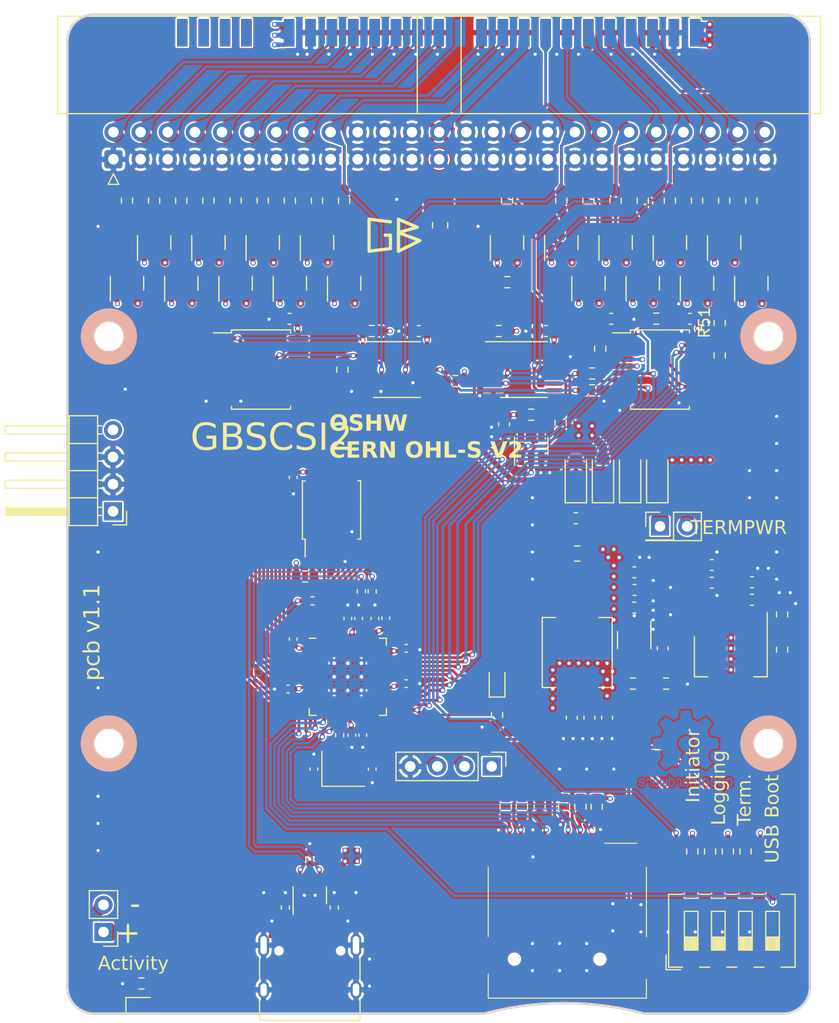
<source format=kicad_pcb>
(kicad_pcb (version 20221018) (generator pcbnew)
  (title_block (title "GBSCSI model 2, 2.5/3.5\", discrete MCU") (date "2025-03-09") (rev "1.1") (comment 3 "Drawn by George R. M."))
  (layers (0 "F.Cu" signal) (1 "In1.Cu" signal) (2 "In2.Cu" signal) (31 "B.Cu" signal) (34 "B.Paste" user) (35 "F.Paste" user) (36 "B.SilkS" user "B.Silkscreen") (37 "F.SilkS" user "F.Silkscreen") (38 "B.Mask" user) (39 "F.Mask" user) (44 "Edge.Cuts" user))
  (net 0 "")
  (net 1 "GND")
  (net 2 "+3V3")
  (net 3 "+5V")
  (net 4 "Net-(U3-A0)")
  (net 5 "Net-(D2-K)")
  (net 6 "/5V_IN")
  (net 7 "Net-(D4-A)")
  (net 8 "/VBUS")
  (net 9 "/TERMPWR")
  (net 10 "/SDIO_D2")
  (net 11 "/SDIO_D3")
  (net 12 "/SDIO_CMD")
  (net 13 "/SDIO_CLK")
  (net 14 "/SDIO_D0")
  (net 15 "/SDIO_D1")
  (net 17 "/~{SCSI_SD0}")
  (net 18 "/~{SCSI_SD1}")
  (net 19 "/~{SCSI_SD2}")
  (net 20 "/~{SCSI_SD3}")
  (net 21 "/~{SCSI_SD4}")
  (net 22 "/~{SCSI_SD5}")
  (net 23 "/~{SCSI_SD6}")
  (net 24 "/~{SCSI_SD7}")
  (net 25 "/~{SCSI_SDP}")
  (net 26 "/SCSI_~{ATTN}")
  (net 27 "/~{SCSI_BSY}")
  (net 28 "/~{SCSI_ACK}")
  (net 29 "/~{SCSI_MSG}")
  (net 30 "/~{SCSI_SEL}")
  (net 31 "/SCSI_~{C}{slash}D")
  (net 32 "/SCSI_~{REQ}")
  (net 41 "/~{INITIATOR}")
  (net 42 "/~{DEBUG}")
  (net 43 "/~{TERM_EN}")
  (net 44 "/~{MCU_ATTN}")
  (net 45 "/~{MCU_REQ}")
  (net 46 "/~{BUS_DIR}")
  (net 47 "/~{RST_OUT}")
  (net 48 "/~{MCU_SEL_OUT}")
  (net 49 "/~{MCU_ACK}")
  (net 50 "Net-(U3-B1)")
  (net 51 "Net-(R18-Pad1)")
  (net 52 "/MCU_RST")
  (net 53 "Net-(R19-Pad1)")
  (net 54 "/~{MCU_SDP}")
  (net 55 "/~{MCU_CD{slash}SEL_IN}")
  (net 56 "Net-(R20-Pad2)")
  (net 57 "/~{MCU_MSG{slash}BSY_IN}")
  (net 58 "Net-(R21-Pad2)")
  (net 59 "/~{MCU_IO}")
  (net 60 "/~{MCU_SD0}")
  (net 61 "/~{MCU_SD1}")
  (net 62 "/~{MCU_SD2}")
  (net 63 "/~{MCU_SD3}")
  (net 64 "/~{MCU_SD4}")
  (net 65 "/~{MCU_SD5}")
  (net 66 "/~{MCU_SD6}")
  (net 67 "/~{MCU_SD7}")
  (net 68 "/~{MCU_BSY_OUT}")
  (net 69 "/~{SCSI_RST}")
  (net 70 "/ACTY")
  (net 71 "/5V_TIE")
  (net 72 "Net-(F2-Pad1)")
  (net 73 "/SCSI_I{slash}~{O} ")
  (net 74 "Net-(Q1-D)")
  (net 75 "Net-(Q2-D)")
  (net 76 "Net-(Q3-D)")
  (net 77 "Net-(Q4-D)")
  (net 78 "Net-(Q5-D)")
  (net 79 "Net-(Q6-D)")
  (net 80 "Net-(Q7-D)")
  (net 81 "Net-(Q8-D)")
  (net 82 "Net-(Q9-D)")
  (net 83 "Net-(Q10-D)")
  (net 84 "Net-(Q11-D)")
  (net 85 "Net-(Q12-D)")
  (net 86 "Net-(Q13-D)")
  (net 87 "Net-(Q14-D)")
  (net 88 "Net-(Q15-D)")
  (net 89 "Net-(Q16-D)")
  (net 90 "Net-(Q17-D)")
  (net 91 "Net-(Q18-D)")
  (net 92 "+2V8")
  (net 93 "Net-(U8-SW)")
  (net 94 "Net-(U8-BST)")
  (net 95 "Net-(U8-FB)")
  (net 97 "Net-(U7-GND)")
  (net 98 "/XOUT")
  (net 99 "Net-(C21-Pad1)")
  (net 100 "+1V1")
  (net 101 "/GPIO16")
  (net 102 "Net-(D6-K)")
  (net 103 "Net-(D6-A)")
  (net 104 "/CC1")
  (net 105 "/Din+")
  (net 106 "/Din-")
  (net 108 "/CC2")
  (net 110 "/XIN")
  (net 111 "/Dout+")
  (net 112 "/USB_D+")
  (net 113 "/Dout-")
  (net 114 "/USB_D-")
  (net 115 "/QSPI_SS")
  (net 116 "/~{USB_BOOT}")
  (net 117 "/SWCLK")
  (net 118 "/SWD")
  (net 119 "/RUN")
  (net 122 "/QSPI_SD3")
  (net 123 "/QSPI_SCLK")
  (net 124 "/QSPI_SD0")
  (net 125 "/QSPI_SD2")
  (net 126 "/QSPI_SD1")
  (footprint "LED_SMD:LED_0603_1608Metric" (layer "F.Cu") (at 80.518 106.0705 90)
    (fp_text reference "D6" hide)
    (fp_text value "YELLOW")
  )
  (footprint "Resistor_SMD:R_0603_1608Metric" (layer "F.Cu") (at 62.547 96.266 180)
    (fp_text reference "R54" hide)
    (fp_text value "4k7")
  )
  (footprint "Resistor_SMD:R_0603_1608Metric" (layer "F.Cu") (at 81.317 117.822 90)
    (fp_text reference "R7" hide)
    (fp_text value "4k7")
  )
  (footprint "Resistor_SMD:R_0603_1608Metric" (layer "F.Cu") (at 80.6704 73.292 180)
    (fp_text reference "R13" hide)
    (fp_text value "4k7")
  )
  (footprint "LED_SMD:LED_0603_1608Metric" (layer "F.Cu") (at 47.268 136.411)
    (fp_text reference "D1" hide)
    (fp_text value "YELLOW")
  )
  (footprint "Capacitor_SMD:C_0402_1005Metric" (layer "F.Cu") (at 61.44 102.136 90)
    (fp_text reference "C28" hide)
    (fp_text value "100nF")
  )
  (footprint "Resistor_SMD:R_0603_1608Metric" (layer "F.Cu") (at 86.79 117.822 90)
    (fp_text reference "R3" hide)
    (fp_text value "4k7")
  )
  (footprint "Package_TO_SOT_SMD:SOT-23" (layer "F.Cu") (at 94.148 68.8195 90)
    (fp_text reference "Q14" hide)
    (fp_text value "AO3401A")
  )
  (footprint "Resistor_SMD:R_0603_1608Metric" (layer "F.Cu") (at 50.968 61.087 -90)
    (fp_text reference "R24" hide)
    (fp_text value "110")
  )
  (footprint "Connector_USB:USB_C_Receptacle_HRO_TYPE-C-31-M-12" (layer "F.Cu") (at 62.992 133.91)
    (fp_text reference "J1" hide)
    (fp_text value "USB_DATA")
  )
  (footprint "Resistor_SMD:R_0603_1608Metric" (layer "F.Cu") (at 86.460615 81.8896 -90)
    (fp_text reference "R18" hide)
    (fp_text value "4k7")
  )
  (footprint "Capacitor_SMD:C_0603_1608Metric" (layer "F.Cu") (at 93.376 97.53)
    (fp_text reference "C17" hide)
    (fp_text value "1uF")
  )
  (footprint "Resistor_SMD:R_0402_1005Metric" (layer "F.Cu") (at 65.786 111.127 -90)
    (fp_text reference "R14" hide)
    (fp_text value "1k")
  )
  (footprint "Capacitor_SMD:C_0402_1005Metric" (layer "F.Cu") (at 66.929 111.125 -90)
    (fp_text reference "C29" hide)
    (fp_text value "100nF")
  )
  (footprint "Crystal:Crystal_SMD_3225-4Pin_3.2x2.5mm" (layer "F.Cu") (at 66.124 114.261)
    (fp_text reference "Y1" hide)
    (fp_text value "12MHz")
  )
  (footprint "Capacitor_SMD:C_0402_1005Metric" (layer "F.Cu") (at 62.992 122.682 90)
    (fp_text reference "C33" hide)
    (fp_text value "100nF")
  )
  (footprint "Resistor_SMD:R_0603_1608Metric" (layer "F.Cu") (at 68.7832 73.292 180)
    (fp_text reference "R10" hide)
    (fp_text value "4k7")
  )
  (footprint "Resistor_SMD:R_0603_1608Metric" (layer "F.Cu") (at 101.768 61.087 -90)
    (fp_text reference "R38" hide)
    (fp_text value "110")
  )
  (footprint "Resistor_SMD:R_0402_1005Metric" (layer "F.Cu") (at 65.278 127.254 90)
    (fp_text reference "R46" hide)
    (fp_text value "5k1")
  )
  (footprint "GBSCSI:MH2.5_NPTH" (layer "F.Cu") (at 105.91 111.9)
    (fp_text reference "H4" hide)
    (fp_text value "~" hide)
  )
  (footprint "Fiducial:Fiducial_0.5mm_Mask1mm" (layer "F.Cu") (at 107.25 46.15)
    (fp_text reference "FID3" hide)
    (fp_text value "Fiducial")
  )
  (footprint "Resistor_SMD:R_0603_1608Metric" (layer "F.Cu") (at 96.688 61.087 -90)
    (fp_text reference "R36" hide)
    (fp_text value "110")
  )
  (footprint "Resistor_SMD:R_0603_1608Metric" (layer "F.Cu") (at 86.528 61.087 -90)
    (fp_text reference "R32" hide)
    (fp_text value "110")
  )
  (footprint "Package_SO:TSSOP-14_4.4x5mm_P0.65mm" (layer "F.Cu") (at 83.032666 76.899)
    (fp_text reference "U6" hide)
    (fp_text value "74LVT125")
  )
  (footprint "RP2040_minimal:RP2040-QFN-56" (layer "F.Cu") (at 66.548 105.659)
    (fp_text reference "U1" hide)
    (fp_text value "RP2040")
  )
  (footprint "Resistor_SMD:R_0603_1608Metric" (layer "F.Cu") (at 107.188 99.822 -90)
    (fp_text reference "R45" hide)
    (fp_text value "0")
  )
  (footprint "Resistor_SMD:R_0603_1608Metric" (layer "F.Cu") (at 66.04 76.9112 90)
    (fp_text reference "R19" hide)
    (fp_text value "1k")
  )
  (footprint "Package_SO:SOIC-8_5.23x5.23mm_P1.27mm" (layer "F.Cu") (at 65.024 90.043 90)
    (fp_text reference "U10" hide)
    (fp_text value "W25Q128JVS")
  )
  (footprint "Resistor_SMD:R_0402_1005Metric" (layer "F.Cu") (at 67.818 97.661 -90)
    (fp_text reference "R48" hide)
    (fp_text value "27")
  )
  (footprint "Package_TO_SOT_SMD:SOT-23" (layer "F.Cu") (at 50.968 68.8195 90)
    (fp_text reference "Q3" hide)
    (fp_text value "AO3401A")
  )
  (footprint "Package_TO_SOT_SMD:SOT-23" (layer "F.Cu") (at 91.608 65.0095 90)
    (fp_text reference "Q13" hide)
    (fp_text value "AO3401A")
  )
  (footprint "Package_TO_SOT_SMD:SOT-23" (layer "F.Cu") (at 96.688 65.0095 90)
    (fp_text reference "Q15" hide)
    (fp_text value "AO3401A")
  )
  (footprint "Capacitor_SMD:C_0603_1608Metric" (layer "F.Cu") (at 91.19 72.149)
    (fp_text reference "C2" hide)
    (fp_text value "12pF")
  )
  (footprint "Package_TO_SOT_SMD:SOT-23" (layer "F.Cu") (at 63.668 65.0095 90)
    (fp_text reference "Q8" hide)
    (fp_text value "AO3401A")
  )
  (footprint "Resistor_SMD:R_0603_1608Metric" (layer "F.Cu") (at 76.6186 77.978 180)
    (fp_text reference "R11" hide)
    (fp_text value "4k7")
  )
  (footprint "Fuse:Fuse_0805_2012Metric" (layer "F.Cu") (at 75.188 63.386 -90)
    (fp_text reference "F1" hide)
    (fp_text value "1A")
  )
  (footprint "Resistor_SMD:R_0603_1608Metric" (layer "F.Cu") (at 45.888 61.087 -90)
    (fp_text reference "R22" hide)
    (fp_text value "110")
  )
  (footprint "Package_TO_SOT_SMD:SOT-23" (layer "F.Cu") (at 66.208 68.8195 90)
    (fp_text reference "Q9" hide)
    (fp_text value "AO3401A")
  )
  (footprint "Resistor_SMD:R_0603_1608Metric" (layer "F.Cu") (at 81.448 61.087 -90)
    (fp_text reference "R31" hide)
    (fp_text value "110")
  )
  (footprint "Capacitor_SMD:C_0603_1608Metric" (layer "F.Cu") (at 81.171815 82.018 -90)
    (fp_text reference "C7" hide)
    (fp_text value "100nF")
  )
  (footprint "Button_Switch_SMD:SW_DIP_SPSTx04_Slide_6.7x11.72mm_W8.61mm_P2.54mm_LowProfile" (layer "F.Cu") (at 102.489 129.4254 90)
    (fp_text reference "SW1" hide)
    (fp_text value "SW_DIP_x04")
  )
  (footprint "Connector_IDC:IDC-Header_2x25_P2.54mm_Horizontal" (layer "F.Cu") (at 44.618 57.214 90)
    (fp_text reference "J6" hide)
    (fp_text value "SCSI_50P_2.54mm")
  )
  (footprint "Connector_PinHeader_2.54mm:PinHeader_1x04_P2.54mm_Horizontal" (layer "F.Cu") (at 44.577 90.17 180)
    (fp_text reference "J4" hide)
    (fp_text value "Conn_01x04")
  )
  (footprint "Capacitor_SMD:C_0402_1005Metric" (layer "F.Cu") (at 72.009 102.997)
    (fp_text reference "C31" hide)
    (fp_text value "100nF")
  )
  (footprint "Resistor_SMD:R_0402_1005Metric" (layer "F.Cu") (at 63.246 98.552 180)
    (fp_text reference "R53" hide)
    (fp_text value "1k")
  )
  (footprint "Resistor_SMD:R_0603_1608Metric" (layer "F.Cu") (at 56.048 61.087 -90)
    (fp_text reference "R26" hide)
    (fp_text value "110")
  )
  (footprint "Resistor_SMD:R_0603_1608Metric" (layer "F.Cu") (at 82.841 117.822 90)
    (fp_text reference "R5" hide)
    (fp_text value "4k7")
  )
  (footprint "Resistor_SMD:R_0603_1608Metric" (layer "F.Cu") (at 101.346 72.517 90)
    (fp_text reference "R51")
    (fp_text value "1k")
  )
  (footprint "Inductor_SMD:L_0603_1608Metric" (layer "F.Cu") (at 87.888 90.818)
    (fp_text reference "L1" hide)
    (fp_text value "Ferrite_Bead_Small")
  )
  (footprint "Diode_SMD:D_SOD-123" (layer "F.Cu") (at 87.888 87.008 90)
    (fp_text reference "D4" hide)
    (fp_text value "D_Schottky")
  )
  (footprint "Resistor_SMD:R_0603_1608Metric" (layer "F.Cu") (at 89.838 117.822 90)
    (fp_text reference "R1" hide)
    (fp_text value "4k7")
  )
  (footprint "Capacitor_SMD:C_0402_1005Metric" (layer "F.Cu") (at 61.44 86.995 -90)
    (fp_text reference "C34" hide)
    (fp_text value "100nF")
  )
  (footprint "Diode_SMD:D_SOD-123" (layer "F.Cu") (at 92.968 87.008 90)
    (fp_text reference "D3" hide)
    (fp_text value "D_Schottky")
  )
  (footprint "Capacitor_SMD:C_0603_1608Metric" (layer "F.Cu") (at 104.362 98.451)
    (fp_text reference "C11" hide)
    (fp_text value "100nF")
  )
  (footprint "Package_SO:TSSOP-14_4.4x5mm_P0.65mm" (layer "F.Cu") (at 71.153333 76.899)
    (fp_text reference "U5" hide)
    (fp_text value "74LVT125")
  )
  (footprint "Fiducial:Fiducial_0.5mm_Mask1mm" (layer "F.Cu") (at 42.75 134.75)
    (fp_text reference "FID2" hide)
    (fp_text value "Fiducial")
  )
  (footprint "Resistor_SMD:R_0603_1608Metric" (layer "F.Cu") (at 107.188 103.124 -90)
    (fp_text reference "R44" hide)
    (fp_text value "~")
  )
  (footprint "Connector_PinHeader_2.54mm:PinHeader_1x02_P2.54mm_Vertical" (layer "F.Cu") (at 43.688 129.545 180)
    (fp_text reference "J3" hide)
    (fp_text value "Conn_01x02")
  )
  (footprint "Capacitor_SMD:C_0603_1608Metric" (layer "F.Cu") (at 100.607 95.2)
    (fp_text reference "C8" hide)
    (fp_text value "1uF")
  )
  (footprint "Inductor_SMD:L_Vishay_IHLP-2525" (layer "F.Cu") (at 88.016 103.385 -90)
    (fp_text reference "L2" hide)
    (fp_text value "2.2uH")
  )
  (footprint "Capacitor_SMD:C_0402_1005Metric" (layer "F.Cu") (at 60.96 106.807 180)
    (fp_text reference "C27" hide)
    (fp_text value "100nF")
  )
  (footprint "Capacitor_SMD:C_0603_1608Metric" (layer "F.Cu") (at 89.159 109.481 -90)
    (fp_text reference "C13" hide)
    (fp_text value "22uF")
  )
  (footprint "Package_TO_SOT_SMD:TSOT-23-6" (layer "F.Cu") (at 93.35 102.229 -90)
    (fp_text reference "U8" hide)
    (fp_text value "AP62250WU")
  )
  (footprint "Package_TO_SOT_SMD:SOT-23" (layer "F.Cu") (at 58.588 65.0095 90)
    (fp_text reference "Q6" hide)
    (fp_text value "AO3401A")
  )
  (footprint "Connector_PinHeader_2.54mm:PinHeader_1x04_P2.54mm_Vertical" (layer "F.Cu") (at 80.01 114.046 -90)
    (fp_text reference "J7" hide)
    (fp_text value "Conn_01x04")
  )
  (footprint "Capacitor_SMD:C_0603_1608Metric" (layer "F.Cu") (at 73.1898 73.292 180)
    (fp_text reference "C5" hide)
    (fp_text value "100nF")
  )
  (footprint "Resistor_SMD:R_0603_1608Metric" (layer "F.Cu") (at 88.314 117.822 90)
    (fp_text reference "R2" hide)
    (fp_text value "4k7")
  )
  (footprint "Package_TO_SOT_SMD:SOT-23-5" (layer "F.Cu") (at 83.711815 84.05 90)
    (fp_text reference "U4" hide)
    (fp_text value "74AHCT1G125")
  )
  (footprint "Package_TO_SOT_SMD:SOT-23" (layer "F.Cu") (at 104.308 68.8195 90)
    (fp_text reference "Q18" hide)
    (fp_text value "AO3401A")
  )
  (footprint "Package_SO:SSOP-20_5.3x7.2mm_P0.65mm" (layer "F.Cu") (at 58.424 76.899)
    (fp_text reference "U2" hide)
    (fp_text value "74LVT245")
  )
  (footprint "GBSCSI:MH2.5_NPTH" (layer "F.Cu") (at 44.19 73.8)
    (fp_text reference "H1" hide)
    (fp_text value "~" hide)
  )
  (footprint "Fuse:Fuse_0805_2012Metric" (layer "F.Cu") (at 88.015 94.12)
    (fp_text reference "F2" hide)
    (fp_text value "1A")
  )
  (footprint "Package_TO_SOT_SMD:SOT-23-6" (layer "F.Cu") (at 62.992 126.111 90)
    (fp_text reference "U9" hide)
    (fp_text value "USB TVS")
  )
  (footprint "Resistor_SMD:R_0603_1608Metric" (layer "F.Cu") (at 99.228 61.087 -90)
    (fp_text reference "R37" hide)
    (fp_text value "110")
  )
  (footprint "Package_TO_SOT_SMD:SOT-23" (layer "F.Cu") (at 61.128 68.8195 90)
    (fp_text reference "Q7" hide)
    (fp_text value "AO3401A")
  )
  (footprint "Capacitor_SMD:C_0402_1005Metric" (layer "F.Cu") (at 70.104 100.175 90)
    (fp_text reference "C25" hide)
    (fp_text value "1uF")
  )
  (footprint "GBSCSI:TF01A" (layer "F.Cu") (at 87.09 128.49)
    (fp_text reference "J2" hide)
    (fp_text value "TF003" hide)
  )
  (footprint "Resistor_SMD:R_0402_1005Metric" (layer "F.Cu") (at 60.706 127.254 90)
    (fp_text reference "R47" hide)
    (fp_text value "5k1")
  )
  (footprint "Resistor_SMD:R_0603_1608Metric" (layer "F.Cu") (at 48.428 61.087 -90)
    (fp_text reference "R23" hide)
    (fp_text value "110")
  )
  (footprint "Capacitor_SMD:C_0402_1005Metric" (layer "F.Cu") (at 67.945 111.125 -90)
    (fp_text reference "C22" hide)
    (fp_text value "100nF")
  )
  (footprint "Resistor_SMD:R_0603_1608Metric" (layer "F.Cu") (at 80.518 109.22 90)
    (fp_text reference "R52" hide)
    (fp_text value "510")
  )
  (footprint "Package_TO_SOT_SMD:SOT-23" (layer "F.Cu") (at 56.048 68.8195 90)
    (fp_text reference "Q5" hide)
    (fp_text value "AO3401A")
  )
  (footprint "Capacitor_SMD:C_0402_1005Metric" (layer "F.Cu") (at 69.088 100.203 90)
    (fp_text reference "C23" hide)
    (fp_text value "1uF")
  )
  (footprint "Connector_PinHeader_2.54mm:PinHeader_2x01_P2.54mm_Vertical" (layer "F.Cu") (at 95.762 91.58)
    (fp_text reference "JP3" hide)
    (fp_text value "Jumper_2_Open")
  )
  (footprint "Resistor_SMD:R_0603_1608Metric" (layer "F.Cu") (at 102.108 122.0094 -90)
    (fp_text reference "R6" hide)
    (fp_text value "1k")
  )
  (footprint "Capacitor_SMD:C_0603_1608Metric" (layer "F.Cu") (at 93.363 99.181)
    (fp_text reference "C18" hide)
    (fp_text value "100nF")
  )
  (footprint "GBSCSI:MH2.5_NPTH" (layer "F.Cu") (at 44.19 111.9)
    (fp_text reference "H2" hide)
    (fp_text value "~" hide)
  )
  (footprint "Resistor_SMD:R_0603_1608Metric" (layer "F.Cu") (at 95.4146 72.136)
    (fp_text reference "R8" hide)
    (fp_text value "4k7")
  )
  (footprint "Resistor_SMD:R_0603_1608Metric" (layer "F.Cu") (at 58.588 61.087 -90)
    (fp_text reference "R27" hide)
    (fp_text value "110")
  )
  (footprint "Resistor_SMD:R_0603_1608Metric" (layer "F.Cu") (at 94.148 61.087 -90)
    (fp_text reference "R35" hide)
    (fp_text value "110")
  )
  (footprint "Package_TO_SOT_SMD:SOT-23" (layer "F.Cu") (at 101.768 65.0095 90)
    (fp_text reference "Q17" hide)
    (fp_text value "AO3401A")
  )
  (footprint "Resistor_SMD:R_0402_1005Metric" (layer "F.Cu") (at 68.834 97.6635 -90)
    (fp_text reference "R49" hide)
    (fp_text value "27")
  )
  (footprint "Resistor_SMD:R_0603_1608Metric" (layer "F.Cu") (at 89.068 61.087 -90)
    (fp_text reference "R33" hide)
    (fp_text value "110")
  )
  (footprint "Resistor_SMD:R_0603_1608Metric" (layer "F.Cu") (at 101.35 75.578 90)
    (fp_text reference "R17" hide)
    (fp_text value "1k")
  )
  (footprint "Capacitor_SMD:C_0603_1608Metric" (layer "F.Cu") (at 85.077 73.292 180)
    (fp_text reference "C6" hide)
    (fp_text value "100nF")
  )
  (footprint "Capacitor_SMD:C_0603_1608Metric" (layer "F.Cu") (at 61.091 72.149 180)
    (fp_text reference "C4" hide)
    (fp_text value "100nF")
  )
  (footprint "Fiducial:Fiducial_0.5mm_Mask1mm" (layer "F.Cu") (at 108.19 134.7)
    (fp_text reference "FID1" hide)
    (fp_text value "Fiducial")
  )
  (footprint "Resistor_SMD:R_0603_1608Metric" (layer "F.Cu") (at 61.128 61.087 -90)
    (fp_text reference "R28" hide)
    (fp_text value "110")
  )
  (footprint "Diode_SMD:D_SOD-123" (layer "F.Cu") (at 90.428 87.008 90)
    (fp_text reference "D5" hide)
    (fp_text value "D_Schottky")
  )
  (footprint "Package_TO_SOT_SMD:SOT-23" (layer "F.Cu") (at 86.528 65.0095 90)
    (fp_text reference "Q11" hide)
    (fp_text value "AO3401A")
  )
  (footprint "Package_TO_SOT_SMD:SOT-23" (layer "F.Cu") (at 99.228 68.8195 90)
    (fp_text reference "Q16" hide)
    (fp_text value "AO3401A")
  )
  (footprint "Package_SO:SSOP-20_5.3x7.2mm_P0.65mm" (layer "F.Cu") (at 95.762 76.899)
    (fp_text reference "U3" hide)
    (fp_text value "74LVT245")
  )
  (footprint "Resistor_SMD:R_0603_1608Metric" (layer "F.Cu") (at 91.608 61.087 -90)
    (fp_text reference "R34" hide)
    (fp_text value "110")
  )
  (footprint "Resistor_SMD:R_0603_1608Metric" (layer "F.Cu") (at 100.448534 122.0094 90)
    (fp_text reference "R9" hide)
    (fp_text value "4k7")
  )
  (footprint "Resistor_SMD:R_0603_1608Metric" (layer "F.Cu") (at 103.767468 122.0094 90)
    (fp_text reference "R43" hide)
    (fp_text value "4k7")
  )
  (footprint "Capacitor_SMD:C_0603_1608Metric" (layer "F.Cu") (at 84.504 117.822 -90)
    (fp_text reference "C1" hide)
    (fp_text value "10uF")
  )
  (footprint "Capacitor_SMD:C_0603_1608Metric" (layer "F.Cu") (at 100.607 96.851)
    (fp_text reference "C10" hide)
    (fp_text value "100nF")
  )
  (footprint "Resistor_SMD:R_0603_1608Metric" (layer "F.Cu") (at 90.171 74.943 90)
    (fp_text reference "R16" hide)
    (fp_text value "110")
  )
  (footprint "Resistor_SMD:R_0603_1608Metric" (layer "F.Cu") (at 63.668 61.087 -90)
    (fp_text reference "R29" hide)
    (fp_text value "110")
  )
  (footprint "Package_TO_SOT_SMD:SOT-23" (layer "F.Cu") (at 53.508 65.0095 90)
    (fp_text reference "Q4" hide)
    (fp_text value "AO3401A")
  )
  (footprint "Resistor_SMD:R_0603_1608Metric" (layer "F.Cu") (at 93.223 106.293)
    (fp_text reference "R41" hide)
    (fp_text value "31k6")
  )
  (footprint "Capacitor_SMD:C_0402_1005Metric" (layer "F.Cu") (at 66.548 100.2005 90)
    (fp_text reference "C24" hide)
    (fp_text value "100nF")
  )
  (footprint "GBSCSI:PinHeader_2x25-2_P2.00mm_straddle" (layer "F.Cu") (at 75.061 43.2815 90)
    (fp_text reference "J5" hide)
    (fp_text value "SCSI_50-2P_2mm")
  )
  (footprint "Resistor_SMD:R_0603_1608Metric" (layer "F.Cu") (at 81.475 68.72 180)
    (fp_text reference "R40" hide)
    (fp_text value "4k7")
  )
  (footprint "Resistor_SMD:R_0603_1608Metric" (layer "F.Cu") (at 98.789068 122.0094 -90)
    (fp_text reference "R4" hide)
    (fp_text value "1k")
  )
  (footprint "Capacitor_SMD:C_0402_1005Metric" (layer "F.Cu") (at 72.009 106.299)
    (fp_text reference "C30" hide)
    (fp_text value "100nF")
  )
  (footprint "Resistor_SMD:R_0603_1608Metric" (layer "F.Cu") (at 47.244 134.366)
    (fp_text reference "R50" hide)
    (fp_text value "510")
  )
  (footprint "GBSCSI:MH2.5_NPTH" (layer "F.Cu") (at 105.91 73.8)
    (fp_text reference "H3" hide)
    (fp_text value "~" hide)
  )
  (footprint "Capacitor_SMD:C_0603_1608Metric" (layer "F.Cu") (at 87.508 109.494 -90)
    (fp_text reference "C16" hide)
    (fp_text value "100nF")
  )
  (footprint "Package_TO_SOT_SMD:SOT-23" (layer "F.Cu") (at 81.448 65.0095 90)
    (fp_text reference "Q10" hide)
    (fp_text value "AO3401A")
  )
  (footprint "Capacitor_SMD:C_0603_1608Metric" (layer "F.Cu") (at 90.81 109.481 -90)
    (fp_text reference "C12" hide)
    (fp_text value "22uF")
  )
  (footprint "Capacitor_SMD:C_0603_1608Metric" (layer "F.Cu") (at 96.017 102.991 -90)
    (fp_text reference "C14" hide)
    (fp_text value "100nF")
  )
  (footprint "Capacitor_SMD:C_0402_1005Metric" (layer "F.Cu") (at 67.564 100.203 90)
    (fp_text reference "C32" hide)
    (fp_text value "100nF")
  )
  (footprint "Capacitor_SMD:C_0402_1005Metric" (layer "F.Cu") (at 68.834 114.3 -90)
    (fp_text reference "C20" hide)
    (fp_text value "22pF")
  )
  (footprint "Capacitor_SMD:C_0603_1608Metric" (layer "F.Cu") (at 98.556 72.149 180)
    (fp_text reference "C3" hide)
    (fp_text value "100nF")
  )
  (footprint "Resistor_SMD:R_0603_1608Metric" (layer "F.Cu") (at 53.508 61.087 -90)
    (fp_text reference "R25" hide)
    (fp_text value "110")
  )
  (footprint "Resistor_SMD:R_0603_1608Metric" (layer "F.Cu") (at 66.208 61.087 -90)
    (fp_text reference "R30" hide)
    (fp_text value "110")
  )
  (footprint "Capacitor_SMD:C_0603_1608Metric" (layer "F.Cu") (at 104.375 96.8)
    (fp_text reference "C9" hide)
    (fp_text value "1uF")
  )
  (footprint "Package_TO_SOT_SMD:SOT-23" (layer "F.Cu") (at 48.428 65.0095 90)
    (fp_text reference "Q2" hide)
    (fp_text value "AO3401A")
  )
  (footprint "Resistor_SMD:R_0603_1608Metric" (layer "F.Cu") (at 96.334 106.293)
    (fp_text reference "R42" hide)
    (fp_text value "10k")
  )
  (footprint "Resistor_SMD:R_0603_1608Metric" (layer "F.Cu") (at 89.408 78.8416 180)
    (fp_text reference "R21" hide)
    (fp_text value "1k")
  )
  (footprint "Resistor_SMD:R_0603_1608Metric" (layer "F.Cu") (at 89.408 77.2668 180)
    (fp_text reference "R20" hide)
    (fp_text value "1k")
  )
  (footprint "Capacitor_SMD:C_0402_1005Metric" (layer "F.Cu") (at 63.373 114.3 90)
    (fp_text reference "C21" hide)
    (fp_text value "22pF")
  )
  (footprint "Package_TO_SOT_SMD:SOT-223-3_TabPin2" (layer "F.Cu") (at 102.388 103.749 -90)
    (fp_text reference "U7" hide)
    (fp_text value "AZ1117-2.85")
  )
  (footprint "Resistor_SMD:R_0603_1608Metric" (layer "F.Cu") (at 83.711815 81.129)
    (fp_text reference "R12" hide)
    (fp_text value "4k7")
  )
  (footprint "Resistor_SMD:R_0603_1608Metric" (layer "F.Cu") (at 104.308 61.087 -90)
    (fp_text reference "R39" hide)
    (fp_text value "110")
  )
  (footprint "Package_TO_SOT_SMD:SOT-23" (layer "F.Cu") (at 45.888 68.8195 90)
    (fp_text reference "Q1" hide)
    (fp_text value "AO3401A")
  )
  (footprint "Capacitor_SMD:C_0603_1608Metric" (layer "F.Cu") (at 93.363 95.879)
    (fp_text reference "C15" hide)
    (fp_text value "10uF")
  )
  (footprint "Package_TO_SOT_SMD:SOT-23" (layer "F.Cu") (at 89.068 68.8195 90)
    (fp_text reference "Q12" hide)
    (fp_text value "AO3401A")
  )
  (footprint "Diode_SMD:D_SOD-123" (layer "F.Cu") (at 95.508 87.008 90)
    (fp_text reference "D2" hide)
    (fp_text value "D_Schottky")
  )
  (footprint "Symbol:OSHW-Logo2_9.8x8mm_Copper" (layer "B.Cu") (at 98.171 112.522 180)
    (fp_text reference "REF**" hide)
    (fp_text value "OSHW-Logo2_9.8x8mm_Copper" hide)
  )
  (gr_line (start 73.288 64.826) (end 71.288 64.076) (stroke (width 0.3)) (layer "F.SilkS"))
  (gr_line (start 68.538 65.822) (end 70.538 65.572) (stroke (width 0.3)) (layer "F.SilkS"))
  (gr_line (start 73.038 63.576) (end 71.288 64.076) (stroke (width 0.3)) (layer "F.SilkS"))
  (gr_line (start 70.538 65.572) (end 70.538 64.322) (stroke (width 0.3)) (layer "F.SilkS"))
  (gr_line (start 68.538 62.822) (end 70.538 63.072) (stroke (width 0.3)) (layer "F.SilkS"))
  (gr_line (start 68.538 62.822) (end 68.538 65.822) (stroke (width 0.3)) (layer "F.SilkS"))
  (gr_line (start 71.288 65.826) (end 73.288 64.826) (stroke (width 0.3)) (layer "F.SilkS"))
  (gr_line (start 70.038 64.322) (end 70.538 64.322) (stroke (width 0.3)) (layer "F.SilkS"))
  (gr_line (start 71.288 62.826) (end 73.038 63.576) (stroke (width 0.3)) (layer "F.SilkS"))
  (gr_line (start 71.288 65.826) (end 71.288 62.826) (stroke (width 0.3)) (layer "F.SilkS"))
  (gr_arc (start 109.8 134.7) (mid 109.067767 136.467766) (end 107.3 137.2) (stroke (width 0.2)) (layer "Edge.Cuts"))
  (gr_line (start 42.8 137.2) (end 79.3 137.2) (stroke (width 0.2)) (layer "Edge.Cuts"))
  (gr_line (start 40.3 134.7) (end 40.3 46.15) (stroke (width 0.2)) (layer "Edge.Cuts"))
  (gr_arc (start 107.3 43.65) (mid 109.067767 44.382233) (end 109.8 46.15) (stroke (width 0.2)) (layer "Edge.Cuts"))
  (gr_line (start 94.3 137.2) (end 107.3 137.2) (stroke (width 0.2)) (layer "Edge.Cuts"))
  (gr_arc (start 79.3 137.2) (mid 86.8 136.212606) (end 94.3 137.2) (stroke (width 0.2)) (layer "Edge.Cuts"))
  (gr_arc (start 40.3 46.15) (mid 41.032233 44.382233) (end 42.8 43.65) (stroke (width 0.2)) (layer "Edge.Cuts"))
  (gr_line (start 109.8 134.7) (end 109.8 46.15) (stroke (width 0.2)) (layer "Edge.Cuts"))
  (gr_arc (start 42.8 137.2) (mid 41.032234 136.467767) (end 40.3 134.7) (stroke (width 0.2)) (layer "Edge.Cuts"))
  (gr_line (start 42.8 43.65) (end 107.3 43.65) (stroke (width 0.2)) (layer "Edge.Cuts"))
  (gr_text "pcb v1.1" (at 43.561 106.045 90) (layer "F.SilkS") (effects (font (size 1.5 1.5)) (justify left bottom)))
  (gr_text "GBSCSI2" (at 51.816 84.836) (layer "F.SilkS") (effects (font (size 2.5 2.5) (thickness 0.15) italic) (justify left bottom)))
  (gr_text "USB Boot" (at 107.061 114.808 90) (layer "F.SilkS") (effects (font (size 1.27 1.27) (thickness 0.1875)) (justify right bottom)))
  (gr_text "Logging" (at 102.0572 112.522 90) (layer "F.SilkS") (effects (font (size 1.27 1.27) (thickness 0.1875)) (justify right bottom)))
  (gr_text "Activity" (at 49.8 133.3) (layer "F.SilkS") (effects (font (size 1.27 1.27) (thickness 0.1875)) (justify right bottom)))
  (gr_text "OSHW\nCERN OHL-S V2" (at 64.8 85.4) (layer "F.SilkS") (effects (font (size 1.5 1.5) (thickness 0.3) bold italic) (justify left bottom)))
  (gr_text "-" (at 47.15 128.2) (layer "F.SilkS") (effects (font (size 2 2) (thickness 0.1875)) (justify right bottom)))
  (gr_text "TERMPWR" (at 107.6452 92.5068) (layer "F.SilkS") (effects (font (size 1.27 1.27) (thickness 0.1875)) (justify right bottom)))
  (gr_text "Term." (at 104.4572 114.722 90) (layer "F.SilkS") (effects (font (size 1.27 1.27) (thickness 0.1875)) (justify right bottom)))
  (gr_text "Initiator" (at 99.6572 110.522 90) (layer "F.SilkS") (effects (font (size 1.27 1.27) (thickness 0.1875)) (justify right bottom)))
  (gr_text "+" (at 47.15 130.9) (layer "F.SilkS") (effects (font (size 2 2) (thickness 0.1875)) (justify right bottom)))
  (via (at 95.128 98.546) (size 0.5) (drill 0.3) (layers "F.Cu" "B.Cu") (net 1))
  (via (at 100.33 72.4408) (size 0.5) (drill 0.3) (layers "F.Cu" "B.Cu") (net 1))
  (via (at 61.853 47.384) (size 0.5) (drill 0.3) (layers "F.Cu" "B.Cu") (net 1))
  (via (at 93.222 47.384) (size 0.5) (drill 0.3) (layers "F.Cu" "B.Cu") (net 1))
  (via (at 61.462 88.532) (size 0.5) (drill 0.3) (layers "F.Cu" "B.Cu") (net 1))
  (via (at 95.254 47.384) (size 0.5) (drill 0.3) (layers "F.Cu" "B.Cu") (net 1))
  (via (at 80.01 83.185) (size 0.5) (drill 0.3) (layers "F.Cu" "B.Cu") (net 1))
  (via (at 93.3196 72.1868) (size 0.5) (drill 0.3) (layers "F.Cu" "B.Cu") (net 1))
  (via (at 63.373 112.903) (size 0.5) (drill 0.3) (layers "F.Cu" "B.Cu") (net 1))
  (via (at 104.14 129.54) (size 0.5) (drill 0.3) (layers "F.Cu" "B.Cu") (net 1))
  (via (at 87.376 75.692) (size 0.5) (drill 0.3) (layers "F.Cu" "B.Cu") (net 1))
  (via (at 101.6 129.54) (size 0.5) (drill 0.3) (layers "F.Cu" "B.Cu") (net 1))
  (via (at 104.14 88.9) (size 0.5) (drill 0.3) (layers "F.Cu" "B.Cu") (net 1))
  (via (at 97.54 47.384) (size 0.5) (drill 0.3) (layers "F.Cu" "B.Cu") (net 1))
  (via (at 93.35 99.943) (size 0.5) (drill 0.3) (layers "F.Cu" "B.Cu") (net 1))
  (via (at 53.2892 79.8576) (size 0.5) (drill 0.3) (layers "F.Cu" "B.Cu") (net 1))
  (via (at 93.858 94.482) (size 0.5) (drill 0.3) (layers "F.Cu" "B.Cu") (net 1))
  (via (at 66.806 47.384) (size 0.5) (drill 0.3) (layers "F.Cu" "B.Cu") (net 1))
  (via (at 95.128 101.213) (size 0.5) (drill 0.3) (layers "F.Cu" "B.Cu") (net 1))
  (via (at 66.548 98.933) (size 0.5) (drill 0.3) (layers "F.Cu" "B.Cu") (net 1))
  (via (at 101.092 98.044) (size 0.5) (drill 0.3) (layers "F.Cu" "B.Cu") (net 1))
  (via (at 86.452 119.506) (size 0.5) (drill 0.3) (layers "F.Cu" "B.Cu") (net 1))
  (via (at 83.2104 73.3044) (size 0.5) (drill 0.3) (layers "F.Cu" "B.Cu") (net 1))
  (via (at 93.98 129.54) (size 0.5) (drill 0.3) (layers "F.Cu" "B.Cu") (net 1))
  (via (at 91.34 126.9) (size 0.5) (drill 0.3) (layers "F.Cu" "B.Cu") (net 1))
  (via (at 66.294 94.869) (size 0.5) (drill 0.3) (layers "F.Cu" "B.Cu") (net 1))
  (via (at 45.47 134.379) (size 0.5) (drill 0.3) (layers "F.Cu" "B.Cu") (net 1))
  (via (at 72.644 78.1304) (size 0.5) (drill 0.3) (layers "F.Cu" "B.Cu") (net 1))
  (via (at 106.68 81.28) (size 0.5) (drill 0.3) (layers "F.Cu" "B.Cu") (net 1))
  (via (at 72.902 47.384) (size 0.5) (drill 0.3) (layers "F.Cu" "B.Cu") (net 1))
  (via (at 45.72 78.74) (size 0.5) (drill 0.3) (layers "F.Cu" "B.Cu") (net 1))
  (via (at 86.3612 133.1616) (size 0.5) (drill 0.3) (layers "F.Cu" "B.Cu") (net 1))
  (via (at 80.01 82.296) (size 0.5) (drill 0.3) (layers "F.Cu" "B.Cu") (net 1))
  (via (at 88.9012 133.1616) (size 0.5) (drill 0.3) (layers "F.Cu" "B.Cu") (net 1))
  (via (at 66.929 112.268) (size 0.5) (drill 0.3) (layers "F.Cu" "B.Cu") (net 1))
  (via (at 91.282 111.445) (size 0.5) (drill 0.3) (layers "F.Cu" "B.Cu") (net 1))
  (via (at 67.564 98.933) (size 0.5) (drill 0.3) (layers "F.Cu" "B.Cu") (net 1))
  (via (at 101.092 93.98) (size 0.5) (drill 0.3) (layers "F.Cu" "B.Cu") (net 1))
  (via (at 83.8212 133.1616) (size 0.5) (drill 0.3) (layers "F.Cu" "B.Cu") (net 1))
  (via (at 58.674 125.857) (size 0.5) (drill 0.3) (layers "F.Cu" "B.Cu") (net 1))
  (via (at 104.14 86.36) (size 0.5) (drill 0.3) (layers "F.Cu" "B.Cu") (net 1))
  (via (at 66.548 128.524) (size 0.5) (drill 0.3) (layers "F.Cu" "B.Cu") (net 1))
  (via (at 97.536 80.01) (size 0.5) (drill 0.3) (layers "F.Cu" "B.Cu") (net 1))
  (via (at 43.18 121.92) (size 0.5) (drill 0.3) (layers "F.Cu" "B.Cu") (net 1))
  (via (at 56.5404 79.8576) (size 0.5) (drill 0.3) (layers "F.Cu" "B.Cu") (net 1))
  (via (at 106.68 86.36) (size 0.5) (drill 0.3) (layers "F.Cu" "B.Cu") (net 1))
  (via (at 43.18 119.38) (size 0.5) (drill 0.3) (layers "F.Cu" "B.Cu") (net 1))
  (via (at 81.4324 79.3496) (size 0.5) (drill 0.3) (layers "F.Cu" "B.Cu") (net 1))
  (via (at 84.5312 77.5716) (size 0.5) (drill 0.3) (layers "F.Cu" "B.Cu") (net 1))
  (via (at 43.18 116.84) (size 0.5) (drill 0.3) (layers "F.Cu" "B.Cu") (net 1))
  (via (at 71.12 60.96) (size 0.5) (drill 0.3) (layers "F.Cu" "B.Cu") (net 1))
  (via (at 59.182 72.1868) (size 0.5) (drill 0.3) (layers "F.Cu" "B.Cu") (net 1))
  (via (at 105.918 95.504) (size 0.5) (drill 0.3) (layers "F.Cu" "B.Cu") (net 1))
  (via (at 91.44 114.3) (size 0.5) (drill 0.3) (layers "F.Cu" "B.Cu") (net 1))
  (via (at 90.332 111.445) (size 0.5) (drill 0.3) (layers "F.Cu" "B.Cu") (net 1))
  (via (at 99.06 129.54) (size 0.5) (drill 0.3) (layers "F.Cu" "B.Cu") (net 1))
  (via (at 78.744 47.384) (size 0.5) (drill 0.3) (layers "F.Cu" "B.Cu") (net 1))
  (via (at 106.68 96.52) (size 0.5) (drill 0.3) (layers "F.Cu" "B.Cu") (net 1))
  (via (at 69.088 98.933) (size 0.5) (drill 0.3) (layers "F.Cu" "B.Cu") (net 1))
  (via (at 86.11 47.384) (size 0.5) (drill 0.3) (layers "F.Cu" "B.Cu") (net 1))
  (via (at 88.142 47.384) (size 0.5) (drill 0.3) (layers "F.Cu" "B.Cu") (net 1))
  (via (at 73.279 106.294) (size 0.5) (drill 0.3) (layers "F.Cu" "B.Cu") (net 1))
  (via (at 79.121 110.363) (size 0.5) (drill 0.3) (layers "F.Cu" "B.Cu") (net 1))
  (via (at 80.652 120.006) (size 0.5) (drill 0.3) (layers "F.Cu" "B.Cu") (net 1))
  (via (at 97.79 73.3044) (size 0.5) (drill 0.3) (layers "F.Cu" "B.Cu") (net 1))
  (via (at 85.444615 86.5567) (size 0.5) (drill 0.3) (layers "F.Cu" "B.Cu") (net 1))
  (via (at 90.202 119.956) (size 0.5) (drill 0.3) (layers "F.Cu" "B.Cu") (net 1))
  (via (at 94.747 94.482) (size 0.5) (drill 0.3) (layers "F.Cu" "B.Cu") (net 1))
  (via (at 78.74 63.5) (size 0.5) (drill 0.3) (layers "F.Cu" "B.Cu") (net 1))
  (via (at 64.774 47.384) (size 0.5) (drill 0.3) (layers "F.Cu" "B.Cu") (net 1))
  (via (at 88.532 111.445) (size 0.5) (drill 0.3) (layers "F.Cu" "B.Cu") (net 1))
  (via (at 108.458 98.806) (size 0.5) (drill 0.3) (layers "F.Cu" "B.Cu") (net 1))
  (via (at 83.869 119.981) (size 0.5) (drill 0.3) (layers "F.Cu" "B.Cu") (net 1))
  (via (at 98.332 106.345) (size 0.5) (drill 0.3) (layers "F.Cu" "B.Cu") (net 1))
  (via (at 67.945 112.268) (size 0.5) (drill 0.3) (layers "F.Cu" "B.Cu") (net 1))
  (via (at 104.902 95.504) (size 0.5) (drill 0.3) (layers "F.Cu" "B.Cu") (net 1))
  (via (at 95.128 96.641) (size 0.5) (drill 0.3) (layers "F.Cu" "B.Cu") (net 1))
  (via (at 68.834 115.57) (size 0.5) (drill 0.3) (layers "F.Cu" "B.Cu") (net 1))
  (via (at 43.18 93.98) (size 0.5) (drill 0.3) (layers "F.Cu" "B.Cu") (net 1))
  (via (at 106.934 97.79) (size 0.5) (drill 0.3) (layers "F.Cu" "B.Cu") (net 1))
  (via (at 81.03 47.384) (size 0.5) (drill 0.3) (layers "F.Cu" "B.Cu") (net 1))
  (via (at 86.732 111.445) (size 0.5) (drill 0.3) (layers "F.Cu" "B.Cu") (net 1))
  (via (at 106.68 88.9) (size 0.5) (drill 0.3) (layers "F.Cu" "B.Cu") (net 1))
  (via (at 67.31 125.857) (size 0.5) (drill 0.3) (layers "F.Cu" "B.Cu") (net 1))
  (via (at 74.934 47.384) (size 0.5) (drill 0.3) (layers "F.Cu" "B.Cu") (net 1))
  (via (at 83.82 96.52) (size 0.5) (drill 0.3) (layers "F.Cu" "B.Cu") (net 1))
  (via (at 107.95 97.79) (size 0.5) (drill 0.3) (layers "F.Cu" "B.Cu") (net 1))
  (via (at 70.87 47.384) (size 0.5) (drill 0.3) (layers "F.Cu" "B.Cu") (net 1))
  (via (at 83.82 91.44) (size 0.5) (drill 0.3) (layers "F.Cu" "B.Cu") (net 1))
  (via (at 65.278 125.857) (size 0.5) (drill 0.3) (layers "F.Cu" "B.Cu") (net 1))
  (via (at 66.9036 78.9432) (size 0.5) (drill 0.3) (layers "F.Cu" "B.Cu") (net 1))
  (via (at 66.929 92.075) (size 0.5) (drill 0.3) (layers "F.Cu" "B.Cu") (net 1))
  (via (at 96.75 97.3) (size 0.5) (drill 0.3) (layers "F.Cu" "B.Cu") (net 1))
  (via (at 83.869 122.521) (size 0.5) (drill 0.3) (layers "F.Cu" "B.Cu") (net 1))
  (via (at 83.8212 130.6216) (size 0.5) (drill 0.3) (layers "F.Cu" "B.Cu") (net 1))
  (via (at 86.36 114.3) (size 0.5) (drill 0.3) (layers "F.Cu" "B.Cu") (net 1))
  (via (at 60.706 125.857) (size 0.5) (drill 0.3) (layers "F.Cu" "B.Cu") (net 1))
  (via (at 69.6468 78.9432) (size 0.5) (drill 0.3) (layers "F.Cu" "B.Cu") (net 1))
  (via (at 97.508885 70.739) (size 0.5) (drill 0.3) (layers "F.Cu" "B.Cu") (net 1))
  (via (at 91.9988 80.7212) (size 0.5) (drill 0.3) (layers "F.Cu" "B.Cu") (net 1))
  (via (at 84.600815 86.5567) (size 0.5) (drill 0.3) (layers "F.Cu" "B.Cu") (net 1))
  (via (at 73.279 103.124) (size 0.5) (drill 0.3) (layers "F.Cu" "B.Cu") (net 1))
  (via (at 88.9012 130.6216) (size 0.5) (drill 0.3) (layers "F.Cu" "B.Cu") (net 1))
  (via (at 106.68 83.82) (size 0.5) (drill 0.3) (layers "F.Cu" "B.Cu") (net 1))
  (via (at 43.18 63.5) (size 0.5) (drill 0.3) (layers "F.Cu" "B.Cu") (net 1))
  (via (at 71.3232 73.3044) (size 0.5) (drill 0.3) (layers "F.Cu" "B.Cu") (net 1))
  (via (at 68.838 47.384) (size 0.5) (drill 0.3) (layers "F.Cu" "B.Cu") (net 1))
  (via (at 62.484 126.111) (size 0.5) (drill 0.3) (layers "F.Cu" "B.Cu") (net 1))
  (via (at 88.9 114.3) (size 0.5) (drill 0.3) (layers "F.Cu" "B.Cu") (net 1))
  (via (at 78.8924 79.3496) (size 0.5) (drill 0.3) (layers "F.Cu" "B.Cu") (net 1))
  (via (at 93.98 127) (size 0.5) (drill 0.3) (layers "F.Cu" "B.Cu") (net 1))
  (via (at 59.436 128.524) (size 0.5) (drill 0.3) (layers "F.Cu" "B.Cu") (net 1))
  (via (at 84.078 47.384) (size 0.5) (drill 0.3) (layers "F.Cu" "B.Cu") (net 1))
  (via (at 62.742 47.384) (size 0.5) (drill 0.3) (layers "F.Cu" "B.Cu") (net 1))
  (via (at 86.3612 130.6216) (size 0.5) (drill 0.3) (layers "F.Cu" "B.Cu") (net 1))
  (via (at 43.18 106.68) (size 0.5) (drill 0.3) (layers "F.Cu" "B.Cu") (net 1))
  (via (at 83.82 93.98) (size 0.5) (drill 0.3) (layers "F.Cu" "B.Cu") (net 1))
  (via (at 59.69 106.807) (size 0.5) (drill 0.3) (layers "F.Cu" "B.Cu") (net 1))
  (via (at 89.432 111.445) (size 0.5) (drill 0.3) (layers "F.Cu" "B.Cu") (net 1))
  (via (at 95.128 99.435) (size 0.5) (drill 0.3) (layers "F.Cu" "B.Cu") (net 1))
  (via (at 91.34 129.44) (size 0.5) (drill 0.3) (layers "F.Cu" "B.Cu") (net 1))
  (via (at 63.5 126.111) (size 0.5) (drill 0.3) (layers "F.Cu" "B.Cu") (net 1))
  (via (at 62.992 121.285) (size 0.5) (drill 0.3) (layers "F.Cu" "B.Cu") (net 1))
  (via (at 68.58 132.08) (size 0.5) (drill 0.3) (layers "F.Cu" "B.Cu") (net 1))
  (via (at 90.5256 79.8576) (size 0.5) (drill 0.3) (layers "F.Cu" "B.Cu") (net 1))
  (via (at 83.82 88.9) (size 0.5) (drill 0.3) (layers "F.Cu" "B.Cu") (net 1))
  (via (at 106.68 93.98) (size 0.5) (drill 0.3) (layers "F.Cu" "B.Cu") (net 1))
  (via (at 91.19 47.384) (size 0.5) (drill 0.3) (layers "F.Cu" "B.Cu") (net 1))
  (via (at 87.632 111.445) (size 0.5) (drill 0.3) (layers "F.Cu" "B.Cu") (net 1))
  (via (at 68.58 134.62) (size 0.5) (drill 0.3) (layers "F.Cu" "B.Cu") (net 1))
  (via (at 95.128 100.324) (size 0.5) (drill 0.3) (layers "F.Cu" "B.Cu") (net 1))
  (via (at 96.52 129.54) (size 0.5) (drill 0.3) (layers "F.Cu" "B.Cu") (net 1))
  (via (at 96.75 99.85) (size 0.5) (drill 0.3) (layers "F.Cu" "B.Cu") (net 1))
  (segment (start 99.331 72.149) (end 99.331 73.0334) (width 0.381) (layer "F.Cu") (net 2))
  (segment (start 102.108 120.347866) (end 102.108 120.2944) (width 0.25) (layer "F.Cu") (net 2))
  (segment (start 102.161466 120.3134) (end 102.124932 120.349934) (width 0.25) (layer "F.Cu") (net 2))
  (segment (start 66.8595 110.163) (end 66.748 110.0515) (width 0.25) (layer "F.Cu") (net 2))
  (segment (start 98.789068 121.1844) (end 98.789068 120.311332) (width 0.25) (layer "F.Cu") (net 2))
  (segment (start 98.789068 120.311332) (end 98.806 120.2944) (width 0.25) (layer "F.Cu") (net 2))
  (segment (start 70.5188 73.297) (end 70.5064 73.2846) (width 0.25) (layer "F.Cu") (net 2))
  (segment (start 68.748 102.2215) (end 68.748 101.821426) (width 0.25) (layer "F.Cu") (net 2))
  (segment (start 82.069215 81.1216) (end 81.294215 81.1216) (width 0.25) (layer "F.Cu") (net 2))
  (segment (start 85.8604 74.1098) (end 85.8604 74.898434) (width 0.381) (layer "F.Cu") (net 2))
  (segment (start 69.223426 101.346) (end 69.469 101.346) (width 0.25) (layer "F.Cu") (net 2))
  (segment (start 61.8744 73.0346) (end 61.8828 73.043) (width 0.381) (layer "F.Cu") (net 2))
  (segment (start 77.4436 77.978) (end 77.4436 77.09) (width 0.25) (layer "F.Cu") (net 2))
  (segment (start 61.866 73.0588) (end 61.866 73.916) (width 0.381) (layer "F.Cu") (net 2))
  (segment (start 66.929 101.318) (end 67.564 100.683) (width 0.25) (layer "F.Cu") (net 2))
  (segment (start 62.385 86.515) (end 63.047 86.515) (width 0.25) (layer "F.Cu") (net 2))
  (segment (start 73.9648 74.897967) (end 74.015833 74.949) (width 0.381) (layer "F.Cu") (net 2))
  (segment (start 61.722 96.266) (end 61.722 94.996) (width 0.25) (layer "F.Cu") (net 2))
  (segment (start 70.866 103.251) (end 71.402 103.251) (width 0.25) (layer "F.Cu") (net 2))
  (segment (start 69.723 101.346) (end 70.104 100.965) (width 0.25) (layer "F.Cu") (net 2))
  (segment (start 82.069215 81.1216) (end 82.895215 81.1216) (width 0.25) (layer "F.Cu") (net 2))
  (segment (start 85.852 73.292) (end 85.852 74.1172) (width 0.381) (layer "F.Cu") (net 2))
  (segment (start 68.748 101.821426) (end 69.223426 101.346) (width 0.25) (layer "F.Cu") (net 2))
  (segment (start 61.975514 106.760006) (end 62.07652 106.659) (width 0.25) (layer "F.Cu") (net 2))
  (segment (start 69.9855 103.459) (end 70.658 103.459) (width 0.25) (layer "F.Cu") (net 2))
  (segment (start 102.108 121.239934) (end 102.108 120.366866) (width 0.25) (layer "F.Cu") (net 2))
  (segment (start 67.148 101.692) (end 67.148 102.2215) (width 0.25) (layer "F.Cu") (net 2))
  (segment (start 99.331 73.905) (end 99.262 73.974) (width 0.381) (layer "F.Cu") (net 2))
  (segment (start 66.929 101.473) (end 67.148 101.692) (width 0.25) (layer "F.Cu") (net 2))
  (segment (start 82.3428 73.2846) (end 82.3552 73.297) (width 0.25) (layer "F.Cu") (net 2))
  (segment (start 63.1105 103.059) (end 62.0545 103.059) (width 0.25) (layer "F.Cu") (net 2))
  (segment (start 77.452 77.0826) (end 77.4784 77.0562) (width 0.25) (layer "F.Cu") (net 2))
  (segment (start 61.8045 102.9805) (end 61.976 102.9805) (width 0.25) (layer "F.Cu") (net 2))
  (segment (start 70.86708 106.551241) (end 71.276759 106.551241) (width 0.25) (layer "F.Cu") (net 2))
  (segment (start 85.8604 74.898434) (end 85.903566 74.9416) (width 0.381) (layer "F.Cu") (net 2))
  (segment (start 70.866 103.251) (end 70.674 103.059) (width 0.25) (layer "F.Cu") (net 2))
  (segment (start 62.0545 103.059) (end 61.976 102.9805) (width 0.25) (layer "F.Cu") (net 2))
  (segment (start 66.748 110.337) (end 67.056 110.645) (width 0.25) (layer "F.Cu") (net 2))
  (segment (start 61.866 73.042) (end 61.8744 73.0504) (width 0.381) (layer "F.Cu") (net 2))
  (segment (start 85.901 116.997) (end 85.647 116.997) (width 0.25) (layer "F.Cu") (net 2))
  (segment (start 99.331 73.0334) (end 99.314 73.0504) (width 0.381) (layer "F.Cu") (net 2))
  (segment (start 61.866 72.149) (end 61.866 73.042) (width 0.381) (layer "F.Cu") (net 2))
  (segment (start 69.148 102.2215) (end 69.148 101.667) (width 0.25) (layer "F.Cu") (net 2))
  (segment (start 102.108 121.220934) (end 102.108 120.347866) (width 0.25) (layer "F.Cu") (net 2))
  (segment (start 66.748 101.654) (end 66.929 101.473) (width 0.25) (layer "F.Cu") (net 2))
  (segment (start 70.5104 73.3044) (end 70.498 73.292) (width 0.25) (layer "F.Cu") (net 2))
  (segment (start 73.9732 74.890567) (end 74.024233 74.9416) (width 0.381) (layer "F.Cu") (net 2))
  (segment (start 70.498 73.292) (end 69.6082 73.292) (width 0.25) (layer "F.Cu") (net 2))
  (segment (start 102.108 120.3134) (end 102.161466 120.3134) (width 0.25) (layer "F.Cu") (net 2))
  (segment (start 71.276759 106.551241) (end 71.529 106.299) (width 0.25) (layer "F.Cu") (net 2))
  (segment (start 70.104 100.965) (end 70.104 100.655) (width 0.25) (layer "F.Cu") (net 2))
  (segment (start 70.674 103.059) (end 69.9855 103.059) (width 0.25) (layer "F.Cu") (net 2))
  (segment (start 102.108 120.2944) (end 102.161466 120.2944) (width 0.25) (layer "F.Cu") (net 2))
  (segment (start 61.44 102.616) (end 61.8045 102.9805) (width 0.25) (layer "F.Cu") (net 2))
  (segment (start 85.852 74.1172) (end 85.852 74.905834) (width 0.381) (layer "F.Cu") (net 2))
  (segment (start 70.5064 73.2846) (end 69.6166 73.2846) (width 0.25) (layer "F.Cu") (net 2))
  (segment (start 73.9732 74.1098) (end 73.9732 74.890567) (width 0.381) (layer "F.Cu") (net 2))
  (segment (start 99.3394 73.026) (end 99.3224 73.043) (width 0.381) (layer "F.Cu") (net 2))
  (segment (start 61.44 86.515) (end 62.329 86.515) (width 0.25) (layer "F.Cu") (net 2))
  (segment (start 99.3394 72.1416) (end 99.3394 73.026) (width 0.381) (layer "F.Cu") (net 2))
  (segment (start 99.3394 73.06) (end 99.3394 73.8976) (width 0.381) (layer "F.Cu") (net 2))
  (segment (start 69.469 101.346) (end 69.723 101.346) (width 0.25) (layer "F.Cu") (net 2))
  (segment (start 102.108 120.366866) (end 102.108 120.3134) (width 0.25) (layer "F.Cu") (net 2))
  (segment (start 61.8744 73.0514) (end 61.8744 73.9086) (width 0.381) (layer "F.Cu") (net 2))
  (segment (start 66.8595 110.163) (end 66.748 110.2745) (width 0.25) (layer "F.Cu") (net 2))
  (segment (start 66.929 101.473) (end 66.929 101.318) (width 0.25) (layer "F.Cu") (net 2))
  (segment (start 99.314 73.0504) (end 99.331 73.0674) (width 0.381) (layer "F.Cu") (net 2))
  (segment (start 82.761815 82.9125) (end 82.761815 81.254) (width 0.25) (layer "F.Cu") (net 2))
  (segment (start 99.3224 73.043) (end 99.3394 73.06) (width 0.381) (layer "F.Cu") (net 2))
  (segment (start 73.9648 73.292) (end 73.9648 74.1172) (width 0.381) (layer "F.Cu") (net 2))
  (segment (start 62.357 86.487) (end 62.385 86.515) (width 0.25) (layer "F.Cu") (net 2))
  (segment (start 81.4954 73.292) (end 82.3344 73.292) (width 0.25) (layer "F.Cu") (net 2))
  (segment (start 71.402 103.251) (end 71.529 103.124) (width 0.25) (layer "F.Cu") (net 2))
  (segment (start 86.05 121.24) (end 86.05 120.13) (width 0.25) (layer "F.Cu") (net 2))
  (segment (start 70.759321 106.659) (end 69.9855 106.659) (width 0.25) (layer "F.Cu") (net 2))
  (segment (start 91.045 117.016) (end 91.108 117.079) (width 0.25) (layer "F.Cu") (net 2))
  (segment (start 102.161466 120.2944) (end 102.124932 120.330934) (width 0.25) (layer "F.Cu") (net 2))
  (segment (start 85.852 74.905834) (end 85.895166 74.949) (width 0.381) (layer "F.Cu") (net 2))
  (segment (start 62.329 86.515) (end 62.357 86.487) (width 0.25) (layer "F.Cu") (net 2))
  (segment (start 82.3344 73.292) (end 82.3468 73.3044) (width 0.25) (layer "F.Cu") (net 2))
  (segment (start 82.060815 81.129) (end 82.886815 81.129) (width 0.25) (layer "F.Cu") (net 2))
  (segment (start 81.5038 73.2846) (end 82.3428 73.2846) (width 0.25) (layer "F.Cu") (net 2))
  (segment (start 89.838 117.016) (end 91.045 117.016) (width 0.25) (layer "F.Cu") (net 2))
  (segment (start 89.838 116.997) (end 91.045 116.997) (width 0.25) (layer "F.Cu") (net 2))
  (segment (start 82.060815 81.129) (end 81.285815 81.129) (width 0.25) (layer "F.Cu") (net 2))
  (segment (start 86.05 120.13) (end 85.901 119.981) (width 0.25) (layer "F.Cu") (net 2))
  (segment (start 98.789068 121.2034) (end 98.789068 120.330332) (width 0.25) (layer "F.Cu") (net 2))
  (segment (start 99.331 73.0674) (end 99.331 73.905) (width 0.381) (layer "F.Cu") (net 2))
  (segment (start 73.9648 74.1172) (end 73.9648 74.897967) (width 0.381) (layer "F.Cu") (net 2))
  (segment (start 66.748 102.2215) (end 66.748 101.654) (width 0.25) (layer "F.Cu") (net 2))
  (segment (start 61.8744 72.1416) (end 61.8744 73.0346) (width 0.381) (layer "F.Cu") (net 2))
  (segment (start 61.92852 106.807) (end 61.44 106.807) (width 0.25) (layer "F.Cu") (net 2))
  (segment (start 77.4436 77.09) (end 77.47 77.0636) (width 0.25) (layer "F.Cu") (net 2))
  (segment (start 62.20352 106.659) (end 63.1105 106.659) (width 0.25) (layer "F.Cu") (net 2))
  (segment (start 99.3394 73.8976) (end 99.2704 73.9666) (width 0.381) (layer "F.Cu") (net 2))
  (segment (start 70.658 103.459) (end 70.866 103.251) (width 0.25) (layer "F.Cu") (net 2))
  (segment (start 98.789068 120.330332) (end 98.806 120.3134) (width 0.25) (layer "F.Cu") (net 2))
  (segment (start 66.748 110.0515) (end 66.748 109.0965) (width 0.25) (layer "F.Cu") (net 2))
  (segment (start 66.748 110.2745) (end 66.748 110.337) (width 0.25) (layer "F.Cu") (net 2))
  (segment (start 81.456 116.997) (end 85.647 116.997) (width 0.25) (layer "F.Cu") (net 2))
  (segment (start 61.8744 73.0504) (end 61.866 73.0588) (width 0.381) (layer "F.Cu") (net 2))
  (segment (start 85.8604 73.2846) (end 85.8604 74.1098) (width 0.381) (layer "F.Cu") (net 2))
  (segment (start 73.9732 73.2846) (end 73.9732 74.1098) (width 0.381) (layer "F.Cu") (net 2))
  (segment (start 85.647 116.997) (end 89.838 116.997) (width 0.25) (layer "F.Cu") (net 2))
  (segment (start 69.148 101.667) (end 69.469 101.346) (width 0.25) (layer "F.Cu") (net 2))
  (segment (start 70.86708 106.551241) (end 70.759321 106.659) (width 0.25) (layer "F.Cu") (net 2))
  (segment (start 77.452 77.9706) (end 77.452 77.0826) (width 0.25) (layer "F.Cu") (net 2))
  (segment (start 61.8828 73.043) (end 61.8744 73.0514) (width 0.381) (layer "F.Cu") (net 2))
  (segment (start 85.901 119.981) (end 85.901 116.997) (width 0.25) (layer "F.Cu") (net 2))
  (via (at 70.866 103.251) (size 0.5) (drill 0.3) (layers "F.Cu" "B.Cu") (net 2))
  (via (at 85.73 108.579) (size 0.5) (drill 0.3) (layers "F.Cu" "B.Cu") (net 2))
  (via (at 85.73 107.69) (size 0.5) (drill 0.3) (layers "F.Cu" "B.Cu") (net 2))
  (via (at 90.429 106.674) (size 0.5) (drill 0.3) (layers "F.Cu" "B.Cu") (net 2))
  (via (at 91.318 105.15) (size 0.5) (drill 0.3) (layers "F.Cu" "B.Cu") (net 2))
  (via (at 89.921 104.388) (size 0.5) (drill 0.3) (layers "F.Cu" "B.Cu") (net 2))
  (via (at 62.357 86.487) (size 0.5) (drill 0.3) (layers "F.Cu" "B.Cu") (net 2))
  (via (at 90.429 105.15) (size 0.5) (drill 0.3) (layers "F.Cu" "B.Cu") (net 2))
  (via (at 91.108 117.06) (size 0.5) (drill 0.3) (layers "F.Cu" "B.Cu") (net 2))
  (via (at 82.060815 81.129) (size 0.5) (drill 0.3) (layers "F.Cu" "B.Cu") (net 2))
  (via (at 88.143 104.388) (size 0.5) (drill 0.3) (layers "F.Cu" "B.Cu") (net 2))
  (via (at 91.318 106.674) (size 0.5) (drill 0.3) (layers "F.Cu" "B.Cu") (net 2))
  (via (at 70.86708 106.551241) (size 0.5) (drill 0.3) (layers "F.Cu" "B.Cu") (net 2))
  (via (at 85.73 105.912) (size 0.5) (drill 0.3) (layers "F.Cu" "B.Cu") (net 2))
  (via (at 102.108 120.2944) (size 0.5) (drill 0.3) (layers "F.Cu" "B.Cu") (net 2))
  (via (at 89.032 104.388) (size 0.5) (drill 0.3) (layers "F.Cu" "B.Cu") (net 2))
  (via (at 66.929 101.473) (size 0.5) (drill 0.3) (layers "F.Cu" "B.Cu") (net 2))
  (via (at 61.975514 106.760006) (size 0.5) (drill 0.3) (layers "F.Cu" "B.Cu") (net 2))
  (via (at 87.254 104.388) (size 0.5) (drill 0.3) (layers "F.Cu" "B.Cu") (net 2))
  (via (at 99.314 73.0504) (size 0.5) (drill 0.3) (layers "F.Cu" "B.Cu") (net 2))
  (via (at 85.852 74.1172) (size 0.5) (drill 0.3) (layers "F.Cu" "B.Cu") (net 2))
  (via (at 90.81 104.388) (size 0.5) (drill 0.3) (layers "F.Cu" "B.Cu") (net 2))
  (via (at 90.81 107.436) (size 0.5) (drill 0.3) (layers "F.Cu" "B.Cu") (net 2))
  (via (at 61.722 94.996) (size 0.5) (drill 0.3) (layers "F.Cu" "B.Cu") (net 2))
  (via (at 90.81 105.912) (size 0.5) (drill 0.3) (layers "F.Cu" "B.Cu") (net 2))
  (via (at 70.5104 73.3044) (size 0.5) (drill 0.3) (layers "F.Cu" "B.Cu") (net 2))
  (via (at 73.9648 74.1172) (size 0.5) (drill 0.3) (layers "F.Cu" "B.Cu") (net 2))
  (via (at 69.469 101.346) (size 0.5) (drill 0.3) (layers "F.Cu" "B.Cu") (net 2))
  (via (at 77.47 77.0636) (size 0.5) (drill 0.3) (layers "F.Cu" "B.Cu") (net 2))
  (via (at 61.8744 73.0504) (size 0.5) (drill 0.3) (layers "F.Cu" "B.Cu") (net 2))
  (via (at 82.3468 73.3044) (size 0.5) (drill 0.3) (layers "F.Cu" "B.Cu") (net 2))
  (via (at 61.976 102.9805) (size 0.5) (drill 0.3) (layers "F.Cu" "B.Cu") (net 2))
  (via (at 98.806 120.2944) (size 0.5) (drill 0.3) (layers "F.Cu" "B.Cu") (net 2))
  (via (at 85.73 105.023) (size 0.5) (drill 0.3) (layers "F.Cu" "B.Cu") (net 2))
  (via (at 86.365 104.388) (size 0.5) (drill 0.3) (layers "F.Cu" "B.Cu") (net 2))
  (via (at 85.73 106.801) (size 0.5) (drill 0.3) (layers "F.Cu" "B.Cu") (net 2))
  (via (at 66.8595 110.163) (size 0.5) (drill 0.3) (layers "F.Cu" "B.Cu") (net 2))
  (segment (start 99.832 100.343) (end 99.832 95.2) (width 0.635) (layer "F.Cu") (net 3))
  (segment (start 99.832 95.2) (end 98.032 93.4) (width 0.635) (layer "F.Cu") (net 3))
  (segment (start 98.032 93.4) (end 92.6 93.4) (width 0.635) (layer "F.Cu") (net 3))
  (via (at 91.948 94.488) (size 0.5) (drill 0.3) (layers "F.Cu" "B.Cu") (net 3))
  (via (at 90.932 94.488) (size 0.5) (drill 0.3) (layers "F.Cu" "B.Cu") (net 3))
  (via (at 91.44 99.314) (size 0.5) (drill 0.3) (layers "F.Cu" "B.Cu") (net 3))
  (via (at 91.44 98.298) (size 0.5) (drill 0.3) (layers "F.Cu" "B.Cu") (net 3))
  (via (at 91.44 100.33) (size 0.5) (drill 0.3) (layers "F.Cu" "B.Cu") (net 3))
  (via (at 91.44 95.25) (size 0.5) (drill 0.3) (layers "F.Cu" "B.Cu") (net 3))
  (via (at 91.44 97.282) (size 0.5) (drill 0.3) (layers "F.Cu" "B.Cu") (net 3))
  (via (at 91.44 96.266) (size 0.5) (drill 0.3) (layers "F.Cu" "B.Cu") (net 3))
  (via (at 90.424 93.726) (size 0.5) (drill 0.3) (layers "F.Cu" "B.Cu") (net 3))
  (via (at 91.44 93.726) (size 0.5) (drill 0.3) (layers "F.Cu" "B.Cu") (net 3))
  (segment (start 90.677 74.624) (end 90.171 74.118) (width 0.25) (layer "F.Cu") (net 4))
  (segment (start 90.174 74.115) (end 90.174 72.39) (width 0.25) (layer "F.Cu") (net 4))
  (segment (start 92.262 74.624) (end 90.677 74.624) (width 0.25) (layer "F.Cu") (net 4))
  (segment (start 95.762 91.58) (end 95.762 88.912) (width 0.508) (layer "F.Cu") (net 5))
  (segment (start 95.762 88.912) (end 95.508 88.658) (width 0.508) (layer "F.Cu") (net 5))
  (segment (start 100.4165 45.352) (end 100.402 45.3375) (width 0.381) (layer "F.Cu") (net 6))
  (segment (start 99.1465 46.114) (end 99.5275 46.495) (width 0.381) (layer "F.Cu") (net 6))
  (segment (start 92.968 85.358) (end 95.508 85.358) (width 0.762) (layer "F.Cu") (net 6))
  (segment (start 99.318 45.606) (end 100.4165 45.606) (width 0.381) (layer "F.Cu") (net 6))
  (segment (start 59.694 45.606) (end 60.8215 45.606) (width 0.381) (layer "F.Cu") (net 6))
  (segment (start 60.583 46.495) (end 60.964 46.114) (width 0.381) (layer "F.Cu") (net 6))
  (segment (start 99.1465 44.59) (end 100.4165 44.59) (width 0.381) (layer "F.Cu") (net 6))
  (segment (start 100.4165 46.495) (end 100.4165 44.59) (width 0.762) (layer "F.Cu") (net 6))
  (segment (start 60.964 44.59) (end 59.694 44.59) (width 0.381) (layer "F.Cu") (net 6))
  (segment (start 95.509 85.357) (end 100.461 85.357) (width 0.762) (layer "F.Cu") (net 6))
  (segment (start 100.4165 45.606) (end 100.4165 45.352) (width 0.381) (layer "F.Cu") (net 6))
  (segment (start 99.5275 46.495) (end 100.4165 46.495) (width 0.381) (layer "F.Cu") (net 6))
  (segment (start 59.694 46.495) (end 60.583 46.495) (width 0.381) (layer "F.Cu") (net 6))
  (via (at 100.461 85.357) (size 0.5) (drill 0.3) (layers "F.Cu" "B.Cu") (net 6))
  (via (at 100.4165 46.495) (size 0.5) (drill 0.3) (layers "F.Cu" "B.Cu") (net 6))
  (via (at 96.905 85.357) (size 0.5) (drill 0.3) (layers "F.Cu" "B.Cu") (net 6))
  (via (at 100.4165 45.606) (size 0.5) (drill 0.3) (layers "F.Cu" "B.Cu") (net 6))
  (via (at 99.572 85.357) (size 0.5) (drill 0.3) (layers "F.Cu" "B.Cu") (net 6))
  (via (at 97.794 85.357) (size 0.5) (drill 0.3) (layers "F.Cu" "B.Cu") (net 6))
  (via (at 59.694 45.606) (size 0.5) (drill 0.3) (layers "F.Cu" "B.Cu") (net 6))
  (via (at 59.694 46.495) (size 0.5) (drill 0.3) (layers "F.Cu" "B.Cu") (net 6))
  (via (at 98.683 85.357) (size 0.5) (drill 0.3) (layers "F.Cu" "B.Cu") (net 6))
  (via (at 100.4165 44.59) (size 0.5) (drill 0.3) (layers "F.Cu" "B.Cu") (net 6))
  (via (at 59.694 44.59) (size 0.5) (drill 0.3) (layers "F.Cu" "B.Cu") (net 6))
  (segment (start 99.572 46.495) (end 99.061 45.984) (width 0.381) (layer "B.Cu") (net 6))
  (segment (start 59.694 44.59) (end 60.964 44.59) (width 0.381) (layer "B.Cu") (net 6))
  (segment (start 59.694 46.495) (end 60.583 46.495) (width 0.381) (layer "B.Cu") (net 6))
  (segment (start 100.4165 46.495) (end 99.572 46.495) (width 0.381) (layer "B.Cu") (net 6))
  (segment (start 100.4165 45.606) (end 99.3005 45.606) (width 0.381) (layer "B.Cu") (net 6))
  (segment (start 59.694 45.606) (end 60.8215 45.606) (width 0.381) (layer "B.Cu") (net 6))
  (segment (start 99.191 44.59) (end 100.4165 44.59) (width 0.381) (layer "B.Cu") (net 6))
  (segment (start 60.583 46.495) (end 61.061 46.017) (width 0.381) (layer "B.Cu") (net 6))
  (segment (start 75.188 66.942) (end 75.188 64.3235) (width 0.5) (layer "F.Cu") (net 7))
  (segment (start 81.915 87.249) (end 76.6064 81.9404) (width 0.5) (layer "F.Cu") (net 7))
  (segment (start 85.997 87.249) (end 82.751 87.249) (width 0.508) (layer "F.Cu") (net 7))
  (segment (start 98.302 88.024) (end 97.54 87.262) (width 0.508) (layer "F.Cu") (net 7))
  (segment (start 76.6064 68.3604) (end 75.188 66.942) (width 0.5) (layer "F.Cu") (net 7))
  (segment (start 98.302 91.58) (end 98.302 88.024) (width 0.508) (layer "F.Cu") (net 7))
  (segment (start 89.792 87.262) (end 87.888 85.358) (width 0.508) (layer "F.Cu") (net 7))
  (segment (start 97.54 87.262) (end 89.792 87.262) (width 0.508) (layer "F.Cu") (net 7))
  (segment (start 76.6064 81.9404) (end 76.6064 68.3604) (width 0.5) (layer "F.Cu") (net 7))
  (segment (start 87.888 85.358) (end 85.997 87.249) (width 0.508) (layer "F.Cu") (net 7))
  (segment (start 82.751 87.249) (end 81.915 87.249) (width 0.5) (layer "F.Cu") (net 7))
  (segment (start 65.442 129.865) (end 65.442 128.737631) (width 0.508) (layer "F.Cu") (net 8))
  (segment (start 60.542 130.751565) (end 61.335435 131.545) (width 0.508) (layer "F.Cu") (net 8))
  (segment (start 61.335435 131.545) (end 64.543 131.545) (width 0.508) (layer "F.Cu") (net 8))
  (segment (start 65.442 130.646) (end 65.442 129.865) (width 0.508) (layer "F.Cu") (net 8))
  (segment (start 66.167 123.063) (end 66.294 122.936) (width 0.508) (layer "F.Cu") (net 8))
  (segment (start 62.992 123.162) (end 66.068 123.162) (width 0.25) (layer "F.Cu") (net 8))
  (segment (start 64.543 131.545) (end 65.442 130.646) (width 0.508) (layer "F.Cu") (net 8))
  (segment (start 66.068 123.162) (end 66.167 123.063) (width 0.25) (layer "F.Cu") (net 8))
  (segment (start 65.442 128.737631) (end 66.167 128.012631) (width 0.508) (layer "F.Cu") (net 8))
  (segment (start 60.542 129.865) (end 60.542 130.751565) (width 0.508) (layer "F.Cu") (net 8))
  (segment (start 90.428 85.358) (end 90.428 84.087) (width 0.762) (layer "F.Cu") (net 8))
  (segment (start 62.992 124.9735) (end 62.992 123.162) (width 0.25) (layer "F.Cu") (net 8))
  (segment (start 90.428 84.087) (end 89.412 83.071) (width 0.762) (layer "F.Cu") (net 8))
  (segment (start 66.167 128.012631) (end 66.167 123.063) (width 0.508) (layer "F.Cu") (net 8))
  (via (at 66.294 122.936) (size 0.5) (drill 0.3) (layers "F.Cu" "B.Cu") (net 8))
  (via (at 89.412 82.182) (size 0.5) (drill 0.3) (layers "F.Cu" "B.Cu") (net 8))
  (via (at 66.294 121.9) (size 0.5) (drill 0.3) (layers "F.Cu" "B.Cu") (net 8))
  (via (at 67.44 122.936) (size 0.5) (drill 0.3) (layers "F.Cu" "B.Cu") (net 8))
  (via (at 89.412 83.071) (size 0.5) (drill 0.3) (layers "F.Cu" "B.Cu") (net 8))
  (via (at 88.142 83.071) (size 0.5) (drill 0.3) (layers "F.Cu" "B.Cu") (net 8))
  (via (at 88.142 82.182) (size 0.5) (drill 0.3) (layers "F.Cu" "B.Cu") (net 8))
  (via (at 67.44 121.9) (size 0.5) (drill 0.3) (layers "F.Cu" "B.Cu") (net 8))
  (segment (start 83.061 46.877) (end 83.061 45.3665) (width 0.381) (layer "B.Cu") (net 9))
  (segment (start 83.061 46.711) (end 83.061 45.3665) (width 0.762) (layer "B.Cu") (net 9))
  (segment (start 75.098 54.674) (end 83.061 46.711) (width 0.762) (layer "B.Cu") (net 9))
  (segment (start 89.35 120.001) (end 89.33 119.981) (width 0.25) (layer "F.Cu") (net 10))
  (segment (start 64.172115 111.293347) (end 64.172115 110.728349) (width 0.25) (layer "F.Cu") (net 10))
  (segment (start 89.35 119.961) (end 89.35 119.135) (width 0.25) (layer "F.Cu") (net 10))
  (segment (start 89.33 119.981) (end 89.35 119.961) (width 0.25) (layer "F.Cu") (net 10))
  (segment (start 89.35 119.135) (end 89.838 118.647) (width 0.25) (layer "F.Cu") (net 10))
  (segment (start 64.172115 110.728349) (end 64.748 110.152464) (width 0.25) (layer "F.Cu") (net 10))
  (segment (start 89.35 121.24) (end 89.35 120.001) (width 0.25) (layer "F.Cu") (net 10))
  (segment (start 64.748 110.152464) (end 64.748 109.0965) (width 0.25) (layer "F.Cu") (net 10))
  (via (at 89.33 119.981) (size 0.5) (drill 0.3) (layers "F.Cu" "B.Cu") (net 10))
  (via (at 64.172115 111.293347) (size 0.5) (drill 0.3) (layers "F.Cu" "B.Cu") (net 10))
  (segment (start 61.755158 112.26) (end 61.206 112.809158) (width 0.25) (layer "B.Cu") (net 10))
  (segment (start 61.206 117.08721) (end 61.72879 117.61) (width 0.25) (layer "B.Cu") (net 10))
  (segment (start 61.206 112.809158) (end 61.206 117.08721) (width 0.25) (layer "B.Cu") (net 10))
  (segment (start 64.172115 111.293347) (end 63.205462 112.26) (width 0.25) (layer "B.Cu") (net 10))
  (segment (start 61.72879 117.61) (end 86.959 117.61) (width 0.25) (layer "B.Cu") (net 10))
  (segment (start 63.205462 112.26) (end 61.755158 112.26) (width 0.25) (layer "B.Cu") (net 10))
  (segment (start 86.959 117.61) (end 89.33 119.981) (width 0.25) (layer "B.Cu") (net 10))
  (segment (start 88.314 119.981) (end 88.25 120.045) (width 0.25) (layer "F.Cu") (net 11))
  (segment (start 88.25 120.045) (end 88.25 121.24) (width 0.25) (layer "F.Cu") (net 11))
  (segment (start 65.148 110.461694) (end 65.148 109.0965) (width 0.25) (layer "F.Cu") (net 11))
  (segment (start 88.25 119.917) (end 88.25 118.711) (width 0.25) (layer "F.Cu") (net 11))
  (segment (start 64.817847 110.791847) (end 65.148 110.461694) (width 0.25) (layer "F.Cu") (net 11))
  (segment (start 88.314 119.981) (end 88.25 119.917) (width 0.25) (layer "F.Cu") (net 11))
  (via (at 88.314 119.981) (size 0.5) (drill 0.3) (layers "F.Cu" "B.Cu") (net 11))
  (via (at 64.817847 110.791847) (size 0.5) (drill 0.3) (layers "F.Cu" "B.Cu") (net 11))
  (segment (start 60.829 117.243368) (end 61.572632 117.987) (width 0.25) (layer "B.Cu") (net 11))
  (segment (start 61.572632 117.987) (end 86.32 117.987) (width 0.25) (layer "B.Cu") (net 11))
  (segment (start 60.829 112.653) (end 60.829 117.243368) (width 0.25) (layer "B.Cu") (net 11))
  (segment (start 86.32 117.987) (end 88.314 119.981) (width 0.25) (layer "B.Cu") (net 11))
  (segment (start 63.960153 110.791847) (end 62.869 111.883) (width 0.25) (layer "B.Cu") (net 11))
  (segment (start 64.817847 110.791847) (end 63.960153 110.791847) (width 0.25) (layer "B.Cu") (net 11))
  (segment (start 62.869 111.883) (end 61.599 111.883) (width 0.25) (layer "B.Cu") (net 11))
  (segment (start 61.599 111.883) (end 60.829 112.653) (width 0.25) (layer "B.Cu") (net 11))
  (segment (start 87.171 119.981) (end 87.15 120.002) (width 0.25) (layer "F.Cu") (net 12))
  (segment (start 62.765772 108.279159) (end 62.765772 108.259) (width 0.25) (layer "F.Cu") (net 12))
  (segment (start 87.15 120.002) (end 87.15 121.24) (width 0.25) (layer "F.Cu") (net 12))
  (segment (start 87.171 119.981) (end 87.15 119.96) (width 0.25) (layer "F.Cu") (net 12))
  (segment (start 87.15 119.007) (end 86.79 118.647) (width 0.25) (layer "F.Cu") (net 12))
  (segment (start 62.765772 108.259) (end 63.1105 108.259) (width 0.25) (layer "F.Cu") (net 12))
  (segment (start 62.865 110.998) (end 62.611 110.744) (width 0.25) (layer "F.Cu") (net 12))
  (segment (start 62.611 110.744) (end 62.611 108.433931) (width 0.25) (layer "F.Cu") (net 12))
  (segment (start 62.611 108.433931) (end 62.765772 108.279159) (width 0.25) (layer "F.Cu") (net 12))
  (segment (start 87.15 119.96) (end 87.15 119.007) (width 0.25) (layer "F.Cu") (net 12))
  (via (at 87.171 119.981) (size 0.5) (drill 0.3) (layers "F.Cu" "B.Cu") (net 12))
  (via (at 62.865 110.998) (size 0.5) (drill 0.3) (layers "F.Cu" "B.Cu") (net 12))
  (segment (start 86.163842 118.364) (end 87.171 119.371158) (width 0.25) (layer "B.Cu") (net 12))
  (segment (start 61.416474 118.364) (end 86.163842 118.364) (width 0.25) (layer "B.Cu") (net 12))
  (segment (start 60.452 112.395) (end 60.452 117.399526) (width 0.25) (layer "B.Cu") (net 12))
  (segment (start 62.357 111.506) (end 61.341 111.506) (width 0.25) (layer "B.Cu") (net 12))
  (segment (start 60.452 117.399526) (end 61.416474 118.364) (width 0.25) (layer "B.Cu") (net 12))
  (segment (start 62.865 110.998) (end 62.357 111.506) (width 0.25) (layer "B.Cu") (net 12))
  (segment (start 87.171 119.371158) (end 87.171 119.981) (width 0.25) (layer "B.Cu") (net 12))
  (segment (start 61.341 111.506) (end 60.452 112.395) (width 0.25) (layer "B.Cu") (net 12))
  (segment (start 85.133151 119.983924) (end 84.95 120.167075) (width 0.25) (layer "F.Cu") (net 13))
  (segment (start 62.381908 108.123) (end 62.388772 108.123) (width 0.25) (layer "F.Cu") (net 13))
  (segment (start 61.976 108.528908) (end 62.381908 108.123) (width 0.25) (layer "F.Cu") (net 13))
  (segment (start 61.976 110.9915) (end 61.976 108.528908) (width 0.25) (layer "F.Cu") (net 13))
  (segment (start 62.421 108.090772) (end 62.652772 107.859) (width 0.1524) (layer "F.Cu") (net 13))
  (segment (start 62.652772 107.859) (end 63.1105 107.859) (width 0.1524) (layer "F.Cu") (net 13))
  (segment (start 84.95 120.167075) (end 84.95 121.24) (width 0.25) (layer "F.Cu") (net 13))
  (segment (start 62.388772 108.123) (end 62.421 108.090772) (width 0.25) (layer "F.Cu") (net 13))
  (via (at 61.976 110.9915) (size 0.5) (drill 0.3) (layers "F.Cu" "B.Cu") (net 13))
  (via (at 85.133151 119.983924) (size 0.5) (drill 0.3) (layers "F.Cu" "B.Cu") (net 13))
  (segment (start 61.315842 110.998) (end 60.063 112.250842) (width 0.25) (layer "B.Cu") (net 13))
  (segment (start 61.9695 110.998) (end 61.315842 110.998) (width 0.25) (layer "B.Cu") (net 13))
  (segment (start 83.890227 118.741) (end 85.133151 119.983924) (width 0.25) (layer "B.Cu") (net 13))
  (segment (start 61.260316 118.741) (end 83.890227 118.741) (width 0.25) (layer "B.Cu") (net 13))
  (segment (start 61.976 110.9915) (end 61.9695 110.998) (width 0.25) (layer "B.Cu") (net 13))
  (segment (start 60.063 112.250842) (end 60.063 117.543684) (width 0.25) (layer "B.Cu") (net 13))
  (segment (start 60.063 117.543684) (end 61.260316 118.741) (width 0.25) (layer "B.Cu") (net 13))
  (segment (start 63.948 109.213) (end 63.948 109.0965) (width 0.25) (layer "F.Cu") (net 14))
  (segment (start 63.5 109.661) (end 63.948 109.213) (width 0.25) (layer "F.Cu") (net 14))
  (segment (start 82.75 121.24) (end 82.75 120.005) (width 0.25) (layer "F.Cu") (net 14))
  (segment (start 82.75 120.005) (end 82.726 119.981) (width 0.25) (layer "F.Cu") (net 14))
  (segment (start 82.841 119.866) (end 82.841 118.647) (width 0.25) (layer "F.Cu") (net 14))
  (segment (start 63.5 110.4835) (end 63.5 109.661) (width 0.25) (layer "F.Cu") (net 14))
  (segment (start 82.726 119.981) (end 82.841 119.866) (width 0.25) (layer "F.Cu") (net 14))
  (via (at 82.726 119.981) (size 0.5) (drill 0.3) (layers "F.Cu" "B.Cu") (net 14))
  (via (at 63.5 110.4835) (size 0.5) (drill 0.3) (layers "F.Cu" "B.Cu") (net 14))
  (segment (start 61.290684 110.49) (end 59.686 112.094684) (width 0.25) (layer "B.Cu") (net 14))
  (segment (start 63.5 110.4835) (end 63.4935 110.49) (width 0.25) (layer "B.Cu") (net 14))
  (segment (start 59.686 112.094684) (end 59.686 117.699842) (width 0.25) (layer "B.Cu") (net 14))
  (segment (start 61.104158 119.118) (end 81.863 119.118) (width 0.25) (layer "B.Cu") (net 14))
  (segment (start 59.686 117.699842) (end 61.104158 119.118) (width 0.25) (layer "B.Cu") (net 14))
  (segment (start 81.863 119.118) (end 82.726 119.981) (width 0.25) (layer "B.Cu") (net 14))
  (segment (start 63.4935 110.49) (end 61.290684 110.49) (width 0.25) (layer "B.Cu") (net 14))
  (segment (start 81.65 121.24) (end 81.65 120.041) (width 0.25) (layer "F.Cu") (net 15))
  (segment (start 81.65 119.921) (end 81.65 118.841) (width 0.25) (layer "F.Cu") (net 15))
  (segment (start 64.2465 109.944028) (end 64.348 109.842528) (width 0.25) (layer "F.Cu") (net 15))
  (segment (start 81.71 119.981) (end 81.65 119.921) (width 0.25) (layer "F.Cu") (net 15))
  (segment (start 64.348 109.842528) (end 64.348 109.0965) (width 0.25) (layer "F.Cu") (net 15))
  (segment (start 81.65 120.041) (end 81.71 119.981) (width 0.25) (layer "F.Cu") (net 15))
  (via (at 64.2465 109.944028) (size 0.5) (drill 0.3) (layers "F.Cu" "B.Cu") (net 15))
  (via (at 81.71 119.981) (size 0.5) (drill 0.3) (layers "F.Cu" "B.Cu") (net 15))
  (segment (start 59.309 117.856002) (end 60.948 119.495) (width 0.25) (layer "B.Cu") (net 15))
  (segment (start 61.265526 109.982) (end 59.309 111.938526) (width 0.25) (layer "B.Cu") (net 15))
  (segment (start 64.2465 109.944028) (end 64.208528 109.982) (width 0.25) (layer "B.Cu") (net 15))
  (segment (start 64.208528 109.982) (end 61.265526 109.982) (width 0.25) (layer "B.Cu") (net 15))
  (segment (start 60.948 119.495) (end 81.224 119.495) (width 0.25) (layer "B.Cu") (net 15))
  (segment (start 81.224 119.495) (end 81.71 119.981) (width 0.25) (layer "B.Cu") (net 15))
  (segment (start 59.309 111.938526) (end 59.309 117.856002) (width 0.25) (layer "B.Cu") (net 15))
  (segment (start 52.885 79.174) (end 48.03 74.319) (width 0.25) (layer "F.Cu") (net 17))
  (segment (start 44.618 54.674) (end 45.888 55.944) (width 0.25) (layer "F.Cu") (net 17))
  (segment (start 45.888 55.944) (end 45.888 60.262) (width 0.25) (layer "F.Cu") (net 17))
  (segment (start 48.03 74.319) (end 48.03 65.184) (width 0.25) (layer "F.Cu") (net 17))
  (segment (start 47.248 64.402) (end 47.248 61.622) (width 0.25) (layer "F.Cu") (net 17))
  (segment (start 47.248 61.622) (end 45.888 60.262) (width 0.25) (layer "F.Cu") (net 17))
  (segment (start 48.03 65.184) (end 47.248 64.402) (width 0.25) (layer "F.Cu") (net 17))
  (segment (start 54.924 79.174) (end 52.885 79.174) (width 0.25) (layer "F.Cu") (net 17))
  (segment (start 44.618 54.674) (end 51.18912 48.10288) (width 0.25) (layer "B.Cu") (net 17))
  (segment (start 51.18912 48.10288) (end 63.08992 48.10288) (width 0.25) (layer "B.Cu") (net 17))
  (segment (start 63.08992 48.10288) (end 65.061 46.1318) (width 0.25) (layer "B.Cu") (net 17))
  (segment (start 49.28 61.0365) (end 48.5055 60.262) (width 0.25) (layer "F.Cu") (net 18))
  (segment (start 52.997 78.524) (end 48.802 74.329) (width 0.25) (layer "F.Cu") (net 18))
  (segment (start 48.802 74.329) (end 48.802 65.134) (width 0.25) (layer "F.Cu") (net 18))
  (segment (start 49.28 64.656) (end 49.28 61.0365) (width 0.25) (layer "F.Cu") (net 18))
  (segment (start 48.802 65.134) (end 49.28 64.656) (width 0.25) (layer "F.Cu") (net 18))
  (segment (start 54.924 78.524) (end 52.997 78.524) (width 0.25) (layer "F.Cu") (net 18))
  (segment (start 47.158 54.674) (end 48.428 55.944) (width 0.25) (layer "F.Cu") (net 18))
  (segment (start 48.428 55.944) (end 48.428 60.262) (width 0.25) (layer "F.Cu") (net 18))
  (segment (start 64.6651 48.5524) (end 67.061 46.1565) (width 0.25) (layer "B.Cu") (net 18))
  (segment (start 53.2796 48.5524) (end 64.6651 48.5524) (width 0.25) (layer "B.Cu") (net 18))
  (segment (start 47.158 54.674) (end 53.2796 48.5524) (width 0.25) (layer "B.Cu") (net 18))
  (segment (start 50.241 68.665) (end 50.241 61.028) (width 0.25) (layer "F.Cu") (net 19))
  (segment (start 50.241 61.028) (end 50.968 60.301) (width 0.25) (layer "F.Cu") (net 19))
  (segment (start 50.968 55.944) (end 50.968 60.262) (width 0.25) (layer "F.Cu") (net 19))
  (segment (start 49.698 54.674) (end 50.968 55.944) (width 0.25) (layer "F.Cu") (net 19))
  (segment (start 50.677 75.442) (end 50.677 69.101) (width 0.25) (layer "F.Cu") (net 19))
  (segment (start 54.924 77.874) (end 53.109 77.874) (width 0.25) (layer "F.Cu") (net 19))
  (segment (start 53.109 77.874) (end 50.677 75.442) (width 0.25) (layer "F.Cu") (net 19))
  (segment (start 50.677 69.101) (end 50.241 68.665) (width 0.25) (layer "F.Cu") (net 19))
  (segment (start 55.36712 49.00488) (end 66.35352 49.00488) (width 0.25) (layer "B.Cu") (net 19))
  (segment (start 66.35352 49.00488) (end 69.061 46.2974) (width 0.25) (layer "B.Cu") (net 19))
  (segment (start 49.698 54.674) (end 55.36712 49.00488) (width 0.25) (layer "B.Cu") (net 19))
  (segment (start 52.328 61.354) (end 53.42 60.262) (width 0.25) (layer "F.Cu") (net 20))
  (segment (start 54.924 77.224) (end 53.221 77.224) (width 0.25) (layer "F.Cu") (net 20))
  (segment (start 53.508 55.944) (end 53.508 60.262) (width 0.25) (layer "F.Cu") (net 20))
  (segment (start 52.328 63.386) (end 52.328 61.354) (width 0.25) (layer "F.Cu") (net 20))
  (segment (start 53.221 77.224) (end 51.185 75.188) (width 0.25) (layer "F.Cu") (net 20))
  (segment (start 51.185 69.101) (end 51.52 68.766) (width 0.25) (layer "F.Cu") (net 20))
  (segment (start 51.52 68.766) (end 51.52 64.194) (width 0.25) (layer "F.Cu") (net 20))
  (segment (start 51.52 64.194) (end 52.328 63.386) (width 0.25) (layer "F.Cu") (net 20))
  (segment (start 52.238 54.674) (end 53.508 55.944) (width 0.25) (layer "F.Cu") (net 20))
  (segment (start 51.185 75.188) (end 51.185 69.101) (width 0.25) (layer "F.Cu") (net 20))
  (segment (start 52.238 54.674) (end 57.4576 49.4544) (width 0.25) (layer "B.Cu") (net 20))
  (segment (start 67.7836 49.4544) (end 71.061 46.177) (width 0.25) (layer "B.Cu") (net 20))
  (segment (start 57.4576 49.4544) (end 67.7836 49.4544) (width 0.25) (layer "B.Cu") (net 20))
  (segment (start 53.333 76.574) (end 51.693 74.934) (width 0.25) (layer "F.Cu") (net 21))
  (segment (start 54.778 54.674) (end 56.048 55.944) (width 0.25) (layer "F.Cu") (net 21))
  (segment (start 55.321 60.901) (end 55.96 60.262) (width 0.25) (layer "F.Cu") (net 21))
  (segment (start 56.048 55.944) (end 56.048 60.262) (width 0.25) (layer "F.Cu") (net 21))
  (segment (start 51.693 71.843856) (end 55.321 68.215856) (width 0.25) (layer "F.Cu") (net 21))
  (segment (start 51.693 74.934) (end 51.693 71.843856) (width 0.25) (layer "F.Cu") (net 21))
  (segment (start 54.924 76.574) (end 53.333 76.574) (width 0.25) (layer "F.Cu") (net 21))
  (segment (start 55.321 68.215856) (end 55.321 60.901) (width 0.25) (layer "F.Cu") (net 21))
  (segment (start 54.778 54.674) (end 59.54808 49.90392) (width 0.25) (layer "B.Cu") (net 21))
  (segment (start 59.54808 49.90392) (end 69.31528 49.90392) (width 0.25) (layer "B.Cu") (net 21))
  (segment (start 69.31528 49.90392) (end 73.061 46.1582) (width 0.25) (layer "B.Cu") (net 21))
  (segment (start 56.773 68.570993) (end 56.773 64.021) (width 0.25) (layer "F.Cu") (net 22))
  (segment (start 57.408 63.386) (end 57.408 61.354) (width 0.25) (layer "F.Cu") (net 22))
  (segment (start 52.836 71.514) (end 55.503 71.514) (width 0.25) (layer "F.Cu") (net 22))
  (segment (start 58.588 55.944) (end 58.588 60.262) (width 0.25) (layer "F.Cu") (net 22))
  (segment (start 54.924 75.924) (end 53.445 75.924) (width 0.25) (layer "F.Cu") (net 22))
  (segment (start 57.318 54.674) (end 58.588 55.944) (width 0.25) (layer "F.Cu") (net 22))
  (segment (start 57.408 61.354) (end 58.5 60.262) (width 0.25) (layer "F.Cu") (net 22))
  (segment (start 55.503 71.514) (end 56.011 71.006) (width 0.25) (layer "F.Cu") (net 22))
  (segment (start 56.011 69.332993) (end 56.773 68.570993) (width 0.25) (layer "F.Cu") (net 22))
  (segment (start 56.011 71.006) (end 56.011 69.332993) (width 0.25) (layer "F.Cu") (net 22))
  (segment (start 52.201 72.149) (end 52.836 71.514) (width 0.25) (layer "F.Cu") (net 22))
  (segment (start 56.773 64.021) (end 57.408 63.386) (width 0.25) (layer "F.Cu") (net 22))
  (segment (start 53.445 75.924) (end 52.201 74.68) (width 0.25) (layer "F.Cu") (net 22))
  (segment (start 52.201 74.68) (end 52.201 72.149) (width 0.25) (layer "F.Cu") (net 22))
  (segment (start 61.63856 50.35344) (end 70.84696 50.35344) (width 0.25) (layer "B.Cu") (net 22))
  (segment (start 70.84696 50.35344) (end 75.061 46.1394) (width 0.25) (layer "B.Cu") (net 22))
  (segment (start 57.318 54.674) (end 61.63856 50.35344) (width 0.25) (layer "B.Cu") (net 22))
  (segment (start 53.557 75.274) (end 52.709 74.426) (width 0.25) (layer "F.Cu") (net 23))
  (segment (start 54.924 75.274) (end 53.557 75.274) (width 0.25) (layer "F.Cu") (net 23))
  (segment (start 59.858 54.674) (end 61.128 55.944) (width 0.25) (layer "F.Cu") (net 23))
  (segment (start 61.128 55.944) (end 61.128 60.262) (width 0.25) (layer "F.Cu") (net 23))
  (segment (start 58.551 70.371) (end 58.551 65.522993) (width 0.25) (layer "F.Cu") (net 23))
  (segment (start 59.948 64.125993) (end 59.948 61.354) (width 0.25) (layer "F.Cu") (net 23))
  (segment (start 52.709 74.426) (end 52.709 72.442737) (width 0.25) (layer "F.Cu") (net 23))
  (segment (start 56.9 72.022) (end 58.551 70.371) (width 0.25) (layer "F.Cu") (net 23))
  (segment (start 52.709 72.442737) (end 53.129737 72.022) (width 0.25) (layer "F.Cu") (net 23))
  (segment (start 59.948 61.354) (end 61.04 60.262) (width 0.25) (layer "F.Cu") (net 23))
  (segment (start 58.551 65.522993) (end 59.948 64.125993) (width 0.25) (layer "F.Cu") (net 23))
  (segment (start 53.129737 72.022) (end 56.9 72.022) (width 0.25) (layer "F.Cu") (net 23))
  (segment (start 72.53104 50.80296) (end 77.061 46.273) (width 0.25) (layer "B.Cu") (net 23))
  (segment (start 59.858 54.674) (end 63.72904 50.80296) (width 0.25) (layer "B.Cu") (net 23))
  (segment (start 63.72904 50.80296) (end 72.53104 50.80296) (width 0.25) (layer "B.Cu") (net 23))
  (segment (start 62.398 54.674) (end 63.668 55.944) (width 0.25) (layer "F.Cu") (net 24))
  (segment (start 58.932 71.26) (end 60.583 71.26) (width 0.25) (layer "F.Cu") (net 24))
  (segment (start 62.488 63.386) (end 62.488 61.354) (width 0.25) (layer "F.Cu") (net 24))
  (segment (start 53.591421 72.536579) (end 57.655421 72.536579) (width 0.25) (layer "F.Cu") (net 24))
  (segment (start 53.344 72.784) (end 53.591421 72.536579) (width 0.25) (layer "F.Cu") (net 24))
  (segment (start 61.98 63.894) (end 62.488 63.386) (width 0.25) (layer "F.Cu") (net 24))
  (segment (start 61.98 68.507493) (end 61.98 63.894) (width 0.25) (layer "F.Cu") (net 24))
  (segment (start 60.583 71.26) (end 61.218 70.625) (width 0.25) (layer "F.Cu") (net 24))
  (segment (start 53.344 74.308) (end 53.344 72.784) (width 0.25) (layer "F.Cu") (net 24))
  (segment (start 53.66 74.624) (end 53.344 74.308) (width 0.25) (layer "F.Cu") (net 24))
  (segment (start 63.668 55.944) (end 63.668 60.262) (width 0.25) (layer "F.Cu") (net 24))
  (segment (start 61.218 69.269493) (end 61.98 68.507493) (width 0.25) (layer "F.Cu") (net 24))
  (segment (start 54.924 74.624) (end 53.66 74.624) (width 0.25) (layer "F.Cu") (net 24))
  (segment (start 61.218 70.625) (end 61.218 69.269493) (width 0.25) (layer "F.Cu") (net 24))
  (segment (start 62.488 61.354) (end 63.58 60.262) (width 0.25) (layer "F.Cu") (net 24))
  (segment (start 57.655421 72.536579) (end 58.932 71.26) (width 0.25) (layer "F.Cu") (net 24))
  (segment (start 74.06272 51.25248) (end 79.061 46.2542) (width 0.25) (layer "B.Cu") (net 24))
  (segment (start 62.398 54.674) (end 65.81952 51.25248) (width 0.25) (layer "B.Cu") (net 24))
  (segment (start 65.81952 51.25248) (end 74.06272 51.25248) (width 0.25) (layer "B.Cu") (net 24))
  (segment (start 69.5678 77.549) (end 69.6976 77.4192) (width 0.25) (layer "F.Cu") (net 25))
  (segment (start 68.290833 76.249) (end 69.5434 76.249) (width 0.25) (layer "F.Cu") (net 25))
  (segment (start 69.5434 76.249) (end 69.6976 76.4032) (width 0.25) (layer "F.Cu") (net 25))
  (segment (start 69.6976 77.4192) (end 69.6976 76.9112) (width 0.25) (layer "F.Cu") (net 25))
  (segment (start 69.6976 76.9112) (end 69.6976 76.4032) (width 0.25) (layer "F.Cu") (net 25))
  (segment (start 66.208 55.944) (end 66.208 60.262) (width 0.25) (layer "F.Cu") (net 25))
  (segment (start 64.938 54.674) (end 66.208 55.944) (width 0.25) (layer "F.Cu") (net 25))
  (segment (start 68.290833 77.549) (end 69.5678 77.549) (width 0.25) (layer "F.Cu") (net 25))
  (via (at 69.6976 76.9112) (size 0.5) (drill 0.3) (layers "F.Cu" "B.Cu") (net 25))
  (segment (start 75.4928 51.702) (end 81.061 46.1338) (width 0.25) (layer "B.Cu") (net 25))
  (segment (start 66.2432 59.8932) (end 66.2432 55.9792) (width 0.25) (layer "B.Cu") (net 25))
  (segment (start 67.91 51.702) (end 75.4928 51.702) (width 0.25) (layer "B.Cu") (net 25))
  (segment (start 64.938 54.674) (end 67.91 51.702) (width 0.25) (layer "B.Cu") (net 25))
  (segment (start 69.6976 63.3476) (end 66.2432 59.8932) (width 0.25) (layer "B.Cu") (net 25))
  (segment (start 69.6976 76.9112) (end 69.6976 63.3476) (width 0.25) (layer "B.Cu") (net 25))
  (segment (start 66.2432 55.9792) (end 64.938 54.674) (width 0.25) (layer "B.Cu") (net 25))
  (segment (start 83.951 69.4185) (end 83.951 62.765) (width 0.25) (layer "F.Cu") (net 26))
  (segment (start 85.061 45.3665) (end 85.061 52.243) (width 0.25) (layer "F.Cu") (net 26))
  (segment (start 82.718 54.674) (end 81.448 55.944) (width 0.25) (layer "F.Cu") (net 26))
  (segment (start 89.5762 77.9938) (end 89.3572 77.7748) (width 0.25) (layer "F.Cu") (net 26))
  (segment (start 88.777 74.2445) (end 83.951 69.4185) (width 0.25) (layer "F.Cu") (net 26))
  (segment (start 92.262 77.874) (end 90.740025 77.874) (width 0.25) (layer "F.Cu") (net 26))
  (segment (start 90.740025 77.874) (end 90.620225 77.9938) (width 0.25) (layer "F.Cu") (net 26))
  (segment (start 90.620225 77.9938) (end 89.5762 77.9938) (width 0.25) (layer "F.Cu") (net 26))
  (segment (start 81.448 55.944) (end 81.448 60.262) (width 0.25) (layer "F.Cu") (net 26))
  (segment (start 89.3572 77.7748) (end 89.3572 76.6572) (width 0.25) (layer "F.Cu") (net 26))
  (segment (start 85.061 52.243) (end 82.718 54.586) (width 0.25) (layer "F.Cu") (net 26))
  (segment (start 83.951 62.765) (end 81.448 60.262) (width 0.25) (layer "F.Cu") (net 26))
  (segment (start 88.777 76.077) (end 88.777 74.2445) (width 0.25) (layer "F.Cu") (net 26))
  (segment (start 89.3572 76.6572) (end 88.777 76.077) (width 0.25) (layer "F.Cu") (net 26))
  (segment (start 71.9328 76.9112) (end 71.9288 76.9152) (width 0.25) (layer "F.Cu") (net 27))
  (segment (start 87.798 54.674) (end 86.528 55.944) (width 0.25) (layer "F.Cu") (net 27))
  (segment (start 86.528 55.944) (end 86.528 60.262) (width 0.25) (layer "F.Cu") (net 27))
  (segment (start 74.0203 76.249) (end 72.340627 76.249) (width 0.25) (layer "F.Cu") (net 27))
  (segment (start 71.9288 78.508) (end 72.2698 78.849) (width 0.25) (layer "F.Cu") (net 27))
  (segment (start 71.9288 76.9072) (end 71.9328 76.9112) (width 0.25) (layer "F.Cu") (net 27))
  (segment (start 72.340627 76.249) (end 71.9288 76.660827) (width 0.25) (layer "F.Cu") (net 27))
  (segment (start 72.2698 78.849) (end 74.0203 78.849) (width 0.25) (layer "F.Cu") (net 27))
  (segment (start 71.9288 76.660827) (end 71.9288 76.9072) (width 0.25) (layer "F.Cu") (net 27))
  (segment (start 71.9288 76.9152) (end 71.9288 78.508) (width 0.25) (layer "F.Cu") (net 27))
  (via (at 71.9328 76.9112) (size 0.5) (drill 0.3) (layers "F.Cu" "B.Cu") (net 27))
  (segment (start 74.168 61.1632) (end 85.09 61.1632) (width 0.25) (layer "B.Cu") (net 27))
  (segment (start 86.5632 59.69) (end 86.5632 55.9088) (width 0.25) (layer "B.Cu") (net 27))
  (segment (start 85.09 61.1632) (end 86.5632 59.69) (width 0.25) (layer "B.Cu") (net 27))
  (segment (start 71.9328 63.3984) (end 74.168 61.1632) (width 0.25) (layer "B.Cu") (net 27))
  (segment (start 85.061 45.3665) (end 85.061 51.937) (width 0.25) (layer "B.Cu") (net 27))
  (segment (start 85.061 51.937) (end 87.798 54.674) (width 0.25) (layer "B.Cu") (net 27))
  (segment (start 71.9328 76.9112) (end 71.9328 63.3984) (width 0.25) (layer "B.Cu") (net 27))
  (segment (start 86.5632 55.9088) (end 87.798 54.674) (width 0.25) (layer "B.Cu") (net 27))
  (segment (start 90.171 75.768) (end 90.682 75.257) (width 0.25) (layer "F.Cu") (net 28))
  (segment (start 90.171 75.768) (end 89.395 74.992) (width 0.25) (layer "F.Cu") (net 28))
  (segment (start 89.92 61.114) (end 89.068 60.262) (width 0.25) (layer "F.Cu") (net 28))
  (segment (start 89.92 68.336014) (end 89.92 61.114) (width 0.25) (layer "F.Cu") (net 28))
  (segment (start 89.395 74.992) (end 89.395 68.861014) (width 0.25) (layer "F.Cu") (net 28))
  (segment (start 89.395 68.861014) (end 89.92 68.336014) (width 0.25) (layer "F.Cu") (net 28))
  (segment (start 89.068 55.944) (end 89.068 60.262) (width 0.25) (layer "F.Cu") (net 28))
  (segment (start 90.338 54.674) (end 89.068 55.944) (width 0.25) (layer "F.Cu") (net 28))
  (segment (start 90.682 75.257) (end 92.245 75.257) (width 0.25) (layer "F.Cu") (net 28))
  (segment (start 87.061 51.397) (end 90.338 54.674) (width 0.25) (layer "B.Cu") (net 28))
  (segment (start 87.061 45.3665) (end 87.061 51.397) (width 0.25) (layer "B.Cu") (net 28))
  (segment (start 95.758 71.1708) (end 95.758 69.094014) (width 0.25) (layer "F.Cu") (net 29))
  (segment (start 99.262 79.174) (end 97.759064 79.174) (width 0.25) (layer "F.Cu") (net 29))
  (segment (start 95.418 54.674) (end 94.148 55.944) (width 0.25) (layer "F.Cu") (net 29))
  (segment (start 95.4532 71.4756) (end 95.758 71.1708) (width 0.25) (layer "F.Cu") (net 29))
  (segment (start 94.875 68.211014) (end 94.875 60.989) (width 0.25) (layer "F.Cu") (net 29))
  (segment (start 97.759064 79.174) (end 96.778 78.192936) (width 0.25) (layer "F.Cu") (net 29))
  (segment (start 95.4532 76.8604) (end 95.4532 71.4756) (width 0.25) (layer "F.Cu") (net 29))
  (segment (start 94.148 55.944) (end 94.148 60.262) (width 0.25) (layer "F.Cu") (net 29))
  (segment (start 95.758 69.094014) (end 94.875 68.211014) (width 0.25) (layer "F.Cu") (net 29))
  (segment (start 96.778 78.192936) (end 96.778 78.1852) (width 0.25) (layer "F.Cu") (net 29))
  (segment (start 96.778 78.1852) (end 95.4532 76.8604) (width 0.25) (layer "F.Cu") (net 29))
  (segment (start 94.875 60.989) (end 94.148 60.262) (width 0.25) (layer "F.Cu") (net 29))
  (segment (start 95.418 52.5772) (end 95.418 54.674) (width 0.25) (layer "B.Cu") (net 29))
  (segment (start 89.061 46.2202) (end 95.418 52.5772) (width 0.25) (layer "B.Cu") (net 29))
  (segment (start 81.501683 77.216) (end 81.501683 77.421) (width 0.25) (layer "F.Cu") (net 30))
  (segment (start 96.688 60.262) (end 96.688 55.944) (width 0.25) (layer "F.Cu") (net 30))
  (segment (start 81.347483 76.2508) (end 80.094916 76.2508) (width 0.25) (layer "F.Cu") (net 30))
  (segment (start 81.371883 77.5508) (end 80.094916 77.5508) (width 0.25) (layer "F.Cu") (net 30))
  (segment (start 81.501683 77.216) (end 81.501683 76.405) (width 0.25) (layer "F.Cu") (net 30))
  (segment (start 96.688 55.944) (end 97.958 54.674) (width 0.25) (layer "F.Cu") (net 30))
  (segment (start 81.501683 76.405) (end 81.347483 76.2508) (width 0.25) (layer "F.Cu") (net 30))
  (segment (start 81.501683 77.421) (end 81.371883 77.5508) (width 0.25) (layer "F.Cu") (net 30))
  (via (at 81.501683 77.216) (size 0.5) (drill 0.3) (layers "F.Cu" "B.Cu") (net 30))
  (segment (start 93.212 62.878) (end 96.768 59.322) (width 0.25) (layer "B.Cu") (net 30))
  (segment (start 96.768 59.322) (end 96.768 55.218464) (width 0.25) (layer "B.Cu") (net 30))
  (segment (start 97.958 53.136) (end 97.958 54.674) (width 0.25) (layer "B.Cu") (net 30))
  (segment (start 88.386 62.878) (end 93.212 62.878) (width 0.25) (layer "B.Cu") (net 30))
  (segment (start 84.5252 66.7388) (end 88.386 62.878) (width 0.25) (layer "B.Cu") (net 30))
  (segment (start 96.768 55.218464) (end 97.312464 54.674) (width 0.25) (layer "B.Cu") (net 30))
  (segment (start 84.021936 77.216) (end 84.5252 76.712736) (width 0.25) (layer "B.Cu") (net 30))
  (segment (start 81.501683 77.216) (end 84.021936 77.216) (width 0.25) (layer "B.Cu") (net 30))
  (segment (start 91.061 46.239) (end 97.958 53.136) (width 0.25) (layer "B.Cu") (net 30))
  (segment (start 97.312464 54.674) (end 97.958 54.674) (width 0.25) (layer "B.Cu") (net 30))
  (segment (start 84.5252 76.712736) (end 84.5252 66.7388) (width 0.25) (layer "B.Cu") (net 30))
  (segment (start 99.262 77.224) (end 97.4424 77.224) (width 0.25) (layer "F.Cu") (net 31))
  (segment (start 96.901 69.359) (end 98.501 67.759) (width 0.25) (layer "F.Cu") (net 31))
  (segment (start 100.498 54.674) (end 99.228 55.944) (width 0.25) (layer "F.Cu") (net 31))
  (segment (start 98.501 60.989) (end 99.228 60.262) (width 0.25) (layer "F.Cu") (net 31))
  (segment (start 96.6166 76.3982) (end 96.6166 73.7666) (width 0.25) (layer "F.Cu") (net 31))
  (segment (start 96.901 73.4822) (end 96.901 69.359) (width 0.25) (layer "F.Cu") (net 31))
  (segment (start 97.4424 77.224) (end 96.6166 76.3982) (width 0.25) (layer "F.Cu") (net 31))
  (segment (start 96.6166 73.7666) (end 96.901 73.4822) (width 0.25) (layer "F.Cu") (net 31))
  (segment (start 98.501 67.759) (end 98.501 60.989) (width 0.25) (layer "F.Cu") (net 31))
  (segment (start 99.228 55.944) (end 99.228 60.262) (width 0.25) (layer "F.Cu") (net 31))
  (segment (start 100.498 53.644) (end 100.498 54.674) (width 0.25) (layer "B.Cu") (net 31))
  (segment (start 93.061 46.207) (end 100.498 53.644) (width 0.25) (layer "B.Cu") (net 31))
  (segment (start 99.262 76.574) (end 100.391159 76.574) (width 0.25) (layer "F.Cu") (net 32))
  (segment (start 103.038 54.674) (end 101.768 55.944) (width 0.25) (layer "F.Cu") (net 32))
  (segment (start 102.62 64.526014) (end 102.62 61.114) (width 0.25) (layer "F.Cu") (net 32))
  (segment (start 101.768 55.944) (end 101.768 60.262) (width 0.25) (layer "F.Cu") (net 32))
  (segment (start 101.765225 77.102) (end 102.112 76.755225) (width 0.25) (layer "F.Cu") (net 32))
  (segment (start 102.112 65.034014) (end 102.62 64.526014) (width 0.25) (layer "F.Cu") (net 32))
  (segment (start 102.112 76.755225) (end 102.112 65.034014) (width 0.25) (layer "F.Cu") (net 32))
  (segment (start 102.62 61.114) (end 101.768 60.262) (width 0.25) (layer "F.Cu") (net 32))
  (segment (start 100.919159 77.102) (end 101.765225 77.102) (width 0.25) (layer "F.Cu") (net 32))
  (segment (start 100.391159 76.574) (end 100.919159 77.102) (width 0.25) (layer "F.Cu") (net 32))
  (segment (start 95.061 46.175) (end 103.038 54.152) (width 0.25) (layer "B.Cu") (net 32))
  (segment (start 94.5896 72.4916) (end 94.5896 72.1868) (width 0.25) (layer "F.Cu") (net 41))
  (segment (start 82.761815 84.722885) (end 83.439 84.0457) (width 0.25) (layer "F.Cu") (net 41))
  (segment (start 98.7552 125.1204) (end 98.7552 122.868268) (width 0.25) (layer "F.Cu") (net 41))
  (segment (start 97.282 121.327332) (end 97.282 120.269) (width 0.25) (layer "F.Cu") (net 41))
  (segment (start 93.1072 73.974) (end 93.726 73.3552) (width 0.25) (layer "F.Cu") (net 41))
  (segment (start 98.789068 122.8344) (end 97.282 121.327332) (width 0.25) (layer "F.Cu") (net 41))
  (segment (start 92.262 73.974) (end 93.1072 73.974) (width 0.25) (layer "F.Cu") (net 41))
  (segment (start 93.726 73.3552) (end 94.5896 72.4916) (width 0.25) (layer "F.Cu") (net 41))
  (via (at 83.439 84.0457) (size 0.5) (drill 0.3) (layers "F.Cu" "B.Cu") (net 41))
  (via (at 93.726 73.3552) (size 0.5) (drill 0.3) (layers "F.Cu" "B.Cu") (net 41))
  (via (at 97.282 120.269) (size 0.5) (drill 0.3) (layers "F.Cu" "B.Cu") (net 41))
  (segment (start 83.439 84.0457) (end 89.61531 84.0457) (width 0.25) (layer "B.Cu") (net 41))
  (segment (start 74.549 108.031564) (end 76.118436 109.601) (width 0.25) (layer "B.Cu") (net 41))
  (segment (start 94.6344 77.0188) (end 94.6344 74.2636) (width 0.25) (layer "B.Cu") (net 41))
  (segment (start 94.6344 74.2636) (end 93.726 73.3552) (width 0.25) (layer "B.Cu") (net 41))
  (segment (start 86.809 116.4) (end 93.413 116.4) (width 0.25) (layer "B.Cu") (net 41))
  (segment (start 81.54831 84.0457) (end 74.549 91.04501) (width 0.25) (layer "B.Cu") (net 41))
  (segment (start 89.61531 84.0457) (end 93.98 79.68101) (width 0.25) (layer "B.Cu") (net 41))
  (segment (start 93.98 77.6732) (end 94.6344 77.0188) (width 0.25) (layer "B.Cu") (net 41))
  (segment (start 93.413 116.4) (end 97.282 120.269) (width 0.25) (layer "B.Cu") (net 41))
  (segment (start 93.98 79.68101) (end 93.98 77.6732) (width 0.25) (layer "B.Cu") (net 41))
  (segment (start 83.439 84.0457) (end 81.54831 84.0457) (width 0.25) (layer "B.Cu") (net 41))
  (segment (start 80.01 109.601) (end 86.809 116.4) (width 0.25) (layer "B.Cu") (net 41))
  (segment (start 76.118436 109.601) (end 80.01 109.601) (width 0.25) (layer "B.Cu") (net 41))
  (segment (start 74.549 91.04501) (end 74.549 108.031564) (width 0.25) (layer "B.Cu") (net 41))
  (segment (start 100.448534 122.8344) (end 101.2952 122.8344) (width 0.25) (layer "F.Cu") (net 42))
  (segment (start 101.2952 125.1204) (end 101.2952 122.8344) (width 0.25) (layer "F.Cu") (net 42))
  (segment (start 101.2952 122.8344) (end 102.108 122.8344) (width 0.25) (layer "F.Cu") (net 42))
  (segment (start 88.142 69.736) (end 88.142 70.707) (width 0.25) (layer "F.Cu") (net 43))
  (segment (start 60.202 70.707) (end 60.226 70.731) (width 0.25) (layer "F.Cu") (net 43))
  (segment (start 88.142 70.707) (end 88.166 70.731) (width 0.25) (layer "F.Cu") (net 43))
  (segment (start 50.042 69.736) (end 50.042 70.707) (width 0.25) (layer "F.Cu") (net 43))
  (segment (start 95.762 66.897) (end 95.786 66.921) (width 0.25) (layer "F.Cu") (net 43))
  (segment (start 100.842 66.897) (end 100.866 66.921) (width 0.25) (layer "F.Cu") (net 43))
  (segment (start 47.502 66.897) (end 47.526 66.921) (width 0.25) (layer "F.Cu") (net 43))
  (segment (start 93.222 69.736) (end 93.222 70.707) (width 0.25) (layer "F.Cu") (net 43))
  (segment (start 80.522 65.926) (end 80.522 66.897) (width 0.25) (layer "F.Cu") (net 43))
  (segment (start 93.222 70.707) (end 93.246 70.731) (width 0.25) (layer "F.Cu") (net 43))
  (segment (start 62.742 66.897) (end 62.766 66.921) (width 0.25) (layer "F.Cu") (net 43))
  (segment (start 65.282 70.707) (end 65.306 70.731) (width 0.25) (layer "F.Cu") (net 43))
  (segment (start 50.042 70.707) (end 50.066 70.731) (width 0.25) (layer "F.Cu") (net 43))
  (segment (start 52.582 66.897) (end 52.606 66.921) (width 0.25) (layer "F.Cu") (net 43))
  (segment (start 95.762 65.926) (end 95.762 66.897) (width 0.25) (layer "F.Cu") (net 43))
  (segment (start 90.682 65.926) (end 90.682 66.897) (width 0.25) (layer "F.Cu") (net 43))
  (segment (start 65.282 69.736) (end 65.282 70.707) (width 0.25) (layer "F.Cu") (net 43))
  (segment (start 80.522 66.897) (end 80.546 66.921) (width 0.25) (layer "F.Cu") (net 43))
  (segment (start 90.682 66.897) (end 90.706 66.921) (width 0.25) (layer "F.Cu") (net 43))
  (segment (start 98.302 69.736) (end 98.302 70.707) (width 0.25) (layer "F.Cu") (net 43))
  (segment (start 100.842 65.926) (end 100.842 66.897) (width 0.25) (layer "F.Cu") (net 43))
  (segment (start 103.767468 122.8344) (end 105.156 121.445868) (width 0.25) (layer "F.Cu") (net 43))
  (segment (start 55.098 70.728) (end 55.122 70.752) (width 0.25) (layer "F.Cu") (net 43))
  (segment (start 103.8352 125.1204) (end 103.8352 122.902132) (width 0.25) (layer "F.Cu") (net 43))
  (segment (start 60.202 69.736) (end 60.202 70.707) (width 0.25) (layer "F.Cu") (net 43))
  (segment (start 85.602 66.897) (end 85.626 66.921) (width 0.25) (layer "F.Cu") (net 43))
  (segment (start 85.602 65.926) (end 85.602 66.897) (width 0.25) (layer "F.Cu") (net 43))
  (segment (start 52.582 65.926) (end 52.582 66.897) (width 0.25) (layer "F.Cu") (net 43))
  (segment (start 57.662 65.926) (end 57.662 66.897) (width 0.25) (layer "F.Cu") (net 43))
  (segment (start 105.156 121.445868) (end 105.156 120.269) (width 0.25) (layer "F.Cu") (net 43))
  (segment (start 47.502 65.926) (end 47.502 66.897) (width 0.25) (layer "F.Cu") (net 43))
  (segment (start 44.962 69.736) (end 44.962 70.707) (width 0.25) (layer "F.Cu") (net 43))
  (segment (start 80.546 66.921) (end 80.546 68.616) (width 0.25) (layer "F.Cu") (net 43))
  (segment (start 98.302 70.707) (end 98.326 70.731) (width 0.25) (layer "F.Cu") (net 43))
  (segment (start 62.742 65.926) (end 62.742 66.897) (width 0.25) (layer "F.Cu") (net 43))
  (segment (start 55.098 69.757) (end 55.098 70.728) (width 0.25) (layer "F.Cu") (net 43))
  (segment (start 103.382 69.736) (end 103.382 70.707) (width 0.25) (layer "F.Cu") (net 43))
  (segment (start 57.662 66.897) (end 57.686 66.921) (width 0.25) (layer "F.Cu") (net 43))
  (segment (start 103.382 70.707) (end 103.406 70.731) (width 0.25) (layer "F.Cu") (net 43))
  (segment (start 44.962 70.707) (end 44.986 70.731) (width 0.25) (layer "F.Cu") (net 43))
  (via (at 88.166 70.731) (size 0.5) (drill 0.3) (layers "F.Cu" "B.Cu") (net 43))
  (via (at 93.246 70.731) (size 0.5) (drill 0.3) (layers "F.Cu" "B.Cu") (net 43))
  (via (at 100.866 66.921) (size 0.5) (drill 0.3) (layers "F.Cu" "B.Cu") (net 43))
  (via (at 90.706 66.921) (size 0.5) (drill 0.3) (layers "F.Cu" "B.Cu") (net 43))
  (via (at 85.626 66.921) (size 0.5) (drill 0.3) (layers "F.Cu" "B.Cu") (net 43))
  (via (at 60.226 70.731) (size 0.5) (drill 0.3) (layers "F.Cu" "B.Cu") (net 43))
  (via (at 47.526 66.921) (size 0.5) (drill 0.3) (layers "F.Cu" "B.Cu") (net 43))
  (via (at 57.686 66.921) (size 0.5) (drill 0.3) (layers "F.Cu" "B.Cu") (net 43))
  (via (at 65.306 70.731) (size 0.5) (drill 0.3) (layers "F.Cu" "B.Cu") (net 43))
  (via (at 80.546 66.921) (size 0.5) (drill 0.3) (layers "F.Cu" "B.Cu") (net 43))
  (via (at 98.326 70.731) (size 0.5) (drill 0.3) (layers "F.Cu" "B.Cu") (net 43))
  (via (at 50.066 70.731) (size 0.5) (drill 0.3) (layers "F.Cu" "B.Cu") (net 43))
  (via (at 62.766 66.921) (size 0.5) (drill 0.3) (layers "F.Cu" "B.Cu") (net 43))
  (via (at 103.406 70.731) (size 0.5) (drill 0.3) (layers "F.Cu" "B.Cu") (net 43))
  (via (at 55.122 70.752) (size 0.5) (drill 0.3) (layers "F.Cu" "B.Cu") (net 43))
  (via (at 52.606 66.921) (size 0.5) (drill 0.3) (layers "F.Cu" "B.Cu") (net 43))
  (via (at 44.986 70.731) (size 0.5) (drill 0.3) (layers "F.Cu" "B.Cu") (net 43))
  (via (at 105.156 120.269) (size 0.5) (drill 0.3) (layers "F.Cu" "B.Cu") (net 43))
  (via (at 95.786 66.921) (size 0.5) (drill 0.3) (layers "F.Cu" "B.Cu") (net 43))
  (segment (start 96.2396 72.1868) (end 96.2396 76.945306) (width 0.25) (layer "F.Cu") (net 44))
  (segment (start 77.168064 103.859) (end 69.9855 103.859) (width 0.25) (layer "F.Cu") (net 44))
  (segment (start 77.432179 103.594885) (end 77.168064 103.859) (width 0.25) (layer "F.Cu") (net 44))
  (segment (start 97.810547 78.516253) (end 99.254253 78.516253) (width 0.25) (layer "F.Cu") (net 44))
  (segment (start 78.194885 103.594885) (end 77.432179 103.594885) (width 0.25) (layer "F.Cu") (net 44))
  (segment (start 96.2396 76.945306) (end 97.810547 78.516253) (width 0.25) (layer "F.Cu") (net 44))
  (via (at 78.194885 103.594885) (size 0.5) (drill 0.3) (layers "F.Cu" "B.Cu") (net 44))
  (via (at 97.810547 78.516253) (size 0.5) (drill 0.3) (layers "F.Cu" "B.Cu") (net 44))
  (segment (start 78.363 91.135657) (end 83.443457 86.0552) (width 0.25) (layer "B.Cu") (net 44))
  (segment (start 83.443457 86.0552) (end 90.2716 86.0552) (width 0.25) (layer "B.Cu") (net 44))
  (segment (start 90.2716 86.0552) (end 97.810547 78.516253) (width 0.25) (layer "B.Cu") (net 44))
  (segment (start 78.194885 103.594885) (end 78.363 103.42677) (width 0.25) (layer "B.Cu") (net 44))
  (segment (start 78.363 103.42677) (end 78.363 91.135657) (width 0.25) (layer "B.Cu") (net 44))
  (segment (start 100.448534 120.277466) (end 100.457 120.269) (width 0.25) (layer "F.Cu") (net 45))
  (segment (start 94.1324 75.946) (end 92.284 75.946) (width 0.25) (layer "F.Cu") (net 45))
  (segment (start 85.445842 112.776) (end 81.889842 109.22) (width 0.25) (layer "F.Cu") (net 45))
  (segment (start 100.457 120.269) (end 92.964 112.776) (width 0.25) (layer "F.Cu") (net 45))
  (segment (start 100.448534 121.1844) (end 100.448534 120.277466) (width 0.25) (layer "F.Cu") (net 45))
  (segment (start 92.964 112.776) (end 85.445842 112.776) (width 0.25) (layer "F.Cu") (net 45))
  (segment (start 69.148 108.7605) (end 69.148 109.0965) (width 0.25) (layer "F.Cu") (net 45))
  (segment (start 73.025 108.7605) (end 69.148 108.7605) (width 0.25) (layer "F.Cu") (net 45))
  (segment (start 73.4845 109.22) (end 73.025 108.7605) (width 0.25) (layer "F.Cu") (net 45))
  (segment (start 81.889842 109.22) (end 73.4845 109.22) (width 0.25) (layer "F.Cu") (net 45))
  (via (at 94.1324 75.946) (size 0.5) (drill 0.3) (layers "F.Cu" "B.Cu") (net 45))
  (via (at 73.025 108.7605) (size 0.5) (drill 0.3) (layers "F.Cu" "B.Cu") (net 45))
  (segment (start 73.791 90.736694) (end 81.360994 83.1667) (width 0.25) (layer "B.Cu") (net 45))
  (segment (start 73.025 108.7605) (end 73.791 107.9945) (width 0.25) (layer "B.Cu") (net 45))
  (segment (start 81.360994 83.1667) (end 85.464142 83.1667) (width 0.25) (layer "B.Cu") (net 45))
  (segment (start 85.464142 83.1667) (end 92.684842 75.946) (width 0.25) (layer "B.Cu") (net 45))
  (segment (start 92.684842 75.946) (end 94.1324 75.946) (width 0.25) (layer "B.Cu") (net 45))
  (segment (start 73.791 107.9945) (end 73.791 90.736694) (width 0.25) (layer "B.Cu") (net 45))
  (segment (start 54.924 73.974) (end 56.2264 73.974) (width 0.25) (layer "F.Cu") (net 46))
  (segment (start 57.165 105.674) (end 59.237 107.746) (width 0.25) (layer "F.Cu") (net 46))
  (segment (start 67.9582 73.292) (end 67.9582 74.1172) (width 0.25) (layer "F.Cu") (net 46))
  (segment (start 59.237 107.746) (end 62.232614 107.746) (width 0.25) (layer "F.Cu") (net 46))
  (segment (start 67.9582 74.1172) (end 67.9582 74.949) (width 0.25) (layer "F.Cu") (net 46))
  (segment (start 62.519614 107.459) (end 63.1105 107.459) (width 0.25) (layer "F.Cu") (net 46))
  (segment (start 56.2356 73.9648) (end 57.165 74.8942) (width 0.25) (layer "F.Cu") (net 46))
  (segment (start 57.165 74.8942) (end 57.165 105.674) (width 0.25) (layer "F.Cu") (net 46))
  (segment (start 56.2264 73.974) (end 56.2356 73.9648) (width 0.25) (layer "F.Cu") (net 46))
  (segment (start 62.232614 107.746) (end 62.519614 107.459) (width 0.25) (layer "F.Cu") (net 46))
  (via (at 67.9582 74.1172) (size 0.5) (drill 0.3) (layers "F.Cu" "B.Cu") (net 46))
  (via (at 56.2356 73.9648) (size 0.5) (drill 0.3) (layers "F.Cu" "B.Cu") (net 46))
  (segment (start 67.8058 73.9648) (end 67.9582 74.1172) (width 0.25) (layer "B.Cu") (net 46))
  (segment (start 56.2356 73.9648) (end 67.8058 73.9648) (width 0.25) (layer "B.Cu") (net 46))
  (segment (start 84.661815 82.9125) (end 84.661815 81.254) (width 0.25) (layer "F.Cu") (net 47))
  (segment (start 86.9482 78.016731) (end 86.480469 77.549) (width 0.25) (layer "F.Cu") (net 47))
  (segment (start 86.436442 80.01) (end 86.9482 79.498242) (width 0.25) (layer "F.Cu") (net 47))
  (segment (start 84.536815 81.129) (end 85.655815 80.01) (width 0.25) (layer "F.Cu") (net 47))
  (segment (start 86.9482 79.498242) (end 86.9482 78.016731) (width 0.25) (layer "F.Cu") (net 47))
  (segment (start 85.655815 80.01) (end 86.436442 80.01) (width 0.25) (layer "F.Cu") (net 47))
  (segment (start 79.8454 73.292) (end 79.8454 74.9422) (width 0.25) (layer "F.Cu") (net 48))
  (segment (start 80.862979 85.310973) (end 78.3844 82.832394) (width 0.25) (layer "F.Cu") (net 48))
  (segment (start 75.148 107.859) (end 69.9855 107.859) (width 0.25) (layer "F.Cu") (net 48))
  (segment (start 75.184 107.823) (end 75.148 107.859) (width 0.25) (layer "F.Cu") (net 48))
  (segment (start 78.3844 75.4888) (end 78.9242 74.949) (width 0.25) (layer "F.Cu") (net 48))
  (segment (start 80.992973 85.310973) (end 80.862979 85.310973) (width 0.25) (layer "F.Cu") (net 48))
  (segment (start 78.9242 74.949) (end 80.170166 74.949) (width 0.25) (layer "F.Cu") (net 48))
  (segment (start 78.3844 82.832394) (end 78.3844 75.4888) (width 0.25) (layer "F.Cu") (net 48))
  (via (at 75.184 107.823) (size 0.5) (drill 0.3) (layers "F.Cu" "B.Cu") (net 48))
  (via (at 80.992973 85.310973) (size 0.5) (drill 0.3) (layers "F.Cu" "B.Cu") (net 48))
  (segment (start 74.9295 107.5685) (end 74.9295 91.374446) (width 0.25) (layer "B.Cu") (net 48))
  (segment (start 74.9295 91.374446) (end 80.992973 85.310973) (width 0.25) (layer "B.Cu") (net 48))
  (segment (start 75.184 107.823) (end 74.9295 107.5685) (width 0.25) (layer "B.Cu") (net 48))
  (segment (start 76.894115 104.7605) (end 76.792615 104.659) (width 0.25) (layer "F.Cu") (net 49))
  (segment (start 99.262 75.274) (end 97.3001 75.274) (width 0.25) (layer "F.Cu") (net 49))
  (segment (start 76.792615 104.659) (end 69.9855 104.659) (width 0.25) (layer "F.Cu") (net 49))
  (segment (start 100.829 75.274) (end 101.35 74.753) (width 0.25) (layer "F.Cu") (net 49))
  (segment (start 97.3001 75.274) (end 97.2885 75.2856) (width 0.25) (layer "F.Cu") (net 49))
  (segment (start 99.262 75.274) (end 100.829 75.274) (width 0.25) (layer "F.Cu") (net 49))
  (segment (start 101.346 73.3166) (end 101.346 74.749) (width 0.25) (layer "F.Cu") (net 49))
  (via (at 76.894115 104.7605) (size 0.5) (drill 0.3) (layers "F.Cu" "B.Cu") (net 49))
  (via (at 97.2885 75.2856) (size 0.5) (drill 0.3) (layers "F.Cu" "B.Cu") (net 49))
  (segment (start 76.894115 104.7605) (end 76.835 104.701385) (width 0.25) (layer "B.Cu") (net 49))
  (segment (start 96.931547 75.642553) (end 97.2885 75.2856) (width 0.25) (layer "B.Cu") (net 49))
  (segment (start 82.778292 85.3012) (end 89.959284 85.3012) (width 0.25) (layer "B.Cu") (net 49))
  (segment (start 96.931547 78.328937) (end 96.931547 75.642553) (width 0.25) (layer "B.Cu") (net 49))
  (segment (start 76.835 104.701385) (end 76.835 91.244492) (width 0.25) (layer "B.Cu") (net 49))
  (segment (start 89.959284 85.3012) (end 96.931547 78.328937) (width 0.25) (layer "B.Cu") (net 49))
  (segment (start 76.835 91.244492) (end 82.778292 85.3012) (width 0.25) (layer "B.Cu") (net 49))
  (segment (start 100.871 75.924) (end 101.35 76.403) (width 0.25) (layer "F.Cu") (net 50))
  (segment (start 99.262 75.924) (end 100.871 75.924) (width 0.25) (layer "F.Cu") (net 50))
  (segment (start 87.3252 77.519536) (end 86.704664 76.899) (width 0.25) (layer "F.Cu") (net 51))
  (segment (start 87.3252 80.200015) (end 87.3252 77.519536) (width 0.25) (layer "F.Cu") (net 51))
  (segment (start 86.704664 76.899) (end 85.895166 76.899) (width 0.25) (layer "F.Cu") (net 51))
  (segment (start 86.460615 81.0646) (end 87.3252 80.200015) (width 0.25) (layer "F.Cu") (net 51))
  (segment (start 84.174615 84.074) (end 85.101215 84.074) (width 0.25) (layer "F.Cu") (net 52))
  (segment (start 74.168 106.426) (end 73.538 107.056) (width 0.25) (layer "F.Cu") (net 52))
  (segment (start 73.538 107.056) (end 71.581936 107.056) (width 0.25) (layer "F.Cu") (net 52))
  (segment (start 83.711815 85.1875) (end 83.711815 86.59) (width 0.25) (layer "F.Cu") (net 52))
  (segment (start 76.073865 106.426) (end 74.168 106.426) (width 0.25) (layer "F.Cu") (net 52))
  (segment (start 85.101215 84.074) (end 86.460615 82.7146) (width 0.25) (layer "F.Cu") (net 52))
  (segment (start 71.581936 107.056) (end 71.578936 107.059) (width 0.25) (layer "F.Cu") (net 52))
  (segment (start 83.711815 84.5368) (end 84.174615 84.074) (width 0.25) (layer "F.Cu") (net 52))
  (segment (start 71.578936 107.059) (end 69.9855 107.059) (width 0.25) (layer "F.Cu") (net 52))
  (via (at 76.073865 106.426) (size 0.5) (drill 0.3) (layers "F.Cu" "B.Cu") (net 52))
  (via (at 83.711815 86.5567) (size 0.5) (drill 0.3) (layers "F.Cu" "B.Cu") (net 52))
  (segment (start 78.74 103.759) (end 78.74 91.291815) (width 0.25) (layer "B.Cu") (net 52))
  (segment (start 83.475115 86.5567) (end 83.711815 86.5567) (width 0.25) (layer "B.Cu") (net 52))
  (segment (start 76.073865 106.426) (end 76.073865 106.425135) (width 0.25) (layer "B.Cu") (net 52))
  (segment (start 76.073865 106.425135) (end 78.74 103.759) (width 0.25) (layer "B.Cu") (net 52))
  (segment (start 78.74 91.291815) (end 83.475115 86.5567) (width 0.25) (layer "B.Cu") (net 52))
  (segment (start 68.2953 78.199) (end 66.5528 78.199) (width 0.25) (layer "F.Cu") (net 53))
  (segment (start 66.5528 78.199) (end 66.0778 77.724) (width 0.25) (layer "F.Cu") (net 53))
  (segment (start 66.5272 75.599) (end 67.056 75.599) (width 0.25) (layer "F.Cu") (net 54))
  (segment (start 57.542 78.094) (end 57.542 105.517842) (width 0.25) (layer "F.Cu") (net 54))
  (segment (start 62.386456 107.059) (end 63.1105 107.059) (width 0.25) (layer "F.Cu") (net 54))
  (segment (start 60.111994 75.524006) (end 57.542 78.094) (width 0.25) (layer "F.Cu") (net 54))
  (segment (start 67.056 75.599) (end 68.290833 75.599) (width 0.25) (layer "F.Cu") (net 54))
  (segment (start 62.076456 107.369) (end 62.386456 107.059) (width 0.25) (layer "F.Cu") (net 54))
  (segment (start 60.131605 75.524006) (end 60.111994 75.524006) (width 0.25) (layer "F.Cu") (net 54))
  (segment (start 57.542 105.517842) (end 59.393158 107.369) (width 0.25) (layer "F.Cu") (net 54))
  (segment (start 59.393158 107.369) (end 62.076456 107.369) (width 0.25) (layer "F.Cu") (net 54))
  (segment (start 66.04 76.0862) (end 66.5272 75.599) (width 0.25) (layer "F.Cu") (net 54))
  (via (at 67.056 75.599) (size 0.5) (drill 0.3) (layers "F.Cu" "B.Cu") (net 54))
  (via (at 60.131605 75.524006) (size 0.5) (drill 0.3) (layers "F.Cu" "B.Cu") (net 54))
  (segment (start 66.981006 75.524006) (end 67.056 75.599) (width 0.25) (layer "B.Cu") (net 54))
  (segment (start 60.131605 75.524006) (end 66.981006 75.524006) (width 0.25) (layer "B.Cu") (net 54))
  (segment (start 90.9258 76.574) (end 93.6244 76.574) (width 0.25) (layer "F.Cu") (net 55))
  (segment (start 74.0665 108.259) (end 69.9855 108.259) (width 0.25) (layer "F.Cu") (net 55))
  (segment (start 74.168 108.3605) (end 74.0665 108.259) (width 0.25) (layer "F.Cu") (net 55))
  (segment (start 93.6244 76.574) (end 92.262 76.574) (width 0.25) (layer "F.Cu") (net 55))
  (segment (start 90.233 77.2668) (end 90.9258 76.574) (width 0.25) (layer "F.Cu") (net 55))
  (via (at 93.6244 76.574) (size 0.5) (drill 0.3) (layers "F.Cu" "B.Cu") (net 55))
  (via (at 74.168 108.3605) (size 0.5) (drill 0.3) (layers "F.Cu" "B.Cu") (net 55))
  (segment (start 74.168 90.892852) (end 81.517152 83.5437) (width 0.25) (layer "B.Cu") (net 55))
  (segment (start 85.6203 83.5437) (end 92.59 76.574) (width 0.25) (layer "B.Cu") (net 55))
  (segment (start 81.517152 83.5437) (end 85.6203 83.5437) (width 0.25) (layer "B.Cu") (net 55))
  (segment (start 92.59 76.574) (end 93.6244 76.574) (width 0.25) (layer "B.Cu") (net 55))
  (segment (start 74.168 108.3605) (end 74.168 90.892852) (width 0.25) (layer "B.Cu") (net 55))
  (segment (start 80.170166 78.199) (end 81.313 78.199) (width 0.25) (layer "F.Cu") (net 56))
  (segment (start 81.313 78.199) (end 81.3308 78.1812) (width 0.25) (layer "F.Cu") (net 56))
  (segment (start 87.7824 77.2668) (end 88.583 77.2668) (width 0.25) (layer "F.Cu") (net 56))
  (via (at 81.3308 78.1812) (size 0.5) (drill 0.3) (layers "F.Cu" "B.Cu") (net 56))
  (via (at 87.7824 77.2668) (size 0.5) (drill 0.3) (layers "F.Cu" "B.Cu") (net 56))
  (segment (start 81.3308 78.1812) (end 86.868 78.1812) (width 0.25) (layer "B.Cu") (net 56))
  (segment (start 86.868 78.1812) (end 87.7824 77.2668) (width 0.25) (layer "B.Cu") (net 56))
  (segment (start 94.6404 78.6384) (end 94.5388 78.5368) (width 0.25) (layer "F.Cu") (net 57))
  (segment (start 74.3015 106.9275) (end 73.77 107.459) (width 0.25) (layer "F.Cu") (net 57))
  (segment (start 75.4315 106.9275) (end 74.3015 106.9275) (width 0.25) (layer "F.Cu") (net 57))
  (segment (start 90.233 78.8416) (end 90.5506 78.524) (width 0.25) (layer "F.Cu") (net 57))
  (segment (start 90.5506 78.524) (end 92.262 78.524) (width 0.25) (layer "F.Cu") (net 57))
  (segment (start 94.5388 78.5368) (end 92.2748 78.5368) (width 0.25) (layer "F.Cu") (net 57))
  (segment (start 73.77 107.459) (end 69.9855 107.459) (width 0.25) (layer "F.Cu") (net 57))
  (via (at 94.6404 78.6384) (size 0.5) (drill 0.3) (layers "F.Cu" "B.Cu") (net 57))
  (via (at 75.4315 106.9275) (size 0.5) (drill 0.3) (layers "F.Cu" "B.Cu") (net 57))
  (segment (start 82.465976 84.5472) (end 89.646968 84.5472) (width 0.25) (layer "B.Cu") (net 57))
  (segment (start 94.6404 79.553768) (end 94.6404 78.6384) (width 0.25) (layer "B.Cu") (net 57))
  (segment (start 75.4315 106.9275) (end 75.438 106.921) (width 0.25) (layer "B.Cu") (net 57))
  (segment (start 89.646968 84.5472) (end 94.6404 79.553768) (width 0.25) (layer "B.Cu") (net 57))
  (segment (start 75.438 106.921) (end 75.438 91.575176) (width 0.25) (layer "B.Cu") (net 57))
  (segment (start 75.438 91.575176) (end 82.465976 84.5472) (width 0.25) (layer "B.Cu") (net 57))
  (segment (start 88.583 78.8416) (end 87.8332 78.8416) (width 0.25) (layer "F.Cu") (net 58))
  (segment (start 75.184 76.9112) (end 74.028033 76.9112) (width 0.25) (layer "F.Cu") (net 58))
  (via (at 87.8332 78.8416) (size 0.5) (drill 0.3) (layers "F.Cu" "B.Cu") (net 58))
  (via (at 75.184 76.9112) (size 0.5) (drill 0.3) (layers "F.Cu" "B.Cu") (net 58))
  (segment (start 87.8332 78.8416) (end 77.1144 78.8416) (width 0.25) (layer "B.Cu") (net 58))
  (segment (start 77.1144 78.8416) (end 75.184 76.9112) (width 0.25) (layer "B.Cu") (net 58))
  (segment (start 95.156883 77.273313) (end 92.311313 77.273313) (width 0.25) (layer "F.Cu") (net 59))
  (segment (start 75.9485 105.436) (end 71.273092 105.436) (width 0.25) (layer "F.Cu") (net 59))
  (segment (start 81.28 106.045) (end 82.042 106.807) (width 0.25) (layer "F.Cu") (net 59))
  (segment (start 85.471 112.268) (end 96.266 112.268) (width 0.25) (layer "F.Cu") (net 59))
  (segment (start 82.042 106.807) (end 82.042 108.839) (width 0.25) (layer "F.Cu") (net 59))
  (segment (start 76.073 105.5605) (end 76.5575 106.045) (width 0.25) (layer "F.Cu") (net 59))
  (segment (start 96.266 112.268) (end 103.767468 119.769468) (width 0.25) (layer "F.Cu") (net 59))
  (segment (start 70.450092 106.259) (end 69.9855 106.259) (width 0.25) (layer "F.Cu") (net 59))
  (segment (start 76.073 105.5605) (end 75.9485 105.436) (width 0.25) (layer "F.Cu") (net 59))
  (segment (start 82.042 108.839) (end 85.471 112.268) (width 0.25) (layer "F.Cu") (net 59))
  (segment (start 71.273092 105.436) (end 70.450092 106.259) (width 0.25) (layer "F.Cu") (net 59))
  (segment (start 103.767468 119.769468) (end 103.767468 121.1844) (width 0.25) (layer "F.Cu") (net 59))
  (segment (start 76.5575 106.045) (end 81.28 106.045) (width 0.25) (layer "F.Cu") (net 59))
  (via (at 95.156883 77.273313) (size 0.5) (drill 0.3) (layers "F.Cu" "B.Cu") (net 59))
  (via (at 76.073 105.5605) (size 0.5) (drill 0.3) (layers "F.Cu" "B.Cu") (net 59))
  (segment (start 76.073 105.5605) (end 76.073 91.473334) (width 0.25) (layer "B.Cu") (net 59))
  (segment (start 95.156883 79.570443) (end 95.156883 77.273313) (width 0.25) (layer "B.Cu") (net 59))
  (segment (start 82.622134 84.9242) (end 89.803126 84.9242) (width 0.25) (layer "B.Cu") (net 59))
  (segment (start 76.073 91.473334) (end 82.622134 84.9242) (width 0.25) (layer "B.Cu") (net 59))
  (segment (start 89.803126 84.9242) (end 95.156883 79.570443) (width 0.25) (layer "B.Cu") (net 59))
  (segment (start 61.924 79.824) (end 60.826 79.824) (width 0.25) (layer "F.Cu") (net 60))
  (segment (start 60.826 79.824) (end 60.558 80.092) (width 0.25) (layer "F.Cu") (net 60))
  (segment (start 60.558 102.953) (end 61.087 103.482) (width 0.25) (layer "F.Cu") (net 60))
  (segment (start 60.558 80.092) (end 60.558 102.953) (width 0.25) (layer "F.Cu") (net 60))
  (segment (start 63.1105 103.459) (end 63.0875 103.482) (width 0.25) (layer "F.Cu") (net 60))
  (segment (start 63.0875 103.482) (end 61.087 103.482) (width 0.25) (layer "F.Cu") (net 60))
  (segment (start 60.526 79.174) (end 60.181 79.519) (width 0.25) (layer "F.Cu") (net 61))
  (segment (start 60.181 79.519) (end 60.181 103.109158) (width 0.25) (layer "F.Cu") (net 61))
  (segment (start 61.924 79.174) (end 60.526 79.174) (width 0.25) (layer "F.Cu") (net 61))
  (segment (start 60.930842 103.859) (end 63.1105 103.859) (width 0.25) (layer "F.Cu") (net 61))
  (segment (start 60.181 103.109158) (end 60.930842 103.859) (width 0.25) (layer "F.Cu") (net 61))
  (segment (start 59.804 103.265316) (end 60.797684 104.259) (width 0.25) (layer "F.Cu") (net 62))
  (segment (start 59.804 79.362842) (end 59.804 103.265316) (width 0.25) (layer "F.Cu") (net 62))
  (segment (start 60.642842 78.524) (end 59.804 79.362842) (width 0.25) (layer "F.Cu") (net 62))
  (segment (start 61.924 78.524) (end 60.642842 78.524) (width 0.25) (layer "F.Cu") (net 62))
  (segment (start 60.797684 104.259) (end 63.1105 104.259) (width 0.25) (layer "F.Cu") (net 62))
  (segment (start 59.427 79.206684) (end 59.427 103.421474) (width 0.25) (layer "F.Cu") (net 63))
  (segment (start 59.427 103.421474) (end 60.664526 104.659) (width 0.25) (layer "F.Cu") (net 63))
  (segment (start 60.759684 77.874) (end 59.427 79.206684) (width 0.25) (layer "F.Cu") (net 63))
  (segment (start 61.924 77.874) (end 60.759684 77.874) (width 0.25) (layer "F.Cu") (net 63))
  (segment (start 60.664526 104.659) (end 63.1105 104.659) (width 0.25) (layer "F.Cu") (net 63))
  (segment (start 61.924 77.224) (end 60.876526 77.224) (width 0.25) (layer "F.Cu") (net 64))
  (segment (start 60.531368 105.059) (end 63.1105 105.059) (width 0.25) (layer "F.Cu") (net 64))
  (segment (start 59.05 79.050526) (end 59.05 103.577632) (width 0.25) (layer "F.Cu") (net 64))
  (segment (start 59.05 103.577632) (end 60.531368 105.059) (width 0.25) (layer "F.Cu") (net 64))
  (segment (start 60.876526 77.224) (end 59.05 79.050526) (width 0.25) (layer "F.Cu") (net 64))
  (segment (start 61.924 76.574) (end 60.993368 76.574) (width 0.25) (layer "F.Cu") (net 65))
  (segment (start 60.39821 105.459) (end 63.1105 105.459) (width 0.25) (layer "F.Cu") (net 65))
  (segment (start 60.993368 76.574) (end 58.673 78.894368) (width 0.25) (layer "F.Cu") (net 65))
  (segment (start 58.673 103.73379) (end 60.39821 105.459) (width 0.25) (layer "F.Cu") (net 65))
  (segment (start 58.673 78.894368) (end 58.673 103.73379) (width 0.25) (layer "F.Cu") (net 65))
  (segment (start 61.090841 75.924) (end 58.296 78.718841) (width 0.25) (layer "F.Cu") (net 66))
  (segment (start 61.924 75.924) (end 61.090841 75.924) (width 0.25) (layer "F.Cu") (net 66))
  (segment (start 58.296 78.718841) (end 58.296 103.889948) (width 0.25) (layer "F.Cu") (net 66))
  (segment (start 58.296 103.889948) (end 60.265052 105.859) (width 0.25) (layer "F.Cu") (net 66))
  (segment (start 60.265052 105.859) (end 63.1105 105.859) (width 0.25) (layer "F.Cu") (net 66))
  (segment (start 57.919 78.445841) (end 57.919 104.046106) (width 0.25) (layer "F.Cu") (net 67))
  (segment (start 57.919 104.046106) (end 60.108893 106.236) (width 0.25) (layer "F.Cu") (net 67))
  (segment (start 60.108893 106.236) (end 63.0875 106.236) (width 0.25) (layer "F.Cu") (net 67))
  (segment (start 61.924 75.274) (end 61.090841 75.274) (width 0.25) (layer "F.Cu") (net 67))
  (segment (start 61.090841 75.274) (end 57.919 78.445841) (width 0.25) (layer "F.Cu") (net 67))
  (segment (start 63.0875 106.236) (end 63.1105 106.259) (width 0.25) (layer "F.Cu") (net 67))
  (segment (start 81.283214 87.506214) (end 81.156214 87.506214) (width 0.25) (layer "F.Cu") (net 68))
  (segment (start 75.3646 77.549) (end 75.7936 77.978) (width 0.25) (layer "F.Cu") (net 68))
  (segment (start 81.156214 87.506214) (end 75.7936 82.1436) (width 0.25) (layer "F.Cu") (net 68))
  (segment (start 77.5855 104.1515) (end 77.478 104.259) (width 0.25) (layer "F.Cu") (net 68))
  (segment (start 75.7936 82.1436) (end 75.7936 77.978) (width 0.25) (layer "F.Cu") (net 68))
  (segment (start 77.478 104.259) (end 69.9855 104.259) (width 0.25) (layer "F.Cu") (net 68))
  (segment (start 97.7912 74.624) (end 97.79 74.6252) (width 0.25) (layer "F.Cu") (net 68))
  (segment (start 74.015833 77.549) (end 75.3646 77.549) (width 0.25) (layer "F.Cu") (net 68))
  (segment (start 99.262 74.624) (end 97.7912 74.624) (width 0.25) (layer "F.Cu") (net 68))
  (via (at 77.5855 104.1515) (size 0.5) (drill 0.3) (layers "F.Cu" "B.Cu") (net 68))
  (via (at 81.283214 87.506214) (size 0.5) (drill 0.3) (layers "F.Cu" "B.Cu") (net 68))
  (via (at 97.79 74.6252) (size 0.5) (drill 0.3) (layers "F.Cu" "B.Cu") (net 68))
  (segment (start 77.597 91.368499) (end 81.283214 87.682285) (width 0.25) (layer "B.Cu") (net 68))
  (segment (start 97.308547 78.485095) (end 97.308547 75.975489) (width 0.25) (layer "B.Cu") (net 68))
  (segment (start 97.79 75.494036) (end 97.79 74.6252) (width 0.25) (layer "B.Cu") (net 68))
  (segment (start 77.5855 104.1515) (end 77.597 104.14) (width 0.25) (layer "B.Cu") (net 68))
  (segment (start 77.597 104.14) (end 77.597 91.368499) (width 0.25) (layer "B.Cu") (net 68))
  (segment (start 81.459285 87.506214) (end 83.287299 85.6782) (width 0.25) (layer "B.Cu") (net 68))
  (segment (start 81.283214 87.506214) (end 81.459285 87.506214) (width 0.25) (layer "B.Cu") (net 68))
  (segment (start 83.287299 85.6782) (end 90.115442 85.6782) (width 0.25) (layer "B.Cu") (net 68))
  (segment (start 97.308547 75.975489) (end 97.79 75.494036) (width 0.25) (layer "B.Cu") (net 68))
  (segment (start 81.283214 87.682285) (end 81.283214 87.506214) (width 0.25) (layer "B.Cu") (net 68))
  (segment (start 90.115442 85.6782) (end 97.308547 78.485095) (width 0.25) (layer "B.Cu") (net 68))
  (segment (start 89.061 50.857) (end 92.878 54.674) (width 0.25) (layer "F.Cu") (net 69))
  (segment (start 84.0232 76.5048) (end 84.0232 76.454) (width 0.25) (layer "F.Cu") (net 69))
  (segment (start 91.608 60.262) (end 91.608 55.944) (width 0.25) (layer "F.Cu") (net 69))
  (segment (start 91.608 55.944) (end 92.878 54.674) (width 0.25) (layer "F.Cu") (net 69))
  (segment (start 83.9724 78.5368) (end 83.9724 76.5048) (width 0.25) (layer "F.Cu") (net 69))
  (segment (start 84.2846 78.849) (end 83.9724 78.5368) (width 0.25) (layer "F.Cu") (net 69))
  (segment (start 89.061 45.3665) (end 89.061 50.843) (width 0.25) (layer "F.Cu") (net 69))
  (segment (start 89.061 50.843) (end 89.061 50.857) (width 0.25) (layer "F.Cu") (net 69))
  (segment (start 84.2282 76.249) (end 85.895166 76.249) (width 0.25) (layer "F.Cu") (net 69))
  (segment (start 83.9724 76.5048) (end 84.0232 76.5048) (width 0.25) (layer "F.Cu") (net 69))
  (segment (start 85.895166 78.849) (end 84.2846 78.849) (width 0.25) (layer "F.Cu") (net 69))
  (segment (start 84.0232 76.454) (end 84.2282 76.249) (width 0.25) (layer "F.Cu") (net 69))
  (via (at 84.0232 76.5048) (size 0.5) (drill 0.3) (layers "F.Cu" "B.Cu") (net 69))
  (segment (start 91.694 55.858) (end 92.878 54.674) (width 0.25) (layer "B.Cu") (net 69))
  (segment (start 84.0232 76.5048) (end 84.0232 64.77) (width 0.25) (layer "B.Cu") (net 69))
  (segment (start 87.63 61.1632) (end 90.932 61.1632) (width 0.25) (layer "B.Cu") (net 69))
  (segment (start 90.932 61.1632) (end 91.694 60.4012) (width 0.25) (layer "B.Cu") (net 69))
  (segment (start 91.694 60.4012) (end 91.694 55.858) (width 0.25) (layer "B.Cu") (net 69))
  (segment (start 84.0232 64.77) (end 87.63 61.1632) (width 0.25) (layer "B.Cu") (net 69))
  (segment (start 47.117 133.096) (end 48.073 134.052) (width 0.25) (layer "F.Cu") (net 70))
  (segment (start 46.5875 136.1825) (end 48.073 134.697) (width 0.25) (layer "F.Cu") (net 70))
  (segment (start 44.069 133.096) (end 47.117 133.096) (width 0.25) (layer "F.Cu") (net 70))
  (segment (start 41.91 128.799) (end 41.91 130.937) (width 0.25) (layer "F.Cu") (net 70))
  (segment (start 43.692 127.017) (end 41.91 128.799) (width 0.25) (layer "F.Cu") (net 70))
  (segment (start 41.91 130.937) (end 44.069 133.096) (width 0.25) (layer "F.Cu") (net 70))
  (segment (start 89.92 90.818) (end 88.6755 90.818) (width 0.762) (layer "F.Cu") (net 71))
  (segment (start 87.888 88.658) (end 92.968 88.658) (width 0.762) (layer "F.Cu") (net 71))
  (segment (start 90.428 90.31) (end 89.92 90.818) (width 0.762) (layer "F.Cu") (net 71))
  (segment (start 90.428 88.658) (end 90.428 90.31) (width 0.762) (layer "F.Cu") (net 71))
  (segment (start 87.1005 90.818) (end 87.1005 94.097) (width 0.762) (layer "F.Cu") (net 72))
  (segment (start 102.806 68.407) (end 103.509 67.704) (width 0.25) (layer "F.Cu") (net 73))
  (segment (start 99.262 77.874) (end 102.229 77.874) (width 0.25) (layer "F.Cu") (net 73))
  (segment (start 97.6924 50.8384) (end 93.061 46.207) (width 0.25) (layer "F.Cu") (net 73))
  (segment (start 105.578 54.674) (end 104.308 55.944) (width 0.25) (layer "F.Cu") (net 73))
  (segment (start 102.806 77.297) (end 102.806 68.407) (width 0.25) (layer "F.Cu") (net 73))
  (segment (start 104.308 55.944) (end 104.308 60.262) (width 0.25) (layer "F.Cu") (net 73))
  (segment (start 102.229 77.874) (end 102.806 77.297) (width 0.25) (layer "F.Cu") (net 73))
  (segment (start 103.509 61.061) (end 104.308 60.262) (width 0.25) (layer "F.Cu") (net 73))
  (segment (start 103.509 67.704) (end 103.509 61.061) (width 0.25) (layer "F.Cu") (net 73))
  (segment (start 101.7424 50.8384) (end 97.6924 50.8384) (width 0.25) (layer "F.Cu") (net 73))
  (segment (start 105.578 54.674) (end 101.7424 50.8384) (width 0.25) (layer "F.Cu") (net 73))
  (segment (start 45.888 67.882) (end 45.888 61.912) (width 0.25) (layer "F.Cu") (net 74))
  (segment (start 48.428 64.072) (end 48.428 61.912) (width 0.25) (layer "F.Cu") (net 75))
  (segment (start 50.968 67.882) (end 50.968 61.912) (width 0.25) (layer "F.Cu") (net 76))
  (segment (start 53.508 64.072) (end 53.508 61.912) (width 0.25) (layer "F.Cu") (net 77))
  (segment (start 56.048 67.882) (end 56.048 61.912) (width 0.25) (layer "F.Cu") (net 78))
  (segment (start 58.588 64.072) (end 58.588 61.912) (width 0.25) (layer "F.Cu") (net 79))
  (segment (start 61.128 67.882) (end 61.128 61.912) (width 0.25) (layer "F.Cu") (net 80))
  (segment (start 63.668 64.072) (end 63.668 61.912) (width 0.25) (layer "F.Cu") (net 81))
  (segment (start 66.208 67.882) (end 66.208 61.912) (width 0.25) (layer "F.Cu") (net 82))
  (segment (start 81.448 64.072) (end 81.448 61.912) (width 0.25) (layer "F.Cu") (net 83))
  (segment (start 86.528 64.072) (end 86.528 61.912) (width 0.25) (layer "F.Cu") (net 84))
  (segment (start 89.068 67.882) (end 89.068 61.912) (width 0.25) (layer "F.Cu") (net 85))
  (segment (start 91.608 64.072) (end 91.608 61.912) (width 0.25) (layer "F.Cu") (net 86))
  (segment (start 94.148 67.882) (end 94.148 61.912) (width 0.25) (layer "F.Cu") (net 87))
  (segment (start 96.688 64.072) (end 96.688 61.912) (width 0.25) (layer "F.Cu") (net 88))
  (segment (start 99.228 67.882) (end 99.228 61.912) (width 0.25) (layer "F.Cu") (net 89))
  (segment (start 101.768 64.072) (end 101.768 61.912) (width 0.25) (layer "F.Cu") (net 90))
  (segment (start 104.308 67.882) (end 104.308 61.912) (width 0.25) (layer "F.Cu") (net 91))
  (segment (start 95.127 69.736) (end 95.127 70.6805) (width 0.7) (layer "F.Cu") (net 92))
  (segment (start 51.947 70.6805) (end 51.976 70.7095) (width 0.7) (layer "F.Cu") (net 92))
  (segment (start 46.867 70.6805) (end 46.896 70.7095) (width 0.7) (layer "F.Cu") (net 92))
  (segment (start 97.667 65.926) (end 97.667 66.8705) (width 0.7) (layer "F.Cu") (net 92))
  (segment (start 82.3 67.0475) (end 82.427 66.9205) (width 0.25) (layer "F.Cu") (net 92))
  (segment (start 102.451 103.949) (end 102.4 104) (width 0.25) (layer "F.Cu") (net 92))
  (segment (start 102.388 104.988) (end 102.388 104.012) (width 0.635) (layer "F.Cu") (net 92))
  (segment (start 49.407 66.8705) (end 49.436 66.8995) (width 0.7) (layer "F.Cu") (net 92))
  (segment (start 102.4 103) (end 102.388 102.988) (width 0.635) (layer "F.Cu") (net 92))
  (segment (start 100.207 70.6805) (end 100.236 70.7095) (width 0.7) (layer "F.Cu") (net 92))
  (segment (start 57.027 70.6805) (end 57.056 70.7095) (width 0.7) (layer "F.Cu") (net 92))
  (segment (start 82.398 65.947) (end 82.398 66.8915) (width 0.7) (layer "F.Cu") (net 92))
  (segment (start 67.187 69.736) (end 67.187 70.6805) (width 0.7) (layer "F.Cu") (net 92))
  (segment (start 64.647 65.926) (end 64.647 66.8705) (width 0.7) (layer "F.Cu") (net 92))
  (segment (start 57.027 69.736) (end 57.027 70.6805) (width 0.7) (layer "F.Cu") (net 92))
  (segment (start 105.282 69.736) (end 105.282 70.702) (width 0.7) (layer "F.Cu") (net 92))
  (segment (start 102.388 102.988) (end 102.388 102.012) (width 0.635) (layer "F.Cu") (net 92))
  (segment (start 102.388 102.012) (end 102.4 102) (width 0.635) (layer "F.Cu") (net 92))
  (segment (start 102.388 103.012) (end 102.4 103) (width 0.635) (layer "F.Cu") (net 92))
  (segment (start 102.388 101.988) (end 102.388 100.599) (width 0.635) (layer "F.Cu") (net 92))
  (segment (start 87.507 65.926) (end 87.507 66.8705) (width 0.7) (layer "F.Cu") (net 92))
  (segment (start 100.207 69.736) (end 100.207 70.6805) (width 0.7) (layer "F.Cu") (net 92))
  (segment (start 82.3 68.72) (end 82.3 67.0475) (width 0.25) (layer "F.Cu") (net 92))
  (segment (start 105.311 70.731) (end 105.282 70.702) (width 0.7) (layer "F.Cu") (net 92))
  (segment (start 62.107 69.736) (end 62.107 70.6805) (width 0.7) (layer "F.Cu") (net 92))
  (segment (start 64.647 66.8705) (end 64.676 66.8995) (width 0.7) (layer "F.Cu") (net 92))
  (segment (start 102.747 65.926) (end 102.747 66.8705) (width 0.7) (layer "F.Cu") (net 92))
  (segment (start 90.047 69.736) (end 90.047 70.6805) (width 0.7) (layer "F.Cu") (net 92))
  (segment (start 102.388 99.65) (end 103.587 98.451) (width 0.635) (layer "F.Cu") (net 92))
  (segment (start 51.947 69.736) (end 51.947 70.6805) (width 0.7) (layer "F.Cu") (net 92))
  (segment (start 102.388 104.012) (end 102.4 104) (width 0.635) (layer "F.Cu") (net 92))
  (segment (start 59.567 66.8705) (end 59.596 66.8995) (width 0.7) (layer "F.Cu") (net 92))
  (segment (start 102.388 105.012) (end 102.4 105) (width 0.635) (layer "F.Cu") (net 92))
  (segment (start 87.507 66.8705) (end 87.536 66.8995) (width 0.7) (layer "F.Cu") (net 92))
  (segment (start 102.388 103.988) (end 102.388 103.012) (width 0.635) (layer "F.Cu") (net 92))
  (segment (start 92.587 65.926) (end 92.587 66.8705) (width 0.7) (layer "F.Cu") (net 92))
  (segment (start 103.6 96.8) (end 103.6 98.438) (width 0.635) (layer "F.Cu") (net 92))
  (segment (start 102.4 102) (end 102.388 101.988) (width 0.635) (layer "F.Cu") (net 92))
  (segment (start 54.487 66.8705) (end 54.516 66.8995) (width 0.7) (layer "F.Cu") (net 92))
  (segment (start 95.127 70.6805) (end 95.156 70.7095) (width 0.7) (layer "F.Cu") (net 92))
  (segment (start 62.107 70.6805) (end 62.136 70.7095) (width 0.7) (layer "F.Cu") (net 92))
  (segment (start 82.398 66.8915) (end 82.427 66.9205) (width 0.7) (layer "F.Cu") (net 92))
  (segment (start 102.388 100.599) (end 102.388 99.65) (width 0.635) (layer "F.Cu") (net 92))
  (segment (start 67.187 70.6805) (end 67.216 70.7095) (width 0.7) (layer "F.Cu") (net 92))
  (segment (start 46.867 69.736) (end 46.867 70.6805) (width 0.7) (layer "F.Cu") (net 92))
  (segment (start 90.047 70.6805) (end 90.076 70.7095) (width 0.7) (layer "F.Cu") (net 92))
  (segment (start 59.567 65.926) (end 59.567 66.8705) (width 0.7) (layer "F.Cu") (net 92))
  (segment (start 49.407 65.926) (end 49.407 66.8705) (width 0.7) (layer "F.Cu") (net 92))
  (segment (start 102.388 106.899) (end 102.388 105.012) (width 0.635) (layer "F.Cu") (net 92))
  (segment (start 102.4 104) (end 102.388 103.988) (width 0.635) (layer "F.Cu") (net 92))
  (segment (start 102.4 105) (end 102.388 104.988) (width 0.635) (layer "F.Cu") (net 92))
  (segment (start 102.747 66.8705) (end 102.776 66.8995) (width 0.7) (layer "F.Cu") (net 92))
  (segment (start 92.587 66.8705) (end 92.616 66.8995) (width 0.7) (layer "F.Cu") (net 92))
  (segment (start 97.667 66.8705) (end 97.696 66.8995) (width 0.7) (layer "F.Cu") (net 92))
  (segment (start 54.487 65.926) (end 54.487 66.8705) (width 0.7) (layer "F.Cu") (net 92))
  (segment (start 107.188 103.949) (end 102.451 103.949) (width 0.25) (layer "F.Cu") (net 92))
  (via (at 51.976 70.7095) (size 0.5) (drill 0.3) (layers "F.Cu" "B.Cu") (net 92))
  (via (at 57.056 70.7095) (size 0.5) (drill 0.3) (layers "F.Cu" "B.Cu") (net 92))
  (via (at 102.4 104) (size 0.5) (drill 0.3) (layers "F.Cu" "B.Cu") (net 92))
  (via (at 49.436 66.8995) (size 0.5) (drill 0.3) (layers "F.Cu" "B.Cu") (net 92))
  (via (at 87.536 66.8995) (size 0.5) (drill 0.3) (layers "F.Cu" "B.Cu") (net 92))
  (via (at 92.616 66.8995) (size 0.5) (drill 0.3) (layers "F.Cu" "B.Cu") (net 92))
  (via (at 90.076 70.7095) (size 0.5) (drill 0.3) (layers "F.Cu" "B.Cu") (net 92))
  (via (at 82.427 66.9205) (size 0.5) (drill 0.3) (layers "F.Cu" "B.Cu") (net 92))
  (via (at 102.4 105) (size 0.5) (drill 0.3) (layers "F.Cu" "B.Cu") (net 92))
  (via (at 67.216 70.7095) (size 0.5) (drill 0.3) (layers "F.Cu" "B.Cu") (net 92))
  (via (at 97.696 66.8995) (size 0.5) (drill 0.3) (layers "F.Cu" "B.Cu") (net 92))
  (via (at 95.156 70.7095) (size 0.5) (drill 0.3) (layers "F.Cu" "B.Cu") (net 92))
  (via (at 105.311 70.731) (size 0.5) (drill 0.3) (layers "F.Cu" "B.Cu") (net 92))
  (via (at 59.596 66.8995) (size 0.5) (drill 0.3) (layers "F.Cu" "B.Cu") (net 92))
  (via (at 46.896 70.7095) (size 0.5) (drill 0.3) (layers "F.Cu" "B.Cu") (net 92))
  (via (at 54.516 66.8995) (size 0.5) (drill 0.3) (layers "F.Cu" "B.Cu") (net 92))
  (via (at 102.4 103) (size 0.5) (drill 0.3) (layers "F.Cu" "B.Cu") (net 92))
  (via (at 100.236 70.7095) (size 0.5) (drill 0.3) (layers "F.Cu" "B.Cu") (net 92))
  (via (at 102.4 102) (size 0.5) (drill 0.3) (layers "F.Cu" "B.Cu") (net 92))
  (via (at 64.676 66.8995) (size 0.5) (drill 0.3) (layers "F.Cu" "B.Cu") (net 92))
  (via (at 102.776 66.8995) (size 0.5) (drill 0.3) (layers "F.Cu" "B.Cu") (net 92))
  (via (at 62.136 70.7095) (size 0.5) (drill 0.3) (layers "F.Cu" "B.Cu") (net 92))
  (segment (start 93.35 101.86325) (end 93.167125 102.046125) (width 0.635) (layer "F.Cu") (net 93))
  (segment (start 93.337 102.216) (end 96.017 102.216) (width 0.635) (layer "F.Cu") (net 93))
  (segment (start 93.167125 102.046125) (end 93.337 102.216) (width 0.635) (layer "F.Cu") (net 93))
  (segment (start 93.167125 102.046125) (end 93.01475 102.1985) (width 0.635) (layer "F.Cu") (net 93))
  (segment (start 93.35 101.0915) (end 93.35 101.86325) (width 0.635) (layer "F.Cu") (net 93))
  (segment (start 93.01475 102.1985) (end 90.2715 102.1985) (width 0.635) (layer "F.Cu") (net 93))
  (segment (start 90.2715 102.1985) (end 88.537 100.464) (width 0.635) (layer "F.Cu") (net 93))
  (segment (start 94.6995 103.766) (end 94.3 103.3665) (width 0.635) (layer "F.Cu") (net 94))
  (segment (start 96.017 103.766) (end 94.6995 103.766) (width 0.635) (layer "F.Cu") (net 94))
  (segment (start 92.4 104.2) (end 94.048 105.848) (width 0.25) (layer "F.Cu") (net 95))
  (segment (start 95.509 106.293) (end 94.048 106.293) (width 0.25) (layer "F.Cu") (net 95))
  (segment (start 92.4 103.3665) (end 92.4 104.2) (width 0.25) (layer "F.Cu") (net 95))
  (segment (start 94.048 105.848) (end 94.048 106.293) (width 0.25) (layer "F.Cu") (net 95))
  (segment (start 104.688 100.599) (end 107.14 100.599) (width 0.762) (layer "F.Cu") (net 97))
  (segment (start 107.14 100.599) (end 107.188 100.647) (width 0.762) (layer "F.Cu") (net 97))
  (segment (start 107.188 102.299) (end 107.188 100.647) (width 0.25) (layer "F.Cu") (net 97))
  (segment (start 68.834 113.82) (end 68.425 113.411) (width 0.1778) (layer "F.Cu") (net 98))
  (segment (start 66.358 109.1065) (end 66.348 109.0965) (width 0.25) (layer "F.Cu") (net 98))
  (segment (start 68.425 113.411) (end 67.224 113.411) (width 0.1778) (layer "F.Cu") (net 98))
  (segment (start 67.056 113.411) (end 66.358 112.713) (width 0.25) (layer "F.Cu") (net 98))
  (segment (start 66.358 112.713) (end 66.358 109.1065) (width 0.25) (layer "F.Cu") (net 98))
  (segment (start 65.976 111.827) (end 65.786 111.637) (width 0.25) (layer "F.Cu") (net 99))
  (segment (start 63.373 114.78) (end 63.704 115.111) (width 0.1778) (layer "F.Cu") (net 99))
  (segment (start 63.704 115.111) (end 65.024 115.111) (width 0.1778) (layer "F.Cu") (net 99))
  (segment (start 65.976 114.159) (end 65.976 111.827) (width 0.25) (layer "F.Cu") (net 99))
  (segment (start 65.024 115.111) (end 65.976 114.159) (width 0.25) (layer "F.Cu") (net 99))
  (segment (start 67.148 108.366) (end 67.31 108.204) (width 0.25) (layer "F.Cu") (net 100))
  (segment (start 68.348 102.2215) (end 68.348 101.688268) (width 0.25) (layer "F.Cu") (net 100))
  (segment (start 66.348 102.2215) (end 66.348 102.805046) (width 0.25) (layer "F.Cu") (net 100))
  (segment (start 68.348 101.688268) (end 69.088 100.948268) (width 0.25) (layer "F.Cu") (net 100))
  (segment (start 68.961 103.251) (end 68.707 102.997) (width 0.25) (layer "F.Cu") (net 100))
  (segment (start 67.148 109.0965) (end 67.148 109.721) (width 0.25) (layer "F.Cu") (net 100))
  (segment (start 68.961 107.823) (end 68.961 103.251) (width 0.25) (layer "F.Cu") (net 100))
  (segment (start 68.707 102.997) (end 68.453 102.997) (width 0.25) (layer "F.Cu") (net 100))
  (segment (start 68.453 102.997) (end 68.326 102.87) (width 0.25) (layer "F.Cu") (net 100))
  (segment (start 66.348 102.805046) (end 66.539954 102.997) (width 0.25) (layer "F.Cu") (net 100))
  (segment (start 68.58 108.204) (end 68.961 107.823) (width 0.25) (layer "F.Cu") (net 100))
  (segment (start 67.148 109.721) (end 68.072 110.645) (width 0.25) (layer "F.Cu") (net 100))
  (segment (start 66.539954 102.997) (end 68.199 102.997) (width 0.25) (layer "F.Cu") (net 100))
  (segment (start 67.148 109.0965) (end 67.148 108.366) (width 0.25) (layer "F.Cu") (net 100))
  (segment (start 66.348 100.8805) (end 66.548 100.6805) (width 0.25) (layer "F.Cu") (net 100))
  (segment (start 69.088 100.948268) (end 69.088 100.683) (width 0.25) (layer "F.Cu") (net 100))
  (segment (start 68.199 102.997) (end 68.348 102.848) (width 0.25) (layer "F.Cu") (net 100))
  (segment (start 67.31 108.204) (end 68.58 108.204) (width 0.25) (layer "F.Cu") (net 100))
  (segment (start 66.348 102.2215) (end 66.348 100.8805) (width 0.25) (layer "F.Cu") (net 100))
  (segment (start 68.348 102.848) (end 68.348 102.2215) (width 0.25) (layer "F.Cu") (net 100))
  (segment (start 49.3649 135.1016) (end 49.3649 132.8293) (width 0.25) (layer "F.Cu") (net 101))
  (segment (start 90.79 135.2) (end 78.59 135.2) (width 0.25) (layer "F.Cu") (net 101))
  (segment (start 92.329 113.538) (end 92.837 114.046) (width 0.25) (layer "F.Cu") (net 101))
  (segment (start 70.692908 111.506) (end 82.931 111.506) (width 0.25) (layer "F.Cu") (net 101))
  (segment (start 82.931 111.506) (end 84.963 113.538) (width 0.25) (layer "F.Cu") (net 101))
  (segment (start 68.748 109.0965) (end 68.748 109.561092) (width 0.25) (layer "F.Cu") (net 101))
  (segment (start 92.837 114.046) (end 92.837 133.153) (width 0.25) (layer "F.Cu") (net 101))
  (segment (start 48.0555 136.411) (end 49.3649 135.1016) (width 0.25) (layer "F.Cu") (net 101))
  (segment (start 92.837 133.153) (end 90.79 135.2) (width 0.25) (layer "F.Cu") (net 101))
  (segment (start 68.748 109.561092) (end 70.692908 111.506) (width 0.25) (layer "F.Cu") (net 101))
  (segment (start 78.59 135.2) (end 77.392 136.398) (width 0.25) (layer "F.Cu") (net 101))
  (segment (start 77.392 136.398) (end 48.0685 136.398) (width 0.25) (layer "F.Cu") (net 101))
  (segment (start 84.963 113.538) (end 92.329 113.538) (width 0.25) (layer "F.Cu") (net 101))
  (segment (start 46.2026 129.667) (end 43.692 129.667) (width 0.25) (layer "F.Cu") (net 101))
  (segment (start 49.3649 132.8293) (end 46.2026 129.667) (width 0.25) (layer "F.Cu") (net 101))
  (segment (start 80.518 108.395) (end 80.518 106.858) (width 0.25) (layer "F.Cu") (net 102))
  (segment (start 76.349 105.059) (end 76.827 105.537) (width 0.25) (layer "F.Cu") (net 103))
  (segment (start 76.827 105.537) (end 80.264 105.537) (width 0.25) (layer "F.Cu") (net 103))
  (segment (start 69.9855 105.059) (end 76.349 105.059) (width 0.25) (layer "F.Cu") (net 103))
  (segment (start 61.742 129.865) (end 61.742 128.8) (width 0.25) (layer "F.Cu") (net 104))
  (segment (start 61.742 128.8) (end 60.706 127.764) (width 0.25) (layer "F.Cu") (net 104))
  (segment (start 62.742 128.901) (end 62.992 128.651) (width 0.2) (layer "F.Cu") (net 105))
  (segment (start 62.992 128.651) (end 63.742 128.651) (width 0.2) (layer "F.Cu") (net 105))
  (segment (start 62.742 129.865) (end 62.742 128.901) (width 0.2) (layer "F.Cu") (net 105))
  (segment (start 63.742 128.651) (end 63.742 127.4485) (width 0.2) (layer "F.Cu") (net 105))
  (segment (start 63.742 129.865) (end 63.742 128.651) (width 0.2) (layer "F.Cu") (net 105))
  (segment (start 62.516 131.064) (end 62.992 131.064) (width 0.2) (layer "F.Cu") (net 106))
  (segment (start 62.242 130.79) (end 62.516 131.064) (width 0.2) (layer "F.Cu") (net 106))
  (segment (start 62.992 131.064) (end 63.242 130.814) (width 0.2) (layer "F.Cu") (net 106))
  (segment (start 63.242 130.814) (end 63.242 129.865) (width 0.2) (layer "F.Cu") (net 106))
  (segment (start 62.242 127.4485) (end 62.242 129.865) (width 0.2) (layer "F.Cu") (net 106))
  (segment (start 62.242 129.865) (end 62.242 130.79) (width 0.2) (layer "F.Cu") (net 106))
  (segment (start 64.742 128.3) (end 65.278 127.764) (width 0.25) (layer "F.Cu") (net 108))
  (segment (start 64.742 129.865) (end 64.742 128.3) (width 0.25) (layer "F.Cu") (net 108))
  (segment (start 65.948 109.0965) (end 65.948 110.455) (width 0.25) (layer "F.Cu") (net 110))
  (segment (start 65.948 110.455) (end 65.786 110.617) (width 0.25) (layer "F.Cu") (net 110))
  (segment (start 63.942 124.9735) (end 63.942 123.759) (width 0.2) (layer "F.Cu") (net 111))
  (segment (start 63.942 123.759) (end 63.881 123.698) (width 0.2) (layer "F.Cu") (net 111))
  (segment (start 67.818 96.266) (end 67.818 97.151) (width 0.2) (layer "F.Cu") (net 111))
  (via (at 63.881 123.698) (size 0.5) (drill 0.3) (layers "F.Cu" "B.Cu") (net 111))
  (via (at 67.818 96.266) (size 0.5) (drill 0.3) (layers "F.Cu" "B.Cu") (net 111))
  (segment (start 58.056 106.148) (end 58.206744 106.148) (width 0.2) (layer "B.Cu") (net 111))
  (segment (start 57.756 121.3188) (end 58.0052 121.568) (width 0.2) (layer "B.Cu") (net 111))
  (segment (start 57.756 96.8672) (end 57.756 104.648) (width 0.2) (layer "B.Cu") (net 111))
  (segment (start 67.818 96.266) (end 58.3572 96.266) (width 0.2) (layer "B.Cu") (net 111))
  (segment (start 58.206744 106.748) (end 58.056 106.748) (width 0.2) (layer "B.Cu") (net 111))
  (segment (start 63.217001 123.034001) (end 63.881 123.698) (width 0.2) (layer "B.Cu") (net 111))
  (segment (start 58.056 104.948) (end 58.206744 104.948) (width 0.2) (layer "B.Cu") (net 111))
  (segment (start 62.1962 121.568) (end 63.217001 122.588801) (width 0.2) (layer "B.Cu") (net 111))
  (segment (start 57.756 107.048) (end 57.756 121.3188) (width 0.2) (layer "B.Cu") (net 111))
  (segment (start 63.217001 122.588801) (end 63.217001 123.034001) (width 0.2) (layer "B.Cu") (net 111))
  (segment (start 58.3572 96.266) (end 57.756 96.8672) (width 0.2) (layer "B.Cu") (net 111))
  (segment (start 58.206744 105.548) (end 58.056 105.548) (width 0.2) (layer "B.Cu") (net 111))
  (segment (start 58.0052 121.568) (end 62.1962 121.568) (width 0.2) (layer "B.Cu") (net 111))
  (arc (start 58.506744 105.248) (mid 58.418876 105.460132) (end 58.206744 105.548) (width 0.2) (layer "B.Cu") (net 111))
  (arc (start 57.756 104.648) (mid 57.843868 104.860132) (end 58.056 104.948) (width 0.2) (layer "B.Cu") (net 111))
  (arc (start 58.206744 104.948) (mid 58.418876 105.035868) (end 58.506744 105.248) (width 0.2) (layer "B.Cu") (net 111))
  (arc (start 58.056 105.548) (mid 57.843868 105.635868) (end 57.756 105.848) (width 0.2) (layer "B.Cu") (net 111))
  (arc (start 58.206744 106.148) (mid 58.418876 106.235868) (end 58.506744 106.448) (width 0.2) (layer "B.Cu") (net 111))
  (arc (start 57.756 105.848) (mid 57.843868 106.060132) (end 58.056 106.148) (width 0.2) (layer "B.Cu") (net 111))
  (arc (start 58.056 106.748) (mid 57.843868 106.835868) (end 57.756 107.048) (width 0.2) (layer "B.Cu") (net 111))
  (arc (start 58.506744 106.448) (mid 58.418876 106.660132) (end 58.206744 106.748) (width 0.2) (layer "B.Cu") (net 111))
  (segment (start 67.548 102.2215) (end 67.548 101.528016) (width 0.2) (layer "F.Cu") (net 112))
  (segment (start 68.126 100.950016) (end 68.126 98.479) (width 0.2) (layer "F.Cu") (net 112))
  (segment (start 68.126 98.479) (end 67.818 98.171) (width 0.2) (layer "F.Cu") (net 112))
  (segment (start 67.548 101.528016) (end 68.126 100.950016) (width 0.2) (layer "F.Cu") (net 112))
  (segment (start 68.834 97.1535) (end 68.834 96.266) (width 0.2) (layer "F.Cu") (net 113))
  (segment (start 62.042 123.759) (end 62.103 123.698) (width 0.2) (layer "F.Cu") (net 113))
  (segment (start 62.042 124.9735) (end 62.042 123.759) (width 0.2) (layer "F.Cu") (net 113))
  (via (at 62.103 123.698) (size 0.5) (drill 0.3) (layers "F.Cu" "B.Cu") (net 113))
  (via (at 68.834 96.266) (size 0.5) (drill 0.3) (layers "F.Cu" "B.Cu") (net 113))
  (segment (start 62.0098 122.018) (end 62.766999 122.775199) (width 0.2) (layer "B.Cu") (net 113))
  (segment (start 57.306 96.6808) (end 57.306 121.5052) (width 0.2) (layer "B.Cu") (net 113))
  (segment (start 67.59342 95.816) (end 58.1708 95.816) (width 0.2) (layer "B.Cu") (net 113))
  (segment (start 68.384 95.816) (end 68.04258 95.816) (width 0.2) (layer "B.Cu") (net 113))
  (segment (start 68.04258 95.816) (end 68.01558 95.789) (width 0.2) (layer "B.Cu") (net 113))
  (segment (start 58.1708 95.816) (end 57.306 96.6808) (width 0.2) (layer "B.Cu") (net 113))
  (segment (start 68.834 96.266) (end 68.384 95.816) (width 0.2) (layer "B.Cu") (net 113))
  (segment (start 57.306 121.5052) (end 57.8188 122.018) (width 0.2) (layer "B.Cu") (net 113))
  (segment (start 57.8188 122.018) (end 62.0098 122.018) (width 0.2) (layer "B.Cu") (net 113))
  (segment (start 67.62042 95.789) (end 67.59342 95.816) (width 0.2) (layer "B.Cu") (net 113))
  (segment (start 62.766999 122.775199) (end 62.766999 123.034001) (width 0.2) (layer "B.Cu") (net 113))
  (segment (start 68.01558 95.789) (end 67.62042 95.789) (width 0.2) (layer "B.Cu") (net 113))
  (segment (start 62.766999 123.034001) (end 62.103 123.698) (width 0.2) (layer "B.Cu") (net 113))
  (segment (start 68.453 98.5545) (end 68.453 101.085464) (width 0.2) (layer "F.Cu") (net 114))
  (segment (start 67.948 101.590464) (end 67.948 102.2215) (width 0.2) (layer "F.Cu") (net 114))
  (segment (start 68.453 101.085464) (end 67.948 101.590464) (width 0.2) (layer "F.Cu") (net 114))
  (segment (start 68.834 98.1735) (end 68.453 98.5545) (width 0.2) (layer "F.Cu") (net 114))
  (segment (start 63.948 102.2215) (end 63.948 97.095) (width 0.25) (layer "F.Cu") (net 115))
  (segment (start 63.948 97.095) (end 63.119 96.266) (width 0.25) (layer "F.Cu") (net 115))
  (segment (start 63.119 96.266) (end 63.119 93.643) (width 0.25) (layer "F.Cu") (net 115))
  (segment (start 106.299 126.746) (end 106.299 125.1204) (width 0.25) (layer "F.Cu") (net 116))
  (segment (start 62.736 98.552) (end 61.849 98.552) (width 0.25) (layer "F.Cu") (net 116))
  (via (at 106.299 126.746) (size 0.5) (drill 0.3) (layers "F.Cu" "B.Cu") (net 116))
  (via (at 61.849 98.552) (size 0.5) (drill 0.3) (layers "F.Cu" "B.Cu") (net 116))
  (segment (start 58.928 118.008158) (end 60.807842 119.888) (width 0.25) (layer "B.Cu") (net 116))
  (segment (start 70.231 119.888) (end 76.493 126.15) (width 0.25) (layer "B.Cu") (net 116))
  (segment (start 105.703 126.15) (end 106.299 126.746) (width 0.25) (layer "B.Cu") (net 116))
  (segment (start 58.928 101.473) (end 58.928 118.008158) (width 0.25) (layer "B.Cu") (net 116))
  (segment (start 61.849 98.552) (end 58.928 101.473) (width 0.25) (layer "B.Cu") (net 116))
  (segment (start 60.807842 119.888) (end 70.231 119.888) (width 0.25) (layer "B.Cu") (net 116))
  (segment (start 76.493 126.15) (end 105.703 126.15) (width 0.25) (layer "B.Cu") (net 116))
  (segment (start 73.231029 112.347029) (end 74.93 114.046) (width 0.1524) (layer "F.Cu") (net 117))
  (segment (start 68.262419 110.1491) (end 70.3072 112.193881) (width 0.1778) (layer "F.Cu") (net 117))
  (segment (start 70.3072 112.193881) (end 70.473048 112.359729) (width 0.1524) (layer "F.Cu") (net 117))
  (segment (start 71.1073 112.359729) (end 71.12 112.347029) (width 0.1524) (layer "F.Cu") (net 117))
  (segment (start 71.12 112.347029) (end 73.231029 112.347029) (width 0.1524) (layer "F.Cu") (net 117))
  (segment (start 68.1121 110.1491) (end 68.262419 110.1491) (width 0.1778) (layer "F.Cu") (net 117))
  (segment (start 67.548 109.585) (end 68.1121 110.1491) (width 0.1778) (layer "F.Cu") (net 117))
  (segment (start 70.473048 112.359729) (end 71.1073 112.359729) (width 0.1524) (layer "F.Cu") (net 117))
  (segment (start 67.548 109.0965) (end 67.548 109.585) (width 0.1778) (layer "F.Cu") (net 117))
  (segment (start 67.948 109.0965) (end 67.948 109.553948) (width 0.1778) (layer "F.Cu") (net 118))
  (segment (start 70.612 112.067629) (end 75.491629 112.067629) (width 0.1524) (layer "F.Cu") (net 118))
  (segment (start 67.948 109.553948) (end 68.238352 109.8443) (width 0.1778) (layer "F.Cu") (net 118))
  (segment (start 68.238352 109.8443) (end 68.388671 109.8443) (width 0.1778) (layer "F.Cu") (net 118))
  (segment (start 68.388671 109.8443) (end 70.612 112.067629) (width 0.1778) (layer "F.Cu") (net 118))
  (segment (start 75.491629 112.067629) (end 77.47 114.046) (width 0.1524) (layer "F.Cu") (net 118))
  (segment (start 65.948 99.199816) (end 65.925 99.176816) (width 0.25) (layer "F.Cu") (net 122))
  (segment (start 67.695 84.713) (end 65.274 84.713) (width 0.25) (layer "F.Cu") (net 122))
  (segment (start 64.389 85.598) (end 64.389 86.443) (width 0.25) (layer "F.Cu") (net 122))
  (segment (start 65.274 84.713) (end 64.389 85.598) (width 0.25) (layer "F.Cu") (net 122))
  (segment (start 65.925 99.176816) (end 65.925 97.397) (width 0.25) (layer "F.Cu") (net 122))
  (segment (start 68.326 94.996) (end 68.326 85.344) (width 0.25) (layer "F.Cu") (net 122))
  (segment (start 65.948 102.2215) (end 65.948 99.199816) (width 0.25) (layer "F.Cu") (net 122))
  (segment (start 68.326 85.344) (end 67.695 84.713) (width 0.25) (layer "F.Cu") (net 122))
  (segment (start 65.925 97.397) (end 68.326 94.996) (width 0.25) (layer "F.Cu") (net 122))
  (segment (start 67.949 85.500158) (end 67.538842 85.09) (width 0.25) (layer "F.Cu") (net 123))
  (segment (start 66.167 85.09) (end 65.659 85.598) (width 0.25) (layer "F.Cu") (net 123))
  (segment (start 65.659 85.598) (end 65.659 86.443) (width 0.25) (layer "F.Cu") (net 123))
  (segment (start 67.538842 85.09) (end 66.167 85.09) (width 0.25) (layer "F.Cu") (net 123))
  (segment (start 65.548 102.2215) (end 65.548 97.240842) (width 0.25) (layer "F.Cu") (net 123))
  (segment (start 67.949 94.839842) (end 67.949 85.500158) (width 0.25) (layer "F.Cu") (net 123))
  (segment (start 65.548 97.240842) (end 67.949 94.839842) (width 0.25) (layer "F.Cu") (net 123))
  (segment (start 66.929 86.443) (end 66.929 88.011) (width 0.25) (layer "F.Cu") (net 124))
  (segment (start 67.572 94.683684) (end 65.148 97.107684) (width 0.25) (layer "F.Cu") (net 124))
  (segment (start 65.148 97.107684) (end 65.148 102.2215) (width 0.25) (layer "F.Cu") (net 124))
  (segment (start 67.572 88.654) (end 67.572 94.683684) (width 0.25) (layer "F.Cu") (net 124))
  (segment (start 66.929 88.011) (end 67.572 88.654) (width 0.25) (layer "F.Cu") (net 124))
  (segment (start 65.659 96.012) (end 65.659 93.643) (width 0.25) (layer "F.Cu") (net 125))
  (segment (start 64.748 96.923) (end 65.659 96.012) (width 0.25) (layer "F.Cu") (net 125))
  (segment (start 64.748 102.2215) (end 64.748 96.923) (width 0.25) (layer "F.Cu") (net 125))
  (segment (start 64.348 102.2215) (end 64.348 93.684) (width 0.25) (layer "F.Cu") (net 126))
  (zone (net 9) (net_name "/TERMPWR") (layer "F.Cu") (priority 1) (connect_pads (clearance 0.1524)) (min_thickness 0.25) (fill yes (thermal_gap 0.25) (thermal_bridge_width 0.5))
    (polygon (pts (xy 73.664 52.972) (xy 76.458 52.972) (xy 76.458 63.64) (xy 73.664 63.64)))
  )
  (zone locked (net 1) (net_name "GND") (layers "F.Cu" "In1.Cu" "In2.Cu" "B.Cu") (connect_pads (clearance 0.1524)) (min_thickness 0.1524) (fill yes (thermal_gap 0.25) (thermal_bridge_width 0.5))
    (polygon (pts (xy 112.008 137.3) (xy 38.348 137.3) (xy 38.856 42.304) (xy 112.516 42.304)))
  )
  (zone (net 3) (net_name "+5V") (layers "F.Cu" "In2.Cu") (priority 6) (connect_pads yes (clearance 0.1524)) (min_thickness 0.25) (fill yes (thermal_gap 0.5) (thermal_bridge_width 0.5))
    (polygon (pts (xy 93.096 93) (xy 93.096 99.435) (xy 92.842 100.07) (xy 92.842 101.848) (xy 90.937 101.848) (xy 90.937 95.4) (xy 88 95.4) (xy 88 93)))
  )
  (zone (net 2) (net_name "+3V3") (layers "F.Cu" "In2.Cu") (priority 5) (connect_pads yes (clearance 0.1524)) (min_thickness 0.1524) (fill yes (thermal_gap 0.25) (thermal_bridge_width 0.5))
    (polygon (pts (xy 91.826 107.563) (xy 93.096 107.563) (xy 93.096 105.658) (xy 91.445 104.007) (xy 85.222 104.007) (xy 85.222 109.341) (xy 91.826 109.341)))
  )
  (zone (net 8) (net_name "/VBUS") (layers "F.Cu" "In2.Cu") (priority 2) (connect_pads (clearance 0.1524)) (min_thickness 0.25) (fill yes (thermal_gap 0.5) (thermal_bridge_width 0.5))
    (polygon (pts (xy 66.04 121.65) (xy 66.04 123.19) (xy 67.69 123.19) (xy 67.69 121.65)))
  )
  (zone (net 8) (net_name "/VBUS") (layers "F.Cu" "In2.Cu") (priority 4) (connect_pads (clearance 0.1524)) (min_thickness 0.25) (fill yes (thermal_gap 0.25) (thermal_bridge_width 0.5))
    (polygon (pts (xy 87.634 81.674) (xy 87.634 83.452) (xy 89.92 83.452) (xy 89.92 81.674)))
  )
)
</source>
